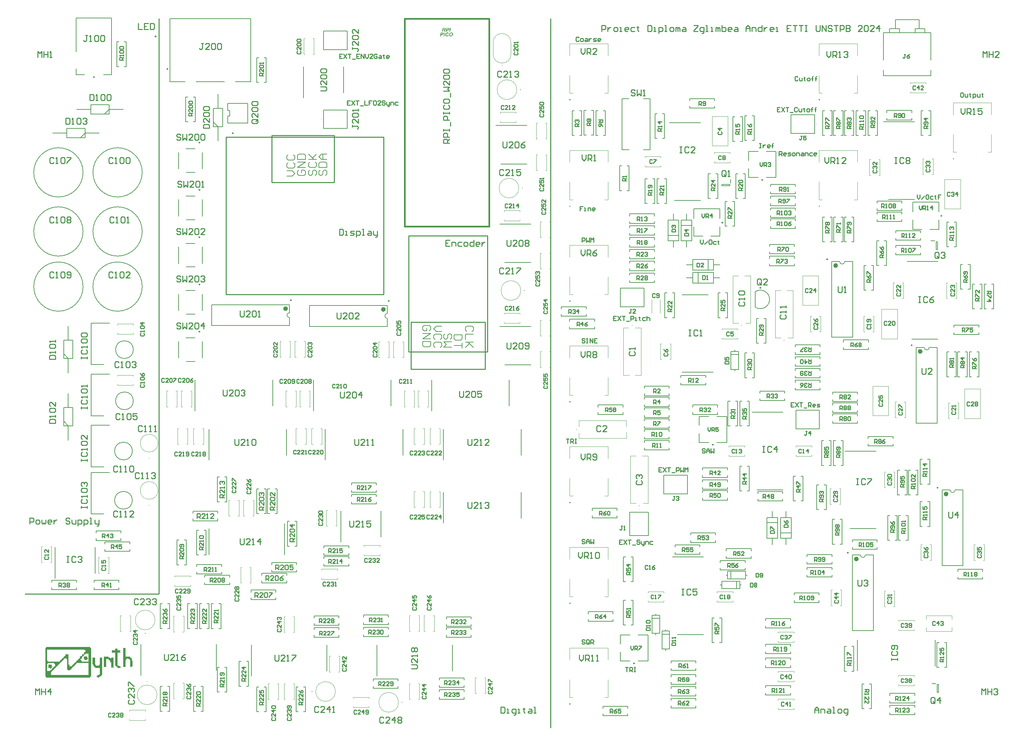
<source format=gbr>
%TF.GenerationSoftware,Altium Limited,Altium Designer,24.5.1 (21)*%
G04 Layer_Color=65535*
%FSLAX45Y45*%
%MOMM*%
%TF.SameCoordinates,8E29BE87-1CC9-43BB-A625-A17C5A0C5C18*%
%TF.FilePolarity,Positive*%
%TF.FileFunction,Legend,Top*%
%TF.Part,Single*%
G01*
G75*
%TA.AperFunction,NonConductor*%
%ADD69C,0.60000*%
%ADD70C,0.25000*%
%ADD71C,0.20000*%
%ADD72C,0.10000*%
%ADD73C,0.25400*%
%ADD74C,0.40640*%
%ADD75C,0.20320*%
G36*
X1656250Y2026562D02*
X1676562D01*
Y1295313D01*
X1656250D01*
Y1275000D01*
X539062D01*
Y1295313D01*
X518750D01*
Y2026562D01*
X539062D01*
Y2046875D01*
X1656250D01*
Y2026562D01*
D02*
G37*
G36*
X1960937Y1721875D02*
Y1701563D01*
Y1335938D01*
X1940625D01*
Y1315625D01*
X1920312D01*
Y1295313D01*
X1879687D01*
Y1275000D01*
X1839062D01*
Y1295313D01*
X1818750D01*
Y1315625D01*
X1839062D01*
Y1335938D01*
X1879687D01*
Y1356250D01*
X1900000D01*
Y1518750D01*
X1778125D01*
Y1539062D01*
X1757812D01*
Y1559375D01*
X1737500D01*
Y1600000D01*
X1717187D01*
Y1782813D01*
X1778125D01*
Y1600000D01*
X1798437D01*
Y1579687D01*
X1879687D01*
Y1600000D01*
X1900000D01*
Y1782813D01*
X1960937D01*
Y1721875D01*
D02*
G37*
G36*
X2550000Y1803125D02*
X2671875D01*
Y1782813D01*
X2692187D01*
Y1762500D01*
X2712500D01*
Y1701563D01*
X2732812D01*
Y1559375D01*
X2712500D01*
Y1539062D01*
X2671875D01*
Y1721875D01*
X2651562D01*
Y1742188D01*
X2610937D01*
Y1762500D01*
X2590625D01*
Y1742188D01*
X2570312D01*
Y1721875D01*
X2550000D01*
Y1539062D01*
X2489062D01*
Y1559375D01*
Y2026562D01*
X2550000D01*
Y1803125D01*
D02*
G37*
G36*
X2346875Y1965625D02*
X2428125D01*
Y1945313D01*
X2407812D01*
Y1925000D01*
X2428125D01*
Y1904688D01*
X2346875D01*
Y1579687D01*
X2387500D01*
Y1559375D01*
X2428125D01*
Y1518750D01*
X2346875D01*
Y1539062D01*
X2326562D01*
Y1559375D01*
X2306250D01*
Y1579687D01*
X2285937D01*
Y1721875D01*
Y1742188D01*
Y1904688D01*
X2204687D01*
Y1965625D01*
X2285937D01*
Y2006250D01*
X2346875D01*
Y1965625D01*
D02*
G37*
G36*
X2123437Y1782813D02*
X2164062D01*
Y1762500D01*
X2184375D01*
Y1782813D01*
X2245313D01*
Y1518750D01*
X2225000D01*
Y1539062D01*
X2204687D01*
Y1518750D01*
X2184375D01*
Y1660937D01*
X2164062D01*
Y1701563D01*
X2143750D01*
Y1721875D01*
X2123437D01*
Y1742188D01*
X2062500D01*
Y1539062D01*
X2001562D01*
Y1803125D01*
X2123437D01*
Y1782813D01*
D02*
G37*
G36*
X10785095Y17671063D02*
X10765218D01*
X10785659Y17768614D01*
X10805676D01*
X10785095Y17671063D01*
D02*
G37*
G36*
X10737729Y17768472D02*
X10738716D01*
X10741112Y17768332D01*
X10743791Y17768050D01*
X10746469Y17767487D01*
X10749288Y17766922D01*
X10751685Y17766077D01*
X10751826D01*
X10751967Y17765936D01*
X10752672Y17765654D01*
X10753799Y17764949D01*
X10755209Y17764104D01*
X10756760Y17762975D01*
X10758451Y17761565D01*
X10760143Y17759734D01*
X10761553Y17757759D01*
X10761694Y17757477D01*
X10762117Y17756772D01*
X10762681Y17755504D01*
X10763385Y17753954D01*
X10764090Y17751839D01*
X10764654Y17749583D01*
X10765077Y17746906D01*
X10765218Y17744086D01*
Y17743944D01*
Y17743803D01*
Y17743381D01*
Y17742816D01*
X10765077Y17741406D01*
X10764795Y17739433D01*
X10764513Y17737318D01*
X10763949Y17734781D01*
X10763244Y17732243D01*
X10762258Y17729565D01*
Y17729424D01*
X10762117Y17729283D01*
X10761694Y17728436D01*
X10761130Y17727168D01*
X10760284Y17725618D01*
X10759297Y17723785D01*
X10758169Y17721953D01*
X10756760Y17720120D01*
X10755209Y17718430D01*
X10755068Y17718288D01*
X10754504Y17717725D01*
X10753658Y17717020D01*
X10752531Y17716173D01*
X10751262Y17715045D01*
X10749711Y17714059D01*
X10748161Y17713072D01*
X10746328Y17712085D01*
X10746046Y17711945D01*
X10745482Y17711803D01*
X10744354Y17711380D01*
X10742945Y17710957D01*
X10741112Y17710393D01*
X10738857Y17709830D01*
X10736319Y17709267D01*
X10733359Y17708842D01*
X10733077D01*
X10732372Y17708702D01*
X10731103D01*
X10730257Y17708562D01*
X10728143D01*
X10726874Y17708420D01*
X10723914D01*
X10722081Y17708279D01*
X10702768D01*
X10694874Y17671063D01*
X10674997D01*
X10695438Y17768614D01*
X10736742D01*
X10737729Y17768472D01*
D02*
G37*
G36*
X10644548D02*
X10647085Y17768332D01*
X10649905Y17768050D01*
X10652724Y17767627D01*
X10655543Y17767062D01*
X10658081Y17766217D01*
X10658222D01*
X10658363Y17766077D01*
X10659068Y17765794D01*
X10660195Y17765231D01*
X10661605Y17764384D01*
X10663297Y17763116D01*
X10664988Y17761707D01*
X10666539Y17759874D01*
X10668090Y17757759D01*
X10668231Y17757477D01*
X10668654Y17756631D01*
X10669358Y17755363D01*
X10670063Y17753671D01*
X10670768Y17751556D01*
X10671473Y17749019D01*
X10671896Y17746059D01*
X10672037Y17742957D01*
Y17742816D01*
Y17742393D01*
Y17741830D01*
X10671896Y17740843D01*
X10671755Y17739856D01*
X10671614Y17738586D01*
X10671473Y17737178D01*
X10671050Y17735768D01*
X10670204Y17732526D01*
X10668935Y17729001D01*
X10668090Y17727310D01*
X10667103Y17725618D01*
X10665834Y17723926D01*
X10664565Y17722375D01*
X10664424Y17722235D01*
X10664283Y17722095D01*
X10663720Y17721671D01*
X10663156Y17721107D01*
X10662310Y17720403D01*
X10661464Y17719698D01*
X10660336Y17718993D01*
X10658927Y17718147D01*
X10657517Y17717300D01*
X10655825Y17716455D01*
X10653993Y17715610D01*
X10651878Y17714763D01*
X10649764Y17714059D01*
X10647367Y17713495D01*
X10644689Y17712930D01*
X10642010Y17712508D01*
X10642151Y17712367D01*
X10642715Y17711945D01*
X10643420Y17711098D01*
X10644407Y17710110D01*
X10645393Y17708702D01*
X10646662Y17707150D01*
X10647931Y17705318D01*
X10649200Y17703345D01*
X10649341Y17703204D01*
X10649482Y17702782D01*
X10649905Y17702217D01*
X10650327Y17701230D01*
X10651032Y17700104D01*
X10651737Y17698692D01*
X10652583Y17697002D01*
X10653570Y17695029D01*
X10654698Y17692912D01*
X10655825Y17690517D01*
X10657094Y17687839D01*
X10658363Y17684879D01*
X10659772Y17681776D01*
X10661182Y17678394D01*
X10662733Y17674869D01*
X10664283Y17671063D01*
X10642715D01*
Y17671204D01*
X10642574Y17671486D01*
X10642433Y17671909D01*
X10642151Y17672614D01*
X10641869Y17673459D01*
X10641446Y17674586D01*
X10641023Y17675856D01*
X10640460Y17677406D01*
X10639755Y17679099D01*
X10639050Y17680931D01*
X10638204Y17683044D01*
X10637217Y17685301D01*
X10636230Y17687839D01*
X10635103Y17690659D01*
X10633834Y17693617D01*
X10632424Y17696719D01*
Y17696860D01*
X10632283Y17697142D01*
X10632001Y17697565D01*
X10631719Y17698270D01*
X10630874Y17699821D01*
X10629746Y17701794D01*
X10628477Y17703909D01*
X10627067Y17706023D01*
X10625376Y17707997D01*
X10624530Y17708702D01*
X10623684Y17709407D01*
X10623543Y17709547D01*
X10623120Y17709688D01*
X10622415Y17709970D01*
X10621429Y17710393D01*
X10620019Y17710815D01*
X10618327Y17711098D01*
X10616213Y17711240D01*
X10613675Y17711380D01*
X10605499D01*
X10597041Y17671063D01*
X10577164D01*
X10597605Y17768614D01*
X10643561D01*
X10644548Y17768472D01*
D02*
G37*
G36*
X10717570Y17651411D02*
X10718839Y17651271D01*
X10720390Y17651131D01*
X10722222Y17650848D01*
X10724055Y17650426D01*
X10728143Y17649438D01*
X10730257Y17648734D01*
X10732372Y17647887D01*
X10734628Y17646899D01*
X10736601Y17645773D01*
X10738716Y17644504D01*
X10740548Y17642953D01*
X10740689Y17642812D01*
X10740971Y17642529D01*
X10741394Y17642107D01*
X10742099Y17641403D01*
X10742804Y17640556D01*
X10743791Y17639571D01*
X10744636Y17638301D01*
X10745623Y17636893D01*
X10746610Y17635341D01*
X10747597Y17633649D01*
X10748584Y17631676D01*
X10749570Y17629703D01*
X10750416Y17627448D01*
X10751121Y17625050D01*
X10751685Y17622513D01*
X10752108Y17619833D01*
X10732936Y17618002D01*
Y17618143D01*
X10732795Y17618425D01*
Y17618848D01*
X10732654Y17619411D01*
X10732231Y17620821D01*
X10731526Y17622655D01*
X10730680Y17624768D01*
X10729553Y17626743D01*
X10728284Y17628716D01*
X10726733Y17630266D01*
X10726592Y17630408D01*
X10725887Y17630830D01*
X10724901Y17631535D01*
X10723491Y17632240D01*
X10721799Y17632944D01*
X10719685Y17633649D01*
X10717288Y17634071D01*
X10714610Y17634213D01*
X10713764D01*
X10713200Y17634071D01*
X10711649Y17633931D01*
X10709535Y17633508D01*
X10707138Y17632944D01*
X10704601Y17631958D01*
X10701781Y17630688D01*
X10699103Y17628996D01*
X10698962D01*
X10698821Y17628716D01*
X10697975Y17628011D01*
X10696566Y17626883D01*
X10695015Y17625050D01*
X10693182Y17622935D01*
X10691209Y17620116D01*
X10689235Y17616875D01*
X10687544Y17613068D01*
Y17612927D01*
X10687403Y17612645D01*
X10687121Y17612080D01*
X10686839Y17611235D01*
X10686557Y17610248D01*
X10686275Y17609120D01*
X10685852Y17607852D01*
X10685429Y17606442D01*
X10684724Y17603200D01*
X10684019Y17599535D01*
X10683455Y17595587D01*
X10683314Y17591640D01*
Y17591499D01*
Y17591077D01*
Y17590512D01*
X10683455Y17589667D01*
Y17588680D01*
X10683596Y17587552D01*
X10684019Y17585014D01*
X10684724Y17582054D01*
X10685570Y17579094D01*
X10686980Y17576134D01*
X10688812Y17573454D01*
X10689094Y17573174D01*
X10689799Y17572469D01*
X10691068Y17571481D01*
X10692618Y17570354D01*
X10694733Y17569086D01*
X10697129Y17568098D01*
X10699808Y17567393D01*
X10701218Y17567252D01*
X10702768Y17567111D01*
X10703473D01*
X10704037Y17567252D01*
X10705588Y17567393D01*
X10707420Y17567674D01*
X10709676Y17568381D01*
X10712072Y17569226D01*
X10714469Y17570354D01*
X10717006Y17572044D01*
X10717147D01*
X10717288Y17572327D01*
X10718134Y17573032D01*
X10719262Y17574159D01*
X10720671Y17575851D01*
X10722222Y17577966D01*
X10723914Y17580504D01*
X10725323Y17583604D01*
X10726733Y17587129D01*
X10747033Y17584029D01*
Y17583887D01*
X10746751Y17583324D01*
X10746469Y17582477D01*
X10745905Y17581349D01*
X10745200Y17579939D01*
X10744495Y17578389D01*
X10743650Y17576556D01*
X10742522Y17574724D01*
X10739984Y17570636D01*
X10736883Y17566548D01*
X10733359Y17562459D01*
X10731244Y17560628D01*
X10729130Y17558936D01*
X10728989Y17558794D01*
X10728566Y17558511D01*
X10728002Y17558089D01*
X10727015Y17557666D01*
X10725887Y17556963D01*
X10724619Y17556258D01*
X10722927Y17555411D01*
X10721235Y17554706D01*
X10719262Y17553860D01*
X10717147Y17553014D01*
X10714892Y17552310D01*
X10712495Y17551746D01*
X10709958Y17551183D01*
X10707279Y17550758D01*
X10704460Y17550478D01*
X10701500Y17550336D01*
X10700654D01*
X10699808Y17550478D01*
X10698539D01*
X10696989Y17550618D01*
X10695297Y17550900D01*
X10693323Y17551183D01*
X10691350Y17551746D01*
X10689094Y17552310D01*
X10686839Y17553014D01*
X10684442Y17553860D01*
X10682187Y17554848D01*
X10679790Y17556116D01*
X10677535Y17557526D01*
X10675420Y17559216D01*
X10673447Y17561050D01*
X10673306Y17561191D01*
X10673024Y17561613D01*
X10672460Y17562177D01*
X10671896Y17563023D01*
X10671191Y17564151D01*
X10670345Y17565561D01*
X10669358Y17567252D01*
X10668513Y17569086D01*
X10667526Y17571201D01*
X10666539Y17573454D01*
X10665693Y17576134D01*
X10664988Y17578954D01*
X10664424Y17581914D01*
X10663861Y17585297D01*
X10663579Y17588680D01*
X10663438Y17592487D01*
Y17592627D01*
Y17593192D01*
Y17594177D01*
X10663579Y17595305D01*
Y17596715D01*
X10663861Y17598547D01*
X10664002Y17600380D01*
X10664283Y17602495D01*
X10664565Y17604750D01*
X10665129Y17607288D01*
X10666257Y17612363D01*
X10667949Y17617720D01*
X10668935Y17620258D01*
X10670063Y17622935D01*
X10670204Y17623077D01*
X10670345Y17623499D01*
X10670768Y17624203D01*
X10671332Y17625191D01*
X10672037Y17626318D01*
X10672883Y17627728D01*
X10673869Y17629138D01*
X10674997Y17630830D01*
X10677676Y17634213D01*
X10680777Y17637737D01*
X10684583Y17641121D01*
X10686698Y17642671D01*
X10688812Y17644081D01*
X10688953Y17644221D01*
X10689376Y17644363D01*
X10690081Y17644786D01*
X10690927Y17645209D01*
X10692055Y17645773D01*
X10693323Y17646478D01*
X10694874Y17647182D01*
X10696566Y17647887D01*
X10698398Y17648451D01*
X10700513Y17649156D01*
X10704883Y17650426D01*
X10709676Y17651271D01*
X10712213Y17651411D01*
X10714892Y17651552D01*
X10716442D01*
X10717570Y17651411D01*
D02*
G37*
G36*
X10637217Y17552168D02*
X10617340D01*
X10637781Y17649719D01*
X10657799D01*
X10637217Y17552168D01*
D02*
G37*
G36*
X10589851Y17649579D02*
X10590838D01*
X10593235Y17649438D01*
X10595913Y17649156D01*
X10598591Y17648592D01*
X10601411Y17648029D01*
X10603807Y17647182D01*
X10603948D01*
X10604089Y17647041D01*
X10604794Y17646759D01*
X10605922Y17646056D01*
X10607332Y17645209D01*
X10608882Y17644081D01*
X10610574Y17642671D01*
X10612266Y17640839D01*
X10613675Y17638866D01*
X10613816Y17638583D01*
X10614239Y17637878D01*
X10614803Y17636610D01*
X10615508Y17635059D01*
X10616213Y17632944D01*
X10616777Y17630688D01*
X10617199Y17628011D01*
X10617340Y17625191D01*
Y17625050D01*
Y17624908D01*
Y17624486D01*
Y17623923D01*
X10617199Y17622513D01*
X10616918Y17620538D01*
X10616636Y17618425D01*
X10616072Y17615887D01*
X10615367Y17613350D01*
X10614380Y17610670D01*
Y17610530D01*
X10614239Y17610390D01*
X10613816Y17609543D01*
X10613252Y17608275D01*
X10612407Y17606725D01*
X10611420Y17604890D01*
X10610292Y17603059D01*
X10608882Y17601225D01*
X10607332Y17599535D01*
X10607191Y17599394D01*
X10606627Y17598830D01*
X10605781Y17598125D01*
X10604653Y17597279D01*
X10603384Y17596152D01*
X10601834Y17595164D01*
X10600283Y17594177D01*
X10598450Y17593192D01*
X10598169Y17593050D01*
X10597605Y17592909D01*
X10596477Y17592487D01*
X10595067Y17592062D01*
X10593235Y17591499D01*
X10590979Y17590935D01*
X10588442Y17590372D01*
X10585481Y17589949D01*
X10585199D01*
X10584494Y17589809D01*
X10583226D01*
X10582380Y17589667D01*
X10580265D01*
X10578997Y17589526D01*
X10576036D01*
X10574204Y17589384D01*
X10554891D01*
X10546996Y17552168D01*
X10527120D01*
X10547560Y17649719D01*
X10588865D01*
X10589851Y17649579D01*
D02*
G37*
G36*
X10818223Y17651411D02*
X10819773Y17651271D01*
X10821606Y17650989D01*
X10823580Y17650566D01*
X10825694Y17650143D01*
X10828091Y17649579D01*
X10830487Y17648874D01*
X10832884Y17647887D01*
X10835280Y17646759D01*
X10837818Y17645491D01*
X10840073Y17643941D01*
X10842470Y17642249D01*
X10844584Y17640276D01*
X10844725Y17640134D01*
X10845007Y17639711D01*
X10845571Y17639146D01*
X10846276Y17638161D01*
X10847122Y17637033D01*
X10848108Y17635764D01*
X10849095Y17634071D01*
X10850223Y17632240D01*
X10851210Y17630266D01*
X10852196Y17628011D01*
X10853183Y17625473D01*
X10854029Y17622795D01*
X10854734Y17619975D01*
X10855298Y17616875D01*
X10855580Y17613632D01*
X10855721Y17610248D01*
Y17610107D01*
Y17609543D01*
Y17608698D01*
X10855580Y17607570D01*
X10855439Y17606300D01*
X10855298Y17604610D01*
X10855157Y17602777D01*
X10854875Y17600803D01*
X10854452Y17598547D01*
X10853888Y17596152D01*
X10852619Y17591217D01*
X10851774Y17588539D01*
X10850787Y17585860D01*
X10849659Y17583041D01*
X10848390Y17580363D01*
X10848249Y17580222D01*
X10848108Y17579659D01*
X10847685Y17578954D01*
X10847122Y17577966D01*
X10846276Y17576697D01*
X10845430Y17575429D01*
X10844443Y17573878D01*
X10843174Y17572186D01*
X10841906Y17570354D01*
X10840355Y17568521D01*
X10838804Y17566689D01*
X10836972Y17564856D01*
X10833166Y17561333D01*
X10830910Y17559641D01*
X10828654Y17558089D01*
X10828514Y17557948D01*
X10828091Y17557806D01*
X10827386Y17557384D01*
X10826540Y17556821D01*
X10825271Y17556258D01*
X10823862Y17555693D01*
X10822311Y17554988D01*
X10820478Y17554283D01*
X10818505Y17553436D01*
X10816390Y17552731D01*
X10813994Y17552168D01*
X10811597Y17551605D01*
X10806240Y17550618D01*
X10803562Y17550478D01*
X10800601Y17550336D01*
X10799333D01*
X10798346Y17550478D01*
X10797218D01*
X10795808Y17550618D01*
X10794258Y17550900D01*
X10792566Y17551183D01*
X10789042Y17551888D01*
X10785095Y17553014D01*
X10781289Y17554565D01*
X10779456Y17555411D01*
X10777623Y17556538D01*
X10777482Y17556680D01*
X10777200Y17556821D01*
X10776778Y17557243D01*
X10776073Y17557666D01*
X10774522Y17558936D01*
X10772548Y17560768D01*
X10770434Y17563023D01*
X10768319Y17565701D01*
X10766346Y17568661D01*
X10764654Y17571904D01*
Y17572044D01*
X10764513Y17572327D01*
X10764372Y17572749D01*
X10764090Y17573454D01*
X10763808Y17574301D01*
X10763385Y17575288D01*
X10762822Y17577684D01*
X10762117Y17580504D01*
X10761412Y17583604D01*
X10760989Y17586847D01*
X10760848Y17590372D01*
Y17590512D01*
Y17590794D01*
Y17591217D01*
Y17591922D01*
X10760989Y17592627D01*
Y17593614D01*
X10761130Y17595869D01*
X10761412Y17598689D01*
X10761976Y17601790D01*
X10762540Y17605173D01*
X10763385Y17608698D01*
Y17608839D01*
X10763526Y17609261D01*
X10763808Y17609966D01*
X10764090Y17610812D01*
X10764372Y17611940D01*
X10764795Y17613210D01*
X10765359Y17614758D01*
X10765923Y17616310D01*
X10767333Y17619833D01*
X10769165Y17623499D01*
X10771280Y17627306D01*
X10773676Y17630971D01*
X10773817Y17631113D01*
X10773958Y17631393D01*
X10774381Y17631818D01*
X10774945Y17632523D01*
X10775650Y17633366D01*
X10776496Y17634213D01*
X10778469Y17636328D01*
X10781007Y17638724D01*
X10783967Y17641261D01*
X10787350Y17643658D01*
X10791156Y17645914D01*
X10791297D01*
X10791579Y17646196D01*
X10792284Y17646478D01*
X10792989Y17646759D01*
X10793976Y17647182D01*
X10795245Y17647746D01*
X10796654Y17648169D01*
X10798205Y17648734D01*
X10799897Y17649297D01*
X10801729Y17649719D01*
X10805817Y17650706D01*
X10810328Y17651271D01*
X10815262Y17651552D01*
X10816954D01*
X10818223Y17651411D01*
D02*
G37*
%LPC*%
G36*
X1615625Y1884375D02*
X1534375D01*
Y1864063D01*
X1514063D01*
Y1843750D01*
X1493750D01*
Y1823438D01*
X1473437D01*
Y1803125D01*
X1453125D01*
Y1762500D01*
X1432812D01*
Y1742188D01*
X1412500D01*
Y1721875D01*
X1432812D01*
Y1681250D01*
X1615625D01*
Y1884375D01*
D02*
G37*
G36*
X1514063Y1985938D02*
X559375D01*
Y1701563D01*
X579687D01*
Y1681250D01*
X884375D01*
Y1701563D01*
X904688D01*
Y1721875D01*
X925000D01*
Y1742188D01*
X945313D01*
Y1762500D01*
X965625D01*
Y1782813D01*
X985937D01*
Y1803125D01*
X1006250D01*
Y1823438D01*
X1026562D01*
Y1864063D01*
X1107812D01*
Y1600000D01*
X1128125D01*
Y1559375D01*
X1189062D01*
Y1579687D01*
X1209375D01*
Y1600000D01*
X1229687D01*
Y1620312D01*
X1250000D01*
Y1640625D01*
X1270312D01*
Y1660937D01*
X1290625D01*
Y1681250D01*
X1310937D01*
Y1701563D01*
X1331250D01*
Y1721875D01*
X1351562D01*
Y1742188D01*
X1371875D01*
Y1762500D01*
X1392187D01*
Y1803125D01*
X1412500D01*
Y1823438D01*
X1453125D01*
Y1864063D01*
X1493750D01*
Y1904688D01*
X1514063D01*
Y1925000D01*
X1534375D01*
Y1965625D01*
X1514063D01*
Y1985938D01*
D02*
G37*
G36*
X742187Y1640625D02*
X579687D01*
Y1620312D01*
X559375D01*
Y1600000D01*
Y1579687D01*
Y1437500D01*
X640625D01*
Y1457812D01*
X660937D01*
Y1478125D01*
X681250D01*
Y1498437D01*
X701562D01*
Y1518750D01*
X721875D01*
Y1539062D01*
X742187D01*
Y1559375D01*
X762500D01*
Y1620312D01*
X742187D01*
Y1640625D01*
D02*
G37*
G36*
X1046875Y1762500D02*
X1006250D01*
Y1742188D01*
X985937D01*
Y1721875D01*
X965625D01*
Y1701563D01*
X945313D01*
Y1681250D01*
X925000D01*
Y1660937D01*
X904688D01*
Y1640625D01*
X884375D01*
Y1620312D01*
X864063D01*
Y1600000D01*
X843750D01*
Y1579687D01*
X823438D01*
Y1559375D01*
X803125D01*
Y1539062D01*
X782813D01*
Y1518750D01*
X762500D01*
Y1498437D01*
X742187D01*
Y1478125D01*
X721875D01*
Y1457812D01*
X701562D01*
Y1437500D01*
X681250D01*
Y1417187D01*
X660937D01*
Y1335937D01*
X1615625D01*
Y1640625D01*
X1310937D01*
Y1620312D01*
X1290625D01*
Y1600000D01*
X1270312D01*
Y1579687D01*
X1250000D01*
Y1559375D01*
X1229687D01*
Y1539062D01*
X1209375D01*
Y1518750D01*
X1189062D01*
Y1498437D01*
X1168750D01*
Y1478125D01*
X1148437D01*
Y1457812D01*
X1087500D01*
Y1478125D01*
X1067187D01*
Y1742188D01*
X1046875D01*
Y1762500D01*
D02*
G37*
%LPD*%
G36*
X1554688Y1803125D02*
X1575000D01*
Y1782813D01*
X1595313D01*
Y1742188D01*
X1575000D01*
Y1721875D01*
X1514063D01*
Y1742188D01*
X1493750D01*
Y1803125D01*
X1534375D01*
Y1823438D01*
X1554688D01*
Y1803125D01*
D02*
G37*
G36*
X681250Y1559375D02*
X701562D01*
Y1539062D01*
X681250D01*
Y1518750D01*
X660937D01*
Y1498437D01*
X640625D01*
Y1518750D01*
X600000D01*
Y1600000D01*
X681250D01*
Y1559375D01*
D02*
G37*
%LPC*%
G36*
X10729835Y17752544D02*
X10712072D01*
X10706152Y17724631D01*
X10716160D01*
X10717711Y17724773D01*
X10720953Y17724913D01*
X10724478Y17725053D01*
X10728002Y17725478D01*
X10729553Y17725758D01*
X10731103Y17725900D01*
X10732372Y17726323D01*
X10733500Y17726605D01*
X10733782Y17726746D01*
X10734346Y17727028D01*
X10735332Y17727451D01*
X10736601Y17728156D01*
X10737870Y17729001D01*
X10739280Y17730128D01*
X10740689Y17731398D01*
X10741958Y17732808D01*
X10742099Y17732948D01*
X10742381Y17733511D01*
X10742945Y17734499D01*
X10743509Y17735628D01*
X10744072Y17737038D01*
X10744636Y17738728D01*
X10744918Y17740421D01*
X10745059Y17742393D01*
Y17742534D01*
Y17742957D01*
X10744918Y17743661D01*
Y17744508D01*
X10744354Y17746341D01*
X10743932Y17747327D01*
X10743368Y17748174D01*
Y17748314D01*
X10743086Y17748596D01*
X10742240Y17749442D01*
X10740830Y17750429D01*
X10738998Y17751416D01*
X10738857D01*
X10738434Y17751556D01*
X10737588Y17751839D01*
X10736319Y17751979D01*
X10734768Y17752261D01*
X10732513Y17752402D01*
X10731244D01*
X10729835Y17752544D01*
D02*
G37*
G36*
X10639191Y17752261D02*
X10614098D01*
X10608600Y17726041D01*
X10623261D01*
X10624671Y17726183D01*
X10628054Y17726323D01*
X10631578Y17726463D01*
X10635103Y17726888D01*
X10636653Y17727028D01*
X10638204Y17727310D01*
X10639473Y17727592D01*
X10640601Y17727875D01*
X10640882Y17728015D01*
X10641446Y17728297D01*
X10642433Y17728719D01*
X10643702Y17729424D01*
X10644971Y17730270D01*
X10646380Y17731258D01*
X10647649Y17732526D01*
X10648918Y17733936D01*
X10649059Y17734076D01*
X10649341Y17734641D01*
X10649905Y17735486D01*
X10650468Y17736613D01*
X10651032Y17737881D01*
X10651596Y17739291D01*
X10651878Y17740984D01*
X10652019Y17742674D01*
Y17742957D01*
Y17743521D01*
X10651737Y17744508D01*
X10651455Y17745636D01*
X10650891Y17746906D01*
X10650186Y17748174D01*
X10649059Y17749442D01*
X10647649Y17750571D01*
X10647508Y17750711D01*
X10647085Y17750851D01*
X10646380Y17751134D01*
X10645253Y17751416D01*
X10643702Y17751698D01*
X10641587Y17751979D01*
X10639191Y17752261D01*
D02*
G37*
G36*
X10581957Y17633649D02*
X10564195D01*
X10558274Y17605737D01*
X10568283D01*
X10569834Y17605878D01*
X10573076Y17606020D01*
X10576600Y17606160D01*
X10580124Y17606583D01*
X10581675Y17606865D01*
X10583226Y17607005D01*
X10584494Y17607430D01*
X10585622Y17607710D01*
X10585904Y17607852D01*
X10586468Y17608134D01*
X10587455Y17608557D01*
X10588724Y17609261D01*
X10589992Y17610107D01*
X10591402Y17611235D01*
X10592812Y17612505D01*
X10594080Y17613913D01*
X10594221Y17614053D01*
X10594503Y17614618D01*
X10595067Y17615605D01*
X10595631Y17616733D01*
X10596195Y17618143D01*
X10596759Y17619833D01*
X10597041Y17621526D01*
X10597182Y17623499D01*
Y17623640D01*
Y17624063D01*
X10597041Y17624768D01*
Y17625613D01*
X10596477Y17627448D01*
X10596054Y17628433D01*
X10595490Y17629279D01*
Y17629420D01*
X10595208Y17629703D01*
X10594362Y17630548D01*
X10592953Y17631535D01*
X10591120Y17632523D01*
X10590979D01*
X10590556Y17632661D01*
X10589710Y17632944D01*
X10588442Y17633086D01*
X10586891Y17633366D01*
X10584635Y17633508D01*
X10583367D01*
X10581957Y17633649D01*
D02*
G37*
G36*
X10815403Y17634776D02*
X10813007D01*
X10812302Y17634636D01*
X10811315D01*
X10810046Y17634354D01*
X10808637Y17634071D01*
X10806945Y17633649D01*
X10805253Y17633086D01*
X10803421Y17632381D01*
X10801447Y17631393D01*
X10799474Y17630266D01*
X10797500Y17628996D01*
X10795527Y17627306D01*
X10793553Y17625473D01*
X10791720Y17623358D01*
X10789888Y17620963D01*
X10789747Y17620821D01*
X10789465Y17620398D01*
X10789042Y17619553D01*
X10788478Y17618565D01*
X10787773Y17617297D01*
X10786927Y17615746D01*
X10786223Y17613913D01*
X10785377Y17612080D01*
X10784390Y17609825D01*
X10783685Y17607570D01*
X10782839Y17605032D01*
X10782134Y17602354D01*
X10781571Y17599675D01*
X10781148Y17596857D01*
X10780866Y17593896D01*
X10780725Y17590794D01*
Y17590652D01*
Y17590372D01*
Y17589809D01*
X10780866Y17589104D01*
Y17588257D01*
X10781007Y17587270D01*
X10781430Y17584874D01*
X10782275Y17582195D01*
X10783262Y17579376D01*
X10784813Y17576556D01*
X10785659Y17575146D01*
X10786786Y17573878D01*
X10786927Y17573737D01*
X10787068Y17573596D01*
X10787914Y17572891D01*
X10789183Y17571764D01*
X10791016Y17570496D01*
X10793412Y17569226D01*
X10796090Y17568239D01*
X10799333Y17567393D01*
X10801024Y17567252D01*
X10802857Y17567111D01*
X10803703D01*
X10804267Y17567252D01*
X10805817Y17567393D01*
X10807791Y17567816D01*
X10810187Y17568381D01*
X10812725Y17569366D01*
X10815544Y17570636D01*
X10818364Y17572469D01*
X10818505D01*
X10818646Y17572749D01*
X10819069Y17573032D01*
X10819632Y17573454D01*
X10821042Y17574724D01*
X10822734Y17576556D01*
X10824707Y17578812D01*
X10826822Y17581631D01*
X10828795Y17584874D01*
X10830769Y17588680D01*
Y17588821D01*
X10831051Y17589244D01*
X10831192Y17589809D01*
X10831615Y17590512D01*
X10831897Y17591499D01*
X10832320Y17592767D01*
X10832743Y17594037D01*
X10833307Y17595445D01*
X10834152Y17598689D01*
X10834998Y17602354D01*
X10835562Y17606160D01*
X10835703Y17609966D01*
Y17610107D01*
Y17610530D01*
Y17611095D01*
X10835562Y17611940D01*
Y17612785D01*
X10835421Y17613913D01*
X10834998Y17616592D01*
X10834152Y17619553D01*
X10833025Y17622513D01*
X10831615Y17625473D01*
X10830628Y17626883D01*
X10829500Y17628151D01*
Y17628291D01*
X10829218Y17628433D01*
X10828373Y17629138D01*
X10827104Y17630266D01*
X10825271Y17631535D01*
X10822875Y17632661D01*
X10820196Y17633791D01*
X10817095Y17634496D01*
X10815403Y17634776D01*
D02*
G37*
%LPD*%
D69*
X9121000Y10621000D02*
G03*
X9121000Y10621000I-30000J0D01*
G01*
X6640000Y10640000D02*
G03*
X6640000Y10640000I-30000J0D01*
G01*
X20589999Y11735000D02*
G03*
X20589999Y11735000I-30000J0D01*
G01*
X22734000Y9554000D02*
G03*
X22734000Y9554000I-30000J0D01*
G01*
X21114999Y4285000D02*
G03*
X21114999Y4285000I-30000J0D01*
G01*
X23389999Y5935000D02*
G03*
X23389999Y5935000I-30000J0D01*
G01*
D70*
X9237500Y10837000D02*
G03*
X9237500Y10837000I-12500J0D01*
G01*
X17459000Y7185000D02*
G03*
X17459000Y7185000I-12500J0D01*
G01*
X18662500Y11170001D02*
G03*
X18662500Y11170001I-12500J0D01*
G01*
X18709000Y13910001D02*
G03*
X18709000Y13910001I-12500J0D01*
G01*
X6756500Y10856000D02*
G03*
X6756500Y10856000I-12500J0D01*
G01*
X1762500Y16520000D02*
G03*
X1762500Y16520000I-12500J0D01*
G01*
X5285500Y15095000D02*
G03*
X5285500Y15095000I-12500J0D01*
G01*
X3627500Y16725000D02*
G03*
X3627500Y16725000I-12500J0D01*
G01*
X4437500Y11255000D02*
G03*
X4437500Y11255000I-12500J0D01*
G01*
Y10055000D02*
G03*
X4437500Y10055000I-12500J0D01*
G01*
Y12455000D02*
G03*
X4437500Y12455000I-12500J0D01*
G01*
Y14855000D02*
G03*
X4437500Y14855000I-12500J0D01*
G01*
Y13655000D02*
G03*
X4437500Y13655000I-12500J0D01*
G01*
X17698500Y12825000D02*
G03*
X17698500Y12825000I-12500J0D01*
G01*
X15459000Y1635000D02*
G03*
X15459000Y1635000I-12500J0D01*
G01*
X20356500Y11894000D02*
G03*
X20356500Y11894000I-12500J0D01*
G01*
X22500500Y9713000D02*
G03*
X22500500Y9713000I-12500J0D01*
G01*
X20881500Y4444000D02*
G03*
X20881500Y4444000I-12500J0D01*
G01*
X23252499Y12996500D02*
G03*
X23252499Y12996500I-12500J0D01*
G01*
X23156500Y6094000D02*
G03*
X23156500Y6094000I-12500J0D01*
G01*
D71*
X9191000Y10519500D02*
G03*
X9191000Y10392500I0J-63500D01*
G01*
X20136400Y15944199D02*
G03*
X20156400Y15944199I10000J0D01*
G01*
D02*
G03*
X20136400Y15944199I-10000J0D01*
G01*
X18175000Y10205001D02*
G03*
X18175000Y10215001I0J5000D01*
G01*
D02*
G03*
X18175000Y10205001I0J-5000D01*
G01*
D02*
G03*
X18175000Y10215001I0J5000D01*
G01*
X19250000Y9830000D02*
G03*
X19250000Y9840000I0J5000D01*
G01*
D02*
G03*
X19250000Y9830000I0J-5000D01*
G01*
D02*
G03*
X19250000Y9840000I0J5000D01*
G01*
X18516486Y10681613D02*
G03*
X18516454Y11068366I133515J193387D01*
G01*
X3050000Y2390000D02*
G03*
X3050000Y2400000I0J5000D01*
G01*
D02*
G03*
X3050000Y2390000I0J-5000D01*
G01*
D02*
G03*
X3050000Y2400000I0J5000D01*
G01*
X9570001Y645000D02*
G03*
X9560001Y645000I-5000J0D01*
G01*
D02*
G03*
X9570001Y645000I5000J0D01*
G01*
D02*
G03*
X9560001Y645000I-5000J0D01*
G01*
X3100000Y1180000D02*
G03*
X3100000Y1170000I0J-5000D01*
G01*
D02*
G03*
X3100000Y1180000I0J5000D01*
G01*
D02*
G03*
X3100000Y1170000I0J-5000D01*
G01*
X7280000Y920000D02*
G03*
X7290000Y920000I5000J0D01*
G01*
D02*
G03*
X7280000Y920000I-5000J0D01*
G01*
D02*
G03*
X7290000Y920000I5000J0D01*
G01*
X6710000Y10538500D02*
G03*
X6710000Y10411500I0J-63500D01*
G01*
X12105000Y16814999D02*
G03*
X12105000Y16814999I-5000J0D01*
G01*
X2500000Y7250000D02*
G03*
X2500000Y6800000I0J-225000D01*
G01*
D02*
G03*
X2500000Y7250000I0J225000D01*
G01*
X2525000Y8075000D02*
G03*
X2525000Y8525000I0J225000D01*
G01*
D02*
G03*
X2525000Y8075000I0J-225000D01*
G01*
Y9375000D02*
G03*
X2525000Y9825000I0J225000D01*
G01*
D02*
G03*
X2525000Y9375000I0J-225000D01*
G01*
X1475000Y14100000D02*
G03*
X1475000Y14100000I-625000J0D01*
G01*
X3150000Y6839999D02*
G03*
X3150000Y6849999I0J5000D01*
G01*
D02*
G03*
X3150000Y6839999I0J-5000D01*
G01*
D02*
G03*
X3150000Y6849999I0J5000D01*
G01*
Y5639999D02*
G03*
X3150000Y5649999I0J5000D01*
G01*
D02*
G03*
X3150000Y5639999I0J-5000D01*
G01*
D02*
G03*
X3150000Y5649999I0J5000D01*
G01*
X2500000Y5999999D02*
G03*
X2500000Y5549999I0J-225000D01*
G01*
D02*
G03*
X2500000Y5999999I0J225000D01*
G01*
X2975000Y14100000D02*
G03*
X2975000Y14100000I-625000J0D01*
G01*
X1475000Y12600000D02*
G03*
X1475000Y12600000I-625000J0D01*
G01*
X2975000D02*
G03*
X2975000Y12600000I-625000J0D01*
G01*
X1475000Y11200000D02*
G03*
X1475000Y11200000I-625000J0D01*
G01*
X2975000D02*
G03*
X2975000Y11200000I-625000J0D01*
G01*
X12570000Y16200000D02*
G03*
X12560000Y16200000I-5000J0D01*
G01*
D02*
G03*
X12570000Y16200000I5000J0D01*
G01*
D02*
G03*
X12560000Y16200000I-5000J0D01*
G01*
X12620000Y13700000D02*
G03*
X12610000Y13700000I-5000J0D01*
G01*
D02*
G03*
X12620000Y13700000I5000J0D01*
G01*
D02*
G03*
X12610000Y13700000I-5000J0D01*
G01*
X12670000Y11100000D02*
G03*
X12660000Y11100000I-5000J0D01*
G01*
D02*
G03*
X12670000Y11100000I5000J0D01*
G01*
D02*
G03*
X12660000Y11100000I-5000J0D01*
G01*
X13831400Y13237534D02*
G03*
X13811400Y13237534I-10000J0D01*
G01*
D02*
G03*
X13831400Y13237534I10000J0D01*
G01*
X15400000Y10220001D02*
G03*
X15400000Y10210001I0J-5000D01*
G01*
D02*
G03*
X15400000Y10220001I0J5000D01*
G01*
D02*
G03*
X15400000Y10210001I0J-5000D01*
G01*
X13831400Y15944199D02*
G03*
X13811400Y15944199I-10000J0D01*
G01*
D02*
G03*
X13831400Y15944199I10000J0D01*
G01*
X13980000Y7575000D02*
G03*
X13989999Y7575000I5000J0D01*
G01*
D02*
G03*
X13980000Y7575000I-5000J0D01*
G01*
D02*
G03*
X13989999Y7575000I5000J0D01*
G01*
X15575000Y5630001D02*
G03*
X15575000Y5640001I0J5000D01*
G01*
D02*
G03*
X15575000Y5630001I0J-5000D01*
G01*
D02*
G03*
X15575000Y5640001I0J5000D01*
G01*
X13831400Y10830866D02*
G03*
X13811400Y10830866I-10000J0D01*
G01*
D02*
G03*
X13831400Y10830866I10000J0D01*
G01*
X15855000Y3640000D02*
G03*
X15855000Y3640000I-5000J0D01*
G01*
X13831400Y8274200D02*
G03*
X13811400Y8274200I-10000J0D01*
G01*
D02*
G03*
X13831400Y8274200I10000J0D01*
G01*
Y5717533D02*
G03*
X13811400Y5717533I-10000J0D01*
G01*
D02*
G03*
X13831400Y5717533I10000J0D01*
G01*
Y3160867D02*
G03*
X13811400Y3160867I-10000J0D01*
G01*
D02*
G03*
X13831400Y3160867I10000J0D01*
G01*
Y604200D02*
G03*
X13811400Y604200I-10000J0D01*
G01*
D02*
G03*
X13831400Y604200I10000J0D01*
G01*
X20661499Y11835000D02*
G03*
X20788499Y11835000I63500J0D01*
G01*
X22805499Y9654000D02*
G03*
X22932500Y9654000I63500J0D01*
G01*
X20156400Y13237534D02*
G03*
X20136400Y13237534I-10000J0D01*
G01*
D02*
G03*
X20156400Y13237534I10000J0D01*
G01*
X21186501Y4385000D02*
G03*
X21313499Y4385000I63500J0D01*
G01*
X23461501Y6035000D02*
G03*
X23588499Y6035000I63500J0D01*
G01*
X23556400Y14444199D02*
G03*
X23536400Y14444199I-10000J0D01*
G01*
D02*
G03*
X23556400Y14444199I10000J0D01*
G01*
X7221002Y10190998D02*
Y10721000D01*
X9191000Y10190998D02*
Y10392501D01*
Y10519501D02*
Y10721000D01*
X7221002Y10190998D02*
X9191000D01*
X7221002Y10721000D02*
X9191000D01*
X982502Y9372498D02*
Y9837501D01*
X1217498D01*
Y9372498D02*
Y9837501D01*
X982502Y9372498D02*
X1217498D01*
X982502Y9489999D02*
X1099998Y9372498D01*
Y9013800D02*
Y9372498D01*
Y9837501D02*
Y10196200D01*
X18885002Y12029999D02*
Y12082602D01*
X19514998Y12217400D02*
Y12269998D01*
X18885002Y12217400D02*
Y12269998D01*
X19514998Y12029999D02*
Y12082602D01*
X18885002Y12029999D02*
X19514998D01*
X18885002Y12269998D02*
X19514998D01*
X18885002Y11729999D02*
Y11782598D01*
X19514998Y11917401D02*
Y11969999D01*
X18885002Y11917401D02*
Y11969999D01*
X19514998Y11729999D02*
Y11782598D01*
X18885002Y11729999D02*
X19514998D01*
X18885002Y11969999D02*
X19514998D01*
X6634500Y6920001D02*
Y7580000D01*
X4665502Y6796502D02*
Y7580000D01*
X21895003Y13415503D02*
X22555002D01*
X21771503Y15384502D02*
X22555002D01*
X16545001Y2365502D02*
X17205000D01*
X16421501Y4334500D02*
X17205000D01*
X17671999Y3529503D02*
X18128000D01*
X17671999D02*
Y3720501D01*
X18128000D01*
Y3529503D02*
Y3720501D01*
X18050002Y3539500D02*
Y3710503D01*
X18128000Y3625002D02*
X18167999D01*
X17631999D02*
X17671999D01*
X17617400Y2160001D02*
X17670003D01*
X17429997Y2790002D02*
X17482602D01*
X17429997Y2160001D02*
X17482602D01*
X17617400Y2790002D02*
X17670003D01*
Y2160001D02*
Y2790002D01*
X17429997Y2160001D02*
Y2790002D01*
X17635002Y4005001D02*
Y4057599D01*
X18264998Y4192402D02*
Y4245000D01*
X17635002Y4192402D02*
Y4245000D01*
X18264998Y4005001D02*
Y4057599D01*
X17635002Y4005001D02*
X18264998D01*
X17635002Y4245000D02*
X18264998D01*
X16800002Y5939998D02*
Y6410000D01*
X16199998D02*
X16800002D01*
X16199998Y5939998D02*
Y6410000D01*
Y5939998D02*
X16800002D01*
X18566998Y6040501D02*
X19227002D01*
X18443500Y8009499D02*
X19227002D01*
X18130002Y8290001D02*
X18182600D01*
X18317398Y7660000D02*
X18370001D01*
X18317398Y8290001D02*
X18370001D01*
X18130002Y7660000D02*
X18182600D01*
X18130002D02*
Y8290001D01*
X18370001Y7660000D02*
Y8290001D01*
X18017400Y7660000D02*
X18070003D01*
X17829997Y8290001D02*
X17882600D01*
X17829997Y7660000D02*
X17882600D01*
X18017400Y8290001D02*
X18070003D01*
Y7660000D02*
Y8290001D01*
X17829997Y7660000D02*
Y8290001D01*
X17799503Y7244999D02*
Y7904998D01*
X17549002Y7244999D02*
X17799503D01*
X17100499D02*
X17343999D01*
X17100499Y7904998D02*
X17343999D01*
X17549002D02*
X17799503D01*
X17100499Y7244999D02*
Y7472502D01*
Y7677501D02*
Y7904998D01*
X19534998Y8579998D02*
Y8632601D01*
X20164999Y8767399D02*
Y8820003D01*
X19534998Y8767399D02*
Y8820003D01*
X20164999Y8579998D02*
Y8632601D01*
X19534998Y8579998D02*
X20164999D01*
X19534998Y8820003D02*
X20164999D01*
X19534998Y8880003D02*
Y8932601D01*
X20164999Y9067399D02*
Y9120002D01*
X19534998Y9067399D02*
Y9120002D01*
X20164999Y8880003D02*
Y8932601D01*
X19534998Y8880003D02*
X20164999D01*
X19534998Y9120002D02*
X20164999D01*
Y9367398D02*
Y9420001D01*
X19534998Y9180002D02*
Y9232600D01*
X20164999Y9180002D02*
Y9232600D01*
X19534998Y9367398D02*
Y9420001D01*
X20164999D01*
X19534998Y9180002D02*
X20164999D01*
X19534998Y9480001D02*
Y9532600D01*
X20164999Y9667403D02*
Y9720001D01*
X19534998Y9667403D02*
Y9720001D01*
X20164999Y9480001D02*
Y9532600D01*
X19534998Y9480001D02*
X20164999D01*
X19534998Y9720001D02*
X20164999D01*
X19489999Y6385001D02*
X19542603D01*
X19677400Y5755000D02*
X19729999D01*
X19677400Y6385001D02*
X19729999D01*
X19489999Y5755000D02*
X19542603D01*
X19489999D02*
Y6385001D01*
X19729999Y5755000D02*
Y6385001D01*
X18317398Y6010001D02*
X18370001D01*
X18130002Y6640002D02*
X18182600D01*
X18130002Y6010001D02*
X18182600D01*
X18317398Y6640002D02*
X18370001D01*
Y6010001D02*
Y6640002D01*
X18130002Y6010001D02*
Y6640002D01*
X19214998Y5942401D02*
Y5994999D01*
X18585002Y5755000D02*
Y5807598D01*
X19214998Y5755000D02*
Y5807598D01*
X18585002Y5942401D02*
Y5994999D01*
X19214998D01*
X18585002Y5755000D02*
X19214998D01*
X19164497Y4815002D02*
Y5335001D01*
X19435501D01*
Y4815002D02*
Y5335001D01*
X19164497Y4815002D02*
X19435501D01*
X19300002Y4651202D02*
Y4815002D01*
Y5335001D02*
Y5498800D01*
X19171498Y4944999D02*
X19428500D01*
X19085500Y4815002D02*
Y5335001D01*
X18814500Y4815002D02*
X19085500D01*
X18814500D02*
Y5335001D01*
X19085500D01*
X18950000D02*
Y5498800D01*
Y4651202D02*
Y4815002D01*
X18821503Y5204998D02*
X19078499D01*
X17564999Y8142402D02*
Y8195000D01*
X16934998Y7955001D02*
Y8007599D01*
X17564999Y7955001D02*
Y8007599D01*
X16934998Y8142402D02*
Y8195000D01*
X17564999D01*
X16934998Y7955001D02*
X17564999D01*
X16670000Y10992500D02*
X17329997D01*
X16670000Y9023502D02*
X17453497D01*
X18742401Y9760001D02*
X18795000D01*
X18555000Y10390002D02*
X18607597D01*
X18555000Y9760001D02*
X18607597D01*
X18742401Y10390002D02*
X18795000D01*
Y9760001D02*
Y10390002D01*
X18555000Y9760001D02*
Y10390002D01*
X18255000Y9515003D02*
X18307599D01*
X18442403Y8885001D02*
X18495000D01*
X18442403Y9515003D02*
X18495000D01*
X18255000Y8885001D02*
X18307599D01*
X18255000D02*
Y9515003D01*
X18495000Y8885001D02*
Y9515003D01*
X18095499Y9097000D02*
Y9553001D01*
X17904501Y9097000D02*
X18095499D01*
X17904501D02*
Y9553001D01*
X18095499D01*
X17914497Y9475003D02*
X18085501D01*
X18000000Y9553001D02*
Y9593001D01*
Y9057000D02*
Y9097000D01*
X18516498Y10681635D02*
Y11068365D01*
X17895001Y13825002D02*
Y13925002D01*
X17675002Y13789999D02*
X17875002D01*
X17675002Y13760004D02*
Y13789999D01*
Y13760004D02*
X17875002D01*
Y13789999D01*
X19049503Y13970000D02*
Y14629999D01*
X18799002Y13970000D02*
X19049503D01*
X18350499D02*
X18593999D01*
X18350499Y14629999D02*
X18593999D01*
X18799002D02*
X19049503D01*
X18350499Y13970000D02*
Y14197504D01*
Y14402501D02*
Y14629999D01*
X18030002Y14065001D02*
X18082600D01*
X18217398Y13435001D02*
X18270003D01*
X18217398Y14065001D02*
X18270003D01*
X18030002Y13435001D02*
X18082600D01*
X18030002D02*
Y14065001D01*
X18270003Y13435001D02*
Y14065001D01*
X15144398Y15972699D02*
X15319792D01*
X15680212D02*
X15855598D01*
Y14677299D02*
Y15972699D01*
X15144398Y14677299D02*
X15319792D01*
X15680212D02*
X15855598D01*
X15144398D02*
Y15972699D01*
X4560001Y3630000D02*
Y3682599D01*
X5190002Y3817402D02*
Y3870000D01*
X4560001Y3817402D02*
Y3870000D01*
X5190002Y3630000D02*
Y3682599D01*
X4560001Y3630000D02*
X5190002D01*
X4560001Y3870000D02*
X5190002D01*
X6640002Y3867399D02*
Y3920002D01*
X6010001Y3679998D02*
Y3732601D01*
X6640002Y3679998D02*
Y3732601D01*
X6010001Y3867399D02*
Y3920002D01*
X6640002D01*
X6010001Y3679998D02*
X6640002D01*
X4666198Y4394799D02*
Y5055199D01*
X6583802Y4394799D02*
Y5179802D01*
X6067400Y5435001D02*
X6119998D01*
X5879998Y6065002D02*
X5932602D01*
X5879998Y5435001D02*
X5932602D01*
X6067400Y6065002D02*
X6119998D01*
Y5435001D02*
Y6065002D01*
X5879998Y5435001D02*
Y6065002D01*
X6154999D02*
X6207603D01*
X6342400Y5435001D02*
X6394999D01*
X6342400Y6065002D02*
X6394999D01*
X6154999Y5435001D02*
X6207603D01*
X6154999D02*
Y6065002D01*
X6394999Y5435001D02*
Y6065002D01*
X5067402Y5735000D02*
X5120000D01*
X4880000Y6365001D02*
X4932599D01*
X4880000Y5735000D02*
X4932599D01*
X5067402Y6365001D02*
X5120000D01*
Y5735000D02*
Y6365001D01*
X4880000Y5735000D02*
Y6365001D01*
X4260002Y5255001D02*
Y5307599D01*
X4889998Y5442402D02*
Y5495000D01*
X4260002Y5442402D02*
Y5495000D01*
X4889998Y5255001D02*
Y5307599D01*
X4260002Y5255001D02*
X4889998D01*
X4260002Y5495000D02*
X4889998D01*
X8914999Y5867400D02*
Y5920003D01*
X8284997Y5679999D02*
Y5732602D01*
X8914999Y5679999D02*
Y5732602D01*
X8284997Y5867400D02*
Y5920003D01*
X8914999D01*
X8284997Y5679999D02*
X8914999D01*
X9033002Y4844999D02*
Y5505003D01*
X8017002Y4721499D02*
Y5505003D01*
X8284997Y5980003D02*
Y6032602D01*
X8914999Y6167399D02*
Y6220003D01*
X8284997Y6167399D02*
Y6220003D01*
X8914999Y5980003D02*
Y6032602D01*
X8284997Y5980003D02*
X8914999D01*
X8284997Y6220003D02*
X8914999D01*
X7584999Y4380001D02*
Y4432600D01*
X8215000Y4567403D02*
Y4620001D01*
X7584999Y4567403D02*
Y4620001D01*
X8215000Y4380001D02*
Y4432600D01*
X7584999Y4380001D02*
X8215000D01*
X7584999Y4620001D02*
X8215000D01*
X6654998Y5240000D02*
X6707602D01*
X6842399Y4609998D02*
X6894998D01*
X6842399Y5240000D02*
X6894998D01*
X6654998Y4609998D02*
X6707602D01*
X6654998D02*
Y5240000D01*
X6894998Y4609998D02*
Y5240000D01*
X4989998Y4092402D02*
Y4145001D01*
X4360001Y3905001D02*
Y3957599D01*
X4989998Y3905001D02*
Y3957599D01*
X4360001Y4092402D02*
Y4145001D01*
X4989998D01*
X4360001Y3905001D02*
X4989998D01*
X6259998Y3954998D02*
Y4007602D01*
X6889999Y4142400D02*
Y4194998D01*
X6259998Y4142400D02*
Y4194998D01*
X6889999Y3954998D02*
Y4007602D01*
X6259998Y3954998D02*
X6889999D01*
X6259998Y4194998D02*
X6889999D01*
X8215000Y4292402D02*
Y4345000D01*
X7584999Y4105001D02*
Y4157599D01*
X8215000Y4105001D02*
Y4157599D01*
X7584999Y4292402D02*
Y4345000D01*
X8215000D01*
X7584999Y4105001D02*
X8215000D01*
X3854999Y4764999D02*
X3907602D01*
X4042400Y4134998D02*
X4094998D01*
X4042400Y4764999D02*
X4094998D01*
X3854999Y4134998D02*
X3907602D01*
X3854999D02*
Y4764999D01*
X4094998Y4134998D02*
Y4764999D01*
X5735000Y3255000D02*
Y3307598D01*
X6365001Y3442401D02*
Y3494999D01*
X5735000Y3442401D02*
Y3494999D01*
X6365001Y3255000D02*
Y3307598D01*
X5735000Y3255000D02*
X6365001D01*
X5735000Y3494999D02*
X6365001D01*
X4354998Y5015001D02*
X4407601D01*
X4542399Y4385000D02*
X4595002D01*
X4542399Y5015001D02*
X4595002D01*
X4354998Y4385000D02*
X4407601D01*
X4354998D02*
Y5015001D01*
X4595002Y4385000D02*
Y5015001D01*
X7658801Y1439799D02*
Y2100199D01*
X5741198Y1315202D02*
Y2100199D01*
X7335002Y2300000D02*
Y2352599D01*
X7964998Y2487402D02*
Y2540000D01*
X7335002Y2487402D02*
Y2540000D01*
X7964998Y2300000D02*
Y2352599D01*
X7335002Y2300000D02*
X7964998D01*
X7335002Y2540000D02*
X7964998D01*
X5617398Y1054999D02*
X5670001D01*
X5430002Y1685000D02*
X5482600D01*
X5430002Y1054999D02*
X5482600D01*
X5617398Y1685000D02*
X5670001D01*
Y1054999D02*
Y1685000D01*
X5430002Y1054999D02*
Y1685000D01*
X11314999Y2487402D02*
Y2540000D01*
X10685003Y2300000D02*
Y2352599D01*
X11314999Y2300000D02*
Y2352599D01*
X10685003Y2487402D02*
Y2540000D01*
X11314999D01*
X10685003Y2300000D02*
X11314999D01*
X10841802Y1442898D02*
Y2103298D01*
X8924199Y1318301D02*
Y2103298D01*
X10685003Y2575001D02*
Y2627600D01*
X11314999Y2762402D02*
Y2815001D01*
X10685003Y2762402D02*
Y2815001D01*
X11314999Y2575001D02*
Y2627600D01*
X10685003Y2575001D02*
X11314999D01*
X10685003Y2815001D02*
X11314999D01*
X9214998Y2807401D02*
Y2859999D01*
X8585002Y2620000D02*
Y2672598D01*
X9214998Y2620000D02*
Y2672598D01*
X8585002Y2807401D02*
Y2859999D01*
X9214998D01*
X8585002Y2620000D02*
X9214998D01*
X8585002Y2309998D02*
Y2362601D01*
X9214998Y2497399D02*
Y2550003D01*
X8585002Y2497399D02*
Y2550003D01*
X9214998Y2309998D02*
Y2362601D01*
X8585002Y2309998D02*
X9214998D01*
X8585002Y2550003D02*
X9214998D01*
X7964998Y2787401D02*
Y2839999D01*
X7335002Y2600000D02*
Y2652598D01*
X7964998Y2600000D02*
Y2652598D01*
X7335002Y2787401D02*
Y2839999D01*
X7964998D01*
X7335002Y2600000D02*
X7964998D01*
X4858802Y1454800D02*
Y2115200D01*
X2941198Y1330198D02*
Y2115200D01*
X4729998Y3150001D02*
X4782602D01*
X4917399Y2520000D02*
X4969998D01*
X4917399Y3150001D02*
X4969998D01*
X4729998Y2520000D02*
X4782602D01*
X4729998D02*
Y3150001D01*
X4969998Y2520000D02*
Y3150001D01*
X3430001D02*
X3482599D01*
X3617402Y2520000D02*
X3670000D01*
X3617402Y3150001D02*
X3670000D01*
X3430001Y2520000D02*
X3482599D01*
X3430001D02*
Y3150001D01*
X3670000Y2520000D02*
Y3150001D01*
X4617400Y2520000D02*
X4669998D01*
X4429999Y3150001D02*
X4482602D01*
X4429999Y2520000D02*
X4482602D01*
X4617400Y3150001D02*
X4669998D01*
Y2520000D02*
Y3150001D01*
X4429999Y2520000D02*
Y3150001D01*
X4129999D02*
X4182598D01*
X4317401Y2520000D02*
X4369999D01*
X4317401Y3150001D02*
X4369999D01*
X4129999Y2520000D02*
X4182598D01*
X4129999D02*
Y3150001D01*
X4369999Y2520000D02*
Y3150001D01*
X4880000Y1534998D02*
X4932599D01*
X5067402Y905002D02*
X5120000D01*
X5067402Y1534998D02*
X5120000D01*
X4880000Y905002D02*
X4932599D01*
X4880000D02*
Y1534998D01*
X5120000Y905002D02*
Y1534998D01*
X8834999Y999998D02*
Y1052601D01*
X9465000Y1187399D02*
Y1240003D01*
X8834999Y1187399D02*
Y1240003D01*
X9465000Y999998D02*
Y1052601D01*
X8834999Y999998D02*
X9465000D01*
X8834999Y1240003D02*
X9465000D01*
X10510002Y725002D02*
Y777601D01*
X11140003Y912398D02*
Y965002D01*
X10510002Y912398D02*
Y965002D01*
X11140003Y725002D02*
Y777601D01*
X10510002Y725002D02*
X11140003D01*
X10510002Y965002D02*
X11140003D01*
Y1212398D02*
Y1265001D01*
X10510002Y1025002D02*
Y1077600D01*
X11140003Y1025002D02*
Y1077600D01*
X10510002Y1212398D02*
Y1265001D01*
X11140003D01*
X10510002Y1025002D02*
X11140003D01*
X3617402Y419999D02*
X3670000D01*
X3430001Y1050000D02*
X3482599D01*
X3430001Y419999D02*
X3482599D01*
X3617402Y1050000D02*
X3670000D01*
Y419999D02*
Y1050000D01*
X3430001Y419999D02*
Y1050000D01*
X4280002D02*
X4332600D01*
X4467398Y419999D02*
X4520001D01*
X4467398Y1050000D02*
X4520001D01*
X4280002Y419999D02*
X4332600D01*
X4280002D02*
Y1050000D01*
X4520001Y419999D02*
Y1050000D01*
X5879998Y1034999D02*
X5932602D01*
X6067400Y404998D02*
X6119998D01*
X6067400Y1034999D02*
X6119998D01*
X5879998Y404998D02*
X5932602D01*
X5879998D02*
Y1034999D01*
X6119998Y404998D02*
Y1034999D01*
X7067398Y404998D02*
X7120001D01*
X6880001Y1034999D02*
X6932600D01*
X6880001Y404998D02*
X6932600D01*
X7067398Y1034999D02*
X7120001D01*
Y404998D02*
Y1034999D01*
X6880001Y404998D02*
Y1034999D01*
X12584501Y5320000D02*
Y5979998D01*
X10615498Y5196500D02*
Y5979998D01*
X13880003Y15665002D02*
X13932600D01*
X14067400Y15035002D02*
X14120003D01*
X14067400Y15665002D02*
X14120003D01*
X13880003Y15035002D02*
X13932600D01*
X13880003D02*
Y15665002D01*
X14120003Y15035002D02*
Y15665002D01*
X4740001Y10210002D02*
Y10739999D01*
X6709999Y10210002D02*
Y10411501D01*
Y10538501D02*
Y10739999D01*
X4740001Y10210002D02*
X6709999D01*
X4740001Y10739999D02*
X6709999D01*
X10315499Y8046502D02*
Y8830000D01*
X12284502Y8170001D02*
Y8830000D01*
X4315501Y8046502D02*
Y8830000D01*
X6284498Y8170001D02*
Y8830000D01*
X1680002Y6480998D02*
X2149998D01*
X1680002Y5427000D02*
Y6480998D01*
Y5427000D02*
X2000001D01*
X1680002Y8972997D02*
X2149998D01*
X1680002Y7918999D02*
Y8972997D01*
Y7918999D02*
X2000001D01*
X1099998Y8127497D02*
Y8486201D01*
Y7303800D02*
Y7662499D01*
X982502Y7780000D02*
X1099998Y7662499D01*
X982502D02*
X1217498D01*
Y8127497D01*
X982502D02*
X1217498D01*
X982502Y7662499D02*
Y8127497D01*
X1680002Y7681001D02*
X2149998D01*
X1680002Y6626997D02*
Y7681001D01*
Y6626997D02*
X2000001D01*
X1680002Y10273000D02*
X2149998D01*
X1680002Y9219001D02*
Y10273000D01*
Y9219001D02*
X2000001D01*
X2200001Y16580002D02*
Y18020000D01*
X1300002D02*
X2200001D01*
X1989999Y16580002D02*
X2200001D01*
X1300002Y17164999D02*
Y18020000D01*
Y16580002D02*
Y16734998D01*
Y16580002D02*
X1510000D01*
X1313800Y15699998D02*
X1672499D01*
X2137501D02*
X2496200D01*
X2020001Y15582500D02*
X2137501Y15699998D01*
Y15582500D02*
Y15817499D01*
X1672499D02*
X2137501D01*
X1672499Y15582500D02*
Y15817499D01*
Y15582500D02*
X2137501D01*
X2570002Y16785001D02*
Y17415002D01*
X2329998Y16785001D02*
Y17415002D01*
Y16785001D02*
X2382601D01*
X2517399Y17415002D02*
X2570002D01*
X2517399Y16785001D02*
X2570002D01*
X2329998Y17415002D02*
X2382601D01*
X5145999Y15350002D02*
Y15528569D01*
X5196002D01*
Y15671429D01*
X5145999D02*
X5196002D01*
X5145999D02*
Y15850002D01*
X5653999D01*
Y15350002D02*
Y15850002D01*
X5145999Y15350002D02*
X5653999D01*
X5724997Y16399998D02*
Y18000000D01*
X3674999D02*
X5724997D01*
X3674999Y16399998D02*
Y18000000D01*
Y16399998D02*
X4059499D01*
X4339499D02*
X5060498D01*
X5340497D02*
X5724997D01*
X3900500Y10590002D02*
Y11010402D01*
X4499498Y10590002D02*
Y11010402D01*
X4089999Y10500502D02*
X4312900D01*
X4087099Y11099500D02*
X4312900D01*
X3900500Y9389999D02*
Y9810399D01*
X4499498Y9389999D02*
Y9810399D01*
X4089999Y9300500D02*
X4312900D01*
X4087099Y9899503D02*
X4312900D01*
X3900500Y11789999D02*
Y12210400D01*
X4499498Y11789999D02*
Y12210400D01*
X4089999Y11700500D02*
X4312900D01*
X4087099Y12299503D02*
X4312900D01*
X703798Y15100000D02*
X1062502D01*
X1527500D02*
X1886199D01*
X1410000Y14982500D02*
X1527500Y15100000D01*
Y14982500D02*
Y15217500D01*
X1062502D02*
X1527500D01*
X1062502Y14982500D02*
Y15217500D01*
Y14982500D02*
X1527500D01*
X4080002Y15384998D02*
Y16014999D01*
X4320002Y15384998D02*
Y16014999D01*
X4267398D02*
X4320002D01*
X4080002Y15384998D02*
X4132600D01*
X4080002Y16014999D02*
X4132600D01*
X4267398Y15384998D02*
X4320002D01*
X3900500Y14189999D02*
Y14610400D01*
X4499498Y14189999D02*
Y14610400D01*
X4089999Y14100500D02*
X4312900D01*
X4087099Y14699498D02*
X4312900D01*
X4900000Y15727502D02*
Y16086201D01*
Y14903801D02*
Y15262498D01*
X4782500Y15380000D02*
X4900000Y15262498D01*
X4782500D02*
X5017501D01*
Y15727502D01*
X4782500D02*
X5017501D01*
X4782500Y15262498D02*
Y15727502D01*
X3900500Y12990002D02*
Y13410402D01*
X4499498Y12990002D02*
Y13410402D01*
X4089999Y12900504D02*
X4312900D01*
X4087099Y13499501D02*
X4312900D01*
X3312003Y17524998D02*
Y17575002D01*
X3286999Y17549998D02*
X3337001D01*
X6119998Y16385002D02*
Y17014998D01*
X5879998Y16385002D02*
Y17014998D01*
Y16385002D02*
X5932602D01*
X6067400Y17014998D02*
X6119998D01*
X6067400Y16385002D02*
X6119998D01*
X5879998Y17014998D02*
X5932602D01*
X7575001Y15684998D02*
X8175000D01*
Y15215001D02*
Y15684998D01*
X7575001Y15215001D02*
X8175000D01*
X7575001D02*
Y15684998D01*
X7067001Y15996498D02*
Y16780002D01*
X8083001Y16119998D02*
Y16780002D01*
X7575001Y17215002D02*
X8175000D01*
X7575001D02*
Y17684999D01*
X8175000D01*
Y17215002D02*
Y17684999D01*
X7315500Y8046502D02*
Y8830000D01*
X9284498Y8170001D02*
Y8830000D01*
X11945000Y15289001D02*
X12730002D01*
X12069999Y14311000D02*
X12730002D01*
X12045000Y12789002D02*
X12830002D01*
X12169999Y11811000D02*
X12830002D01*
X12045000Y10189002D02*
X12830002D01*
X12169999Y9211000D02*
X12830002D01*
X15320000Y13634999D02*
Y14265001D01*
X15080000Y13634999D02*
Y14265001D01*
Y13634999D02*
X15132599D01*
X15267403Y14265001D02*
X15320000D01*
X15267403Y13634999D02*
X15320000D01*
X15080000Y14265001D02*
X15132599D01*
X15710002Y8430001D02*
X16339998D01*
X15710002Y8670000D02*
X16339998D01*
X15710002Y8617402D02*
Y8670000D01*
X16339998Y8430001D02*
Y8482599D01*
X15710002Y8430001D02*
Y8482599D01*
X16339998Y8617402D02*
Y8670000D01*
X15710002Y8155000D02*
X16339998D01*
X15710002Y8395000D02*
X16339998D01*
X15710002Y8342401D02*
Y8395000D01*
X16339998Y8155000D02*
Y8207599D01*
X15710002Y8155000D02*
Y8207599D01*
X16339998Y8342401D02*
Y8395000D01*
X15710002Y7879999D02*
X16339998D01*
X15710002Y8119999D02*
X16339998D01*
X15710002Y8067401D02*
Y8119999D01*
X16339998Y7879999D02*
Y7932603D01*
X15710002Y7879999D02*
Y7932603D01*
X16339998Y8067401D02*
Y8119999D01*
X14480002Y15035002D02*
Y15665002D01*
X14720001Y15035002D02*
Y15665002D01*
X14667403D02*
X14720001D01*
X14480002Y15035002D02*
X14532600D01*
X14480002Y15665002D02*
X14532600D01*
X14667403Y15035002D02*
X14720001D01*
X15710002Y7845003D02*
X16339998D01*
X15710002Y7604999D02*
X16339998D01*
Y7657602D01*
X15710002Y7792400D02*
Y7845003D01*
X16339998Y7792400D02*
Y7845003D01*
X15710002Y7604999D02*
Y7657602D01*
X14180002Y15043541D02*
Y15673541D01*
X14420003Y15043541D02*
Y15673541D01*
X14367403D02*
X14420003D01*
X14180002Y15043541D02*
X14232600D01*
X14180002Y15673541D02*
X14232600D01*
X14367403Y15043541D02*
X14420003D01*
X16860002Y15730002D02*
X17489998D01*
X16860002Y15970001D02*
X17489998D01*
X16860002Y15917403D02*
Y15970001D01*
X17489998Y15730002D02*
Y15782600D01*
X16860002Y15730002D02*
Y15782600D01*
X17489998Y15917403D02*
Y15970001D01*
X15710002Y7330003D02*
X16339998D01*
X15710002Y7570003D02*
X16339998D01*
X15710002Y7517399D02*
Y7570003D01*
X16339998Y7330003D02*
Y7382601D01*
X15710002Y7330003D02*
Y7382601D01*
X16339998Y7517399D02*
Y7570003D01*
X17329997Y11621501D02*
Y11878503D01*
X16776202Y11749999D02*
X16940002D01*
X17460001D02*
X17623801D01*
X17460001Y11614501D02*
Y11885498D01*
X16940002D02*
X17460001D01*
X16940002Y11614501D02*
Y11885498D01*
Y11614501D02*
X17460001D01*
X17070000Y11296503D02*
Y11553500D01*
X17460001Y11425001D02*
X17623801D01*
X16776202D02*
X16940002D01*
Y11289502D02*
Y11560500D01*
Y11289502D02*
X17460001D01*
Y11560500D01*
X16940002D02*
X17460001D01*
X15710002Y7295002D02*
X16339998D01*
X15710002Y7055002D02*
X16339998D01*
Y7107601D01*
X15710002Y7242399D02*
Y7295002D01*
X16339998Y7242399D02*
Y7295002D01*
X15710002Y7055002D02*
Y7107601D01*
X15810001Y4875002D02*
Y5475000D01*
X15339999Y4875002D02*
X15810001D01*
X15339999D02*
Y5475000D01*
X15810001D01*
X16634998Y8945001D02*
X17264999D01*
X16634998Y8705002D02*
X17264999D01*
Y8757600D01*
X16634998Y8892403D02*
Y8945001D01*
X17264999Y8892403D02*
Y8945001D01*
X16634998Y8705002D02*
Y8757600D01*
X15979999Y14960001D02*
Y15590002D01*
X16219998Y14960001D02*
Y15590002D01*
X16167400D02*
X16219998D01*
X15979999Y14960001D02*
X16032602D01*
X15979999Y15590002D02*
X16032602D01*
X16167400Y14960001D02*
X16219998D01*
X15335001Y13044998D02*
X15965002D01*
X15335001Y12804999D02*
X15965002D01*
Y12857602D01*
X15335001Y12992400D02*
Y13044998D01*
X15965002Y12992400D02*
Y13044998D01*
X15335001Y12804999D02*
Y12857602D01*
X17955000Y14884999D02*
Y15515001D01*
X18195000Y14884999D02*
Y15515001D01*
X18142403D02*
X18195000D01*
X17955000Y14884999D02*
X18007599D01*
X17955000Y15515001D02*
X18007599D01*
X18142403Y14884999D02*
X18195000D01*
X16346500Y15359502D02*
X17129999D01*
X16470000Y13390498D02*
X17129999D01*
X18495000Y14909998D02*
Y15539999D01*
X18255000Y14909998D02*
Y15539999D01*
Y14909998D02*
X18307599D01*
X18442403Y15539999D02*
X18495000D01*
X18442403Y14909998D02*
X18495000D01*
X18255000Y15539999D02*
X18307599D01*
X15335001Y12744999D02*
X15965002D01*
X15335001Y12504999D02*
X15965002D01*
Y12557603D01*
X15335001Y12692400D02*
Y12744999D01*
X15965002Y12692400D02*
Y12744999D01*
X15335001Y12504999D02*
Y12557603D01*
Y12444999D02*
X15965002D01*
X15335001Y12205000D02*
X15965002D01*
Y12257603D01*
X15335001Y12392401D02*
Y12444999D01*
X15965002Y12392401D02*
Y12444999D01*
X15335001Y12205000D02*
Y12257603D01*
X15730002Y13310001D02*
Y13940002D01*
X15970001Y13310001D02*
Y13940002D01*
X15917398D02*
X15970001D01*
X15730002Y13310001D02*
X15782600D01*
X15730002Y13940002D02*
X15782600D01*
X15917398Y13310001D02*
X15970001D01*
X16230000Y10410002D02*
Y11039998D01*
X16470000Y10410002D02*
Y11039998D01*
X16417403D02*
X16470000D01*
X16230000Y10410002D02*
X16282599D01*
X16230000Y11039998D02*
X16282599D01*
X16417403Y10410002D02*
X16470000D01*
X16270000Y13310001D02*
Y13940002D01*
X16030000Y13310001D02*
Y13940002D01*
Y13310001D02*
X16082599D01*
X16217403Y13940002D02*
X16270000D01*
X16217403Y13310001D02*
X16270000D01*
X16030000Y13940002D02*
X16082599D01*
X15335001Y12145000D02*
X15965002D01*
X15335001Y11905000D02*
X15965002D01*
Y11957599D01*
X15335001Y12092402D02*
Y12145000D01*
X15965002Y12092402D02*
Y12145000D01*
X15335001Y11905000D02*
Y11957599D01*
X17329997Y13435001D02*
Y14065001D01*
X17569998Y13435001D02*
Y14065001D01*
X17517400D02*
X17569998D01*
X17329997Y13435001D02*
X17382602D01*
X17329997Y14065001D02*
X17382602D01*
X17517400Y13435001D02*
X17569998D01*
X17820000Y10410002D02*
Y11039998D01*
X17580000Y10410002D02*
Y11039998D01*
Y10410002D02*
X17632599D01*
X17767403Y11039998D02*
X17820000D01*
X17767403Y10410002D02*
X17820000D01*
X17580000Y11039998D02*
X17632599D01*
X15335001Y11845000D02*
X15965002D01*
X15335001Y11605001D02*
X15965002D01*
Y11657599D01*
X15335001Y11792402D02*
Y11845000D01*
X15965002Y11792402D02*
Y11845000D01*
X15335001Y11605001D02*
Y11657599D01*
X15100000Y11159998D02*
X15699998D01*
Y10690001D02*
Y11159998D01*
X15100000Y10690001D02*
X15699998D01*
X15100000D02*
Y11159998D01*
X16966000Y12479000D02*
X17193500D01*
X17398502D02*
X17625999D01*
X16966000Y12927502D02*
Y13178003D01*
Y12479000D02*
Y12722499D01*
X17625999Y12479000D02*
Y12722499D01*
Y12927502D02*
Y13178003D01*
X16966000D02*
X17625999D01*
X17995001Y12735001D02*
Y13365002D01*
X17755000Y12735001D02*
Y13365002D01*
Y12735001D02*
X17807600D01*
X17942403Y13365002D02*
X17995001D01*
X17942403Y12735001D02*
X17995001D01*
X17755000Y13365002D02*
X17807600D01*
X15335001Y11545001D02*
X15965002D01*
X15335001Y11305002D02*
X15965002D01*
Y11357600D01*
X15335001Y11492403D02*
Y11545001D01*
X15965002Y11492403D02*
Y11545001D01*
X15335001Y11305002D02*
Y11357600D01*
X16646500Y12755001D02*
X16903502D01*
X16774998Y12201200D02*
Y12364999D01*
Y12884998D02*
Y13048804D01*
X16639499Y12884998D02*
X16910503D01*
X16639499Y12364999D02*
Y12884998D01*
Y12364999D02*
X16910503D01*
Y12884998D01*
X16321503Y12495002D02*
X16578499D01*
X16450000Y12884998D02*
Y13048804D01*
Y12201200D02*
Y12364999D01*
X16314500D02*
X16585500D01*
Y12884998D01*
X16314500D02*
X16585500D01*
X16314500Y12364999D02*
Y12884998D01*
X18635001Y8305002D02*
X19265001D01*
X18635001Y8545002D02*
X19265001D01*
X18635001Y8492399D02*
Y8545002D01*
X19265001Y8305002D02*
Y8357601D01*
X18635001Y8305002D02*
Y8357601D01*
X19265001Y8492399D02*
Y8545002D01*
X13605002Y10690001D02*
X14234998D01*
X13605002Y10450002D02*
X14234998D01*
Y10502600D01*
X13605002Y10637398D02*
Y10690001D01*
X14234998Y10637398D02*
Y10690001D01*
X13605002Y10450002D02*
Y10502600D01*
X762000Y3796502D02*
Y4580001D01*
X1778000Y3920002D02*
Y4580001D01*
X679999Y3505002D02*
X1310000D01*
X679999Y3745001D02*
X1310000D01*
X679999Y3692398D02*
Y3745001D01*
X1310000Y3505002D02*
Y3557600D01*
X679999Y3505002D02*
Y3557600D01*
X1310000Y3692398D02*
Y3745001D01*
X1754998D02*
X2384999D01*
X1754998Y3505002D02*
X2384999D01*
Y3557600D01*
X1754998Y3692398D02*
Y3745001D01*
X2384999Y3692398D02*
Y3745001D01*
X1754998Y3505002D02*
Y3557600D01*
X17185001Y6354999D02*
X17815001D01*
X17185001Y6594998D02*
X17815001D01*
X17185001Y6542400D02*
Y6594998D01*
X17815001Y6354999D02*
Y6407602D01*
X17185001Y6354999D02*
Y6407602D01*
X17815001Y6542400D02*
Y6594998D01*
X1805000Y4995001D02*
X2435001D01*
X1805000Y4755002D02*
X2435001D01*
Y4807600D01*
X1805000Y4942398D02*
Y4995001D01*
X2435001Y4942398D02*
Y4995001D01*
X1805000Y4755002D02*
Y4807600D01*
X2029998Y4720001D02*
X2660000D01*
X2029998Y4480001D02*
X2660000D01*
Y4532600D01*
X2029998Y4667402D02*
Y4720001D01*
X2660000Y4667402D02*
Y4720001D01*
X2029998Y4480001D02*
Y4532600D01*
X13814999Y10130003D02*
X14445000D01*
X13814999Y10370002D02*
X14445000D01*
X13814999Y10317399D02*
Y10370002D01*
X14445000Y10130003D02*
Y10182601D01*
X13814999Y10130003D02*
Y10182601D01*
X14445000Y10317399D02*
Y10370002D01*
X17185001Y6054999D02*
X17815001D01*
X17185001Y6294999D02*
X17815001D01*
X17185001Y6242401D02*
Y6294999D01*
X17815001Y6054999D02*
Y6107603D01*
X17185001Y6054999D02*
Y6107603D01*
X17815001Y6242401D02*
Y6294999D01*
X15100497Y2127499D02*
Y2355002D01*
Y1694998D02*
Y1922501D01*
X15549001Y2355002D02*
X15799501D01*
X15100497D02*
X15343999D01*
X15100497Y1694998D02*
X15343999D01*
X15549001D02*
X15799501D01*
Y2355002D01*
X17185001Y5779999D02*
X17815001D01*
X17185001Y6019998D02*
X17815001D01*
X17185001Y5967400D02*
Y6019998D01*
X17815001Y5779999D02*
Y5832602D01*
X17185001Y5779999D02*
Y5832602D01*
X17815001Y5967400D02*
Y6019998D01*
X15180000Y2610002D02*
Y3239999D01*
X15420000Y2610002D02*
Y3239999D01*
X15367401D02*
X15420000D01*
X15180000Y2610002D02*
X15232597D01*
X15180000Y3239999D02*
X15232597D01*
X15367401Y2610002D02*
X15420000D01*
X17784999Y4545000D02*
X18414999D01*
X17784999Y4305000D02*
X18414999D01*
Y4357604D01*
X17784999Y4492401D02*
Y4545000D01*
X18414999Y4492401D02*
Y4545000D01*
X17784999Y4305000D02*
Y4357604D01*
X18278003Y3875004D02*
X18318002D01*
X17782002D02*
X17822002D01*
X17900000Y3789502D02*
Y3960500D01*
X17822002Y3779500D02*
Y3970503D01*
Y3779500D02*
X18278003D01*
Y3970503D01*
X17822002D02*
X18278003D01*
X16885001Y4944999D02*
X17515002D01*
X16885001Y4704999D02*
X17515002D01*
Y4757603D01*
X16885001Y4892401D02*
Y4944999D01*
X17515002Y4892401D02*
Y4944999D01*
X16885001Y4704999D02*
Y4757603D01*
X15180000Y3710000D02*
Y4340001D01*
X15420000Y3710000D02*
Y4340001D01*
X15367401D02*
X15420000D01*
X15180000Y3710000D02*
X15232597D01*
X15180000Y4340001D02*
X15232597D01*
X15367401Y3710000D02*
X15420000D01*
X16485001Y4405000D02*
X17114998D01*
X16485001Y4645000D02*
X17114998D01*
X16485001Y4592401D02*
Y4645000D01*
X17114998Y4405000D02*
Y4457603D01*
X16485001Y4405000D02*
Y4457603D01*
X17114998Y4592401D02*
Y4645000D01*
X14535004Y7955001D02*
X15164999D01*
X14535004Y8195000D02*
X15164999D01*
X14535004Y8142402D02*
Y8195000D01*
X15164999Y7955001D02*
Y8007599D01*
X14535004Y7955001D02*
Y8007599D01*
X15164999Y8142402D02*
Y8195000D01*
X15999998Y2356998D02*
Y2396998D01*
Y2852999D02*
Y2892999D01*
X15914502Y2775001D02*
X16085500D01*
X15904500Y2852999D02*
X16095502D01*
X15904500Y2396998D02*
Y2852999D01*
Y2396998D02*
X16095502D01*
Y2852999D01*
X16385002Y1105002D02*
X17014998D01*
X16385002Y1345001D02*
X17014998D01*
X16385002Y1292403D02*
Y1345001D01*
X17014998Y1105002D02*
Y1157600D01*
X16385002Y1105002D02*
Y1157600D01*
X17014998Y1292403D02*
Y1345001D01*
X14385001Y5330002D02*
X15015002D01*
X14385001Y5570002D02*
X15015002D01*
X14385001Y5517398D02*
Y5570002D01*
X15015002Y5330002D02*
Y5382600D01*
X14385001Y5330002D02*
Y5382600D01*
X15015002Y5517398D02*
Y5570002D01*
X16385002Y1454998D02*
X17014998D01*
X16385002Y1695003D02*
X17014998D01*
X16385002Y1642400D02*
Y1695003D01*
X17014998Y1454998D02*
Y1507602D01*
X16385002Y1454998D02*
Y1507602D01*
X17014998Y1642400D02*
Y1695003D01*
X16250002Y1956999D02*
Y1996999D01*
Y2453000D02*
Y2493000D01*
X16164499Y2375002D02*
X16335503D01*
X16154501Y2453000D02*
X16345499D01*
X16154501Y1996999D02*
Y2453000D01*
Y1996999D02*
X16345499D01*
Y2453000D01*
X16385002Y805002D02*
X17014998D01*
X16385002Y1045002D02*
X17014998D01*
X16385002Y992398D02*
Y1045002D01*
X17014998Y805002D02*
Y857601D01*
X16385002Y805002D02*
Y857601D01*
X17014998Y992398D02*
Y1045002D01*
X16385002Y505003D02*
X17014998D01*
X16385002Y745002D02*
X17014998D01*
X16385002Y692399D02*
Y745002D01*
X17014998Y505003D02*
Y557601D01*
X16385002Y505003D02*
Y557601D01*
X17014998Y692399D02*
Y745002D01*
X14285001Y2704998D02*
X14915002D01*
X14285001Y2945003D02*
X14915002D01*
X14285001Y2892400D02*
Y2945003D01*
X14915002Y2704998D02*
Y2757602D01*
X14285001Y2704998D02*
Y2757602D01*
X14915002Y2892400D02*
Y2945003D01*
X14660001Y304998D02*
X15290002D01*
X14660001Y545003D02*
X15290002D01*
X14660001Y492399D02*
Y545003D01*
X15290002Y304998D02*
Y357602D01*
X14660001Y304998D02*
Y357602D01*
X15290002Y492399D02*
Y545003D01*
X21520003Y11110001D02*
Y11740002D01*
X21279997Y11110001D02*
Y11740002D01*
Y11110001D02*
X21332600D01*
X21467400Y11740002D02*
X21520003D01*
X21467400Y11110001D02*
X21520003D01*
X21279997Y11740002D02*
X21332600D01*
X21845001Y11734998D02*
Y12364999D01*
X21605000Y11734998D02*
Y12364999D01*
Y11734998D02*
X21657600D01*
X21792403Y12364999D02*
X21845001D01*
X21792403Y11734998D02*
X21845001D01*
X21605000Y12364999D02*
X21657600D01*
X20759999Y9605000D02*
X21389999D01*
X20759999Y9844999D02*
X21389999D01*
X20759999Y9792401D02*
Y9844999D01*
X21389999Y9605000D02*
Y9657598D01*
X20759999Y9605000D02*
Y9657598D01*
X21389999Y9792401D02*
Y9844999D01*
X23730000Y11134999D02*
Y11765001D01*
X23970000Y11134999D02*
Y11765001D01*
X23917403D02*
X23970000D01*
X23730000Y11134999D02*
X23782599D01*
X23730000Y11765001D02*
X23782599D01*
X23917403Y11134999D02*
X23970000D01*
X20460001Y9915002D02*
Y11835003D01*
X20990001Y9915002D02*
Y11835003D01*
X20460001D02*
X20661497D01*
X20788498D02*
X20990001D01*
X20460001Y9915002D02*
X20990001D01*
X22603998Y7734000D02*
Y9654002D01*
X23134000Y7734000D02*
Y9654002D01*
X22603998D02*
X22805502D01*
X22932503D02*
X23134000D01*
X22603998Y7734000D02*
X23134000D01*
X22371503Y11834500D02*
X23155000D01*
X22495003Y9865502D02*
X23155000D01*
X20750002Y12335002D02*
Y12964998D01*
X20510002Y12335002D02*
Y12964998D01*
Y12335002D02*
X20562601D01*
X20697398Y12964998D02*
X20750002D01*
X20697398Y12335002D02*
X20750002D01*
X20510002Y12964998D02*
X20562601D01*
X24270000Y10635000D02*
Y11265002D01*
X24030000Y10635000D02*
Y11265002D01*
Y10635000D02*
X24082599D01*
X24217401Y11265002D02*
X24270000D01*
X24217401Y10635000D02*
X24270000D01*
X24030000Y11265002D02*
X24082599D01*
X24570000Y10635000D02*
Y11265002D01*
X24330000Y10635000D02*
Y11265002D01*
Y10635000D02*
X24382597D01*
X24517401Y11265002D02*
X24570000D01*
X24517401Y10635000D02*
X24570000D01*
X24330000Y11265002D02*
X24382597D01*
X23559999Y10220000D02*
X24189999D01*
X23559999Y9980000D02*
X24189999D01*
Y10032599D01*
X23559999Y10167402D02*
Y10220000D01*
X24189999Y10167402D02*
Y10220000D01*
X23559999Y9980000D02*
Y10032599D01*
X23954999Y8910000D02*
Y9540001D01*
X24195000Y8910000D02*
Y9540001D01*
X24142400D02*
X24195000D01*
X23954999Y8910000D02*
X24007602D01*
X23954999Y9540001D02*
X24007602D01*
X24142400Y8910000D02*
X24195000D01*
X20229997Y12335002D02*
Y12964998D01*
X20470003Y12335002D02*
Y12964998D01*
X20417400D02*
X20470003D01*
X20229997Y12335002D02*
X20282600D01*
X20229997Y12964998D02*
X20282600D01*
X20417400Y12335002D02*
X20470003D01*
Y15035002D02*
Y15664998D01*
X20229997Y15035002D02*
Y15664998D01*
Y15035002D02*
X20282600D01*
X20417400Y15664998D02*
X20470003D01*
X20417400Y15035002D02*
X20470003D01*
X20229997Y15664998D02*
X20282600D01*
X20779999Y12335002D02*
Y12964998D01*
X21020000Y12335002D02*
Y12964998D01*
X20967400D02*
X21020000D01*
X20779999Y12335002D02*
X20832602D01*
X20779999Y12964998D02*
X20832602D01*
X20967400Y12335002D02*
X21020000D01*
X20484998Y7730002D02*
X21114999D01*
X20484998Y7970002D02*
X21114999D01*
X20484998Y7917398D02*
Y7970002D01*
X21114999Y7730002D02*
Y7782601D01*
X20484998Y7730002D02*
Y7782601D01*
X21114999Y7917398D02*
Y7970002D01*
X23619998Y8910000D02*
Y9540001D01*
X23379999Y8910000D02*
Y9540001D01*
Y8910000D02*
X23432602D01*
X23567400Y9540001D02*
X23619998D01*
X23567400Y8910000D02*
X23619998D01*
X23379999Y9540001D02*
X23432602D01*
X20484998Y8279999D02*
X21114999D01*
X20484998Y8519998D02*
X21114999D01*
X20484998Y8467400D02*
Y8519998D01*
X21114999Y8279999D02*
Y8332602D01*
X20484998Y8279999D02*
Y8332602D01*
X21114999Y8467400D02*
Y8519998D01*
X20204999Y6660002D02*
Y7289998D01*
X20444998Y6660002D02*
Y7289998D01*
X20392400D02*
X20444998D01*
X20204999Y6660002D02*
X20257602D01*
X20204999Y7289998D02*
X20257602D01*
X20392400Y6660002D02*
X20444998D01*
X23895000Y8910000D02*
Y9540001D01*
X23655000Y8910000D02*
Y9540001D01*
Y8910000D02*
X23707597D01*
X23842401Y9540001D02*
X23895000D01*
X23842401Y8910000D02*
X23895000D01*
X23655000Y9540001D02*
X23707597D01*
X20779999Y15035002D02*
Y15664998D01*
X21020000Y15035002D02*
Y15664998D01*
X20967400D02*
X21020000D01*
X20779999Y15035002D02*
X20832602D01*
X20779999Y15664998D02*
X20832602D01*
X20967400Y15035002D02*
X21020000D01*
X21385002Y7155002D02*
X22014998D01*
X21385002Y7395002D02*
X22014998D01*
X21385002Y7342398D02*
Y7395002D01*
X22014998Y7155002D02*
Y7207601D01*
X21385002Y7155002D02*
Y7207601D01*
X22014998Y7342398D02*
Y7395002D01*
X20504997Y15035002D02*
Y15664998D01*
X20744998Y15035002D02*
Y15664998D01*
X20692400D02*
X20744998D01*
X20504997Y15035002D02*
X20557602D01*
X20504997Y15664998D02*
X20557602D01*
X20692400Y15035002D02*
X20744998D01*
X20484998Y8004998D02*
X21114999D01*
X20484998Y8244997D02*
X21114999D01*
X20484998Y8192399D02*
Y8244997D01*
X21114999Y8004998D02*
Y8057601D01*
X20484998Y8004998D02*
Y8057601D01*
X21114999Y8192399D02*
Y8244997D01*
X20744998Y6660002D02*
Y7289998D01*
X20504997Y6660002D02*
Y7289998D01*
Y6660002D02*
X20557602D01*
X20692400Y7289998D02*
X20744998D01*
X20692400Y6660002D02*
X20744998D01*
X20504997Y7289998D02*
X20557602D01*
X20799501Y7021500D02*
X21583000D01*
X20923001Y5052502D02*
X21583000D01*
X19549998Y7590003D02*
X20150003D01*
X19549998D02*
Y8059999D01*
X20150003D01*
Y7590003D02*
Y8059999D01*
X21860002Y15430002D02*
X22489998D01*
X21860002Y15670003D02*
X22489998D01*
X21860002Y15617398D02*
Y15670003D01*
X22489998Y15430002D02*
Y15482600D01*
X21860002Y15430002D02*
Y15482600D01*
X22489998Y15617398D02*
Y15670003D01*
X20080000Y5535000D02*
Y6165002D01*
X20320000Y5535000D02*
Y6165002D01*
X20267403D02*
X20320000D01*
X20080000Y5535000D02*
X20132599D01*
X20080000Y6165002D02*
X20132599D01*
X20267403Y5535000D02*
X20320000D01*
X21379997Y15035002D02*
Y15664998D01*
X21620003Y15035002D02*
Y15664998D01*
X21567400D02*
X21620003D01*
X21379997Y15035002D02*
X21432600D01*
X21379997Y15664998D02*
X21432600D01*
X21567400Y15035002D02*
X21620003D01*
X18910001Y13795000D02*
X19540002D01*
X18910001Y13555000D02*
X19540002D01*
Y13607603D01*
X18910001Y13742401D02*
Y13795000D01*
X19540002Y13742401D02*
Y13795000D01*
X18910001Y13555000D02*
Y13607603D01*
X22729997Y15035002D02*
Y15664998D01*
X22970003Y15035002D02*
Y15664998D01*
X22917400D02*
X22970003D01*
X22729997Y15035002D02*
X22782600D01*
X22729997Y15664998D02*
X22782600D01*
X22917400Y15035002D02*
X22970003D01*
X22369998Y5910001D02*
Y6540002D01*
X22129999Y5910001D02*
Y6540002D01*
Y5910001D02*
X22182602D01*
X22317400Y6540002D02*
X22369998D01*
X22317400Y5910001D02*
X22369998D01*
X22129999Y6540002D02*
X22182602D01*
X22120001Y4760001D02*
Y5390002D01*
X21880002Y4760001D02*
Y5390002D01*
Y4760001D02*
X21932600D01*
X22067398Y5390002D02*
X22120001D01*
X22067398Y4760001D02*
X22120001D01*
X21880002Y5390002D02*
X21932600D01*
X18910001Y13495000D02*
X19540002D01*
X18910001Y13255000D02*
X19540002D01*
Y13307597D01*
X18910001Y13442401D02*
Y13495000D01*
X19540002Y13442401D02*
Y13495000D01*
X18910001Y13255000D02*
Y13307597D01*
X20480000Y4660001D02*
Y5290002D01*
X20720000Y4660001D02*
Y5290002D01*
X20667401D02*
X20720000D01*
X20480000Y4660001D02*
X20532597D01*
X20480000Y5290002D02*
X20532597D01*
X20667401Y4660001D02*
X20720000D01*
X22645000Y5910001D02*
Y6540002D01*
X22405000Y5910001D02*
Y6540002D01*
Y5910001D02*
X22457597D01*
X22592401Y6540002D02*
X22645000D01*
X22592401Y5910001D02*
X22645000D01*
X22405000Y6540002D02*
X22457597D01*
X22395003Y4760001D02*
Y5390002D01*
X22154997Y4760001D02*
Y5390002D01*
Y4760001D02*
X22207600D01*
X22342400Y5390002D02*
X22395003D01*
X22342400Y4760001D02*
X22395003D01*
X22154997Y5390002D02*
X22207600D01*
X19835002Y4154998D02*
X20464998D01*
X19835002Y4395003D02*
X20464998D01*
X19835002Y4342399D02*
Y4395003D01*
X20464998Y4154998D02*
Y4207601D01*
X19835002Y4154998D02*
Y4207601D01*
X20464998Y4342399D02*
Y4395003D01*
X18910001Y13195000D02*
X19540002D01*
X18910001Y12955000D02*
X19540002D01*
Y13007599D01*
X18910001Y13142403D02*
Y13195000D01*
X19540002Y13142403D02*
Y13195000D01*
X18910001Y12955000D02*
Y13007599D01*
X20985002Y4769998D02*
X21614999D01*
X20985002Y4529999D02*
X21614999D01*
Y4582602D01*
X20985002Y4717400D02*
Y4769998D01*
X21614999Y4717400D02*
Y4769998D01*
X20985002Y4529999D02*
Y4582602D01*
X19835002Y3830000D02*
X20464998D01*
X19835002Y4069999D02*
X20464998D01*
X19835002Y4017401D02*
Y4069999D01*
X20464998Y3830000D02*
Y3882598D01*
X19835002Y3830000D02*
Y3882598D01*
X20464998Y4017401D02*
Y4069999D01*
X18910001Y12920000D02*
X19540002D01*
X18910001Y12680000D02*
X19540002D01*
Y12732598D01*
X18910001Y12867401D02*
Y12920000D01*
X19540002Y12867401D02*
Y12920000D01*
X18910001Y12680000D02*
Y12732598D01*
X19425002Y15089998D02*
X20024998D01*
X19425002D02*
Y15559999D01*
X20024998D01*
Y15089998D02*
Y15559999D01*
X20985002Y2464999D02*
Y4385000D01*
X21514999Y2464999D02*
Y4385000D01*
X20985002D02*
X21186501D01*
X21313501D02*
X21514999D01*
X20985002Y2464999D02*
X21514999D01*
X22085001Y12005000D02*
X22715002D01*
X22085001Y12245000D02*
X22715002D01*
X22085001Y12192401D02*
Y12245000D01*
X22715002Y12005000D02*
Y12057598D01*
X22085001Y12005000D02*
Y12057598D01*
X22715002Y12192401D02*
Y12245000D01*
X19509999Y3179999D02*
X20139999D01*
X19509999Y3419998D02*
X20139999D01*
X19509999Y3367400D02*
Y3419998D01*
X20139999Y3179999D02*
Y3232602D01*
X19509999Y3179999D02*
Y3232602D01*
X20139999Y3367400D02*
Y3419998D01*
X21610001Y13130002D02*
X22240001D01*
X21610001Y13370001D02*
X22240001D01*
X21610001Y13317398D02*
Y13370001D01*
X22240001Y13130002D02*
Y13182600D01*
X21610001Y13130002D02*
Y13182600D01*
X22240001Y13317398D02*
Y13370001D01*
X21319998Y15035002D02*
Y15664998D01*
X21079997Y15035002D02*
Y15664998D01*
Y15035002D02*
X21132602D01*
X21267400Y15664998D02*
X21319998D01*
X21267400Y15035002D02*
X21319998D01*
X21079997Y15664998D02*
X21132602D01*
X21610001Y13095000D02*
X22240001D01*
X21610001Y12855000D02*
X22240001D01*
Y12907599D01*
X21610001Y13042403D02*
Y13095000D01*
X22240001Y13042403D02*
Y13095000D01*
X21610001Y12855000D02*
Y12907599D01*
X23110002Y12340001D02*
X23139999D01*
Y12140001D02*
Y12340001D01*
X23110002Y12140001D02*
X23139999D01*
X23110002D02*
Y12340001D01*
X22975002Y12360001D02*
X23075002D01*
X22520001Y12650500D02*
X22747498D01*
X22952502D02*
X23179999D01*
X22520001Y13098997D02*
Y13349498D01*
Y12650500D02*
Y12894000D01*
X23179999Y12650500D02*
Y12894000D01*
Y13098997D02*
Y13349498D01*
X22520001D02*
X23179999D01*
X22085001Y12620000D02*
X22715002D01*
X22085001Y12380001D02*
X22715002D01*
Y12432599D01*
X22085001Y12567402D02*
Y12620000D01*
X22715002Y12567402D02*
Y12620000D01*
X22085001Y12380001D02*
Y12432599D01*
X23619998Y12209998D02*
Y12839999D01*
X23379999Y12209998D02*
Y12839999D01*
Y12209998D02*
X23432602D01*
X23567400Y12839999D02*
X23619998D01*
X23567400Y12209998D02*
X23619998D01*
X23379999Y12839999D02*
X23432602D01*
X23259999Y4114998D02*
Y6034999D01*
X23790001Y4114998D02*
Y6034999D01*
X23259999D02*
X23461502D01*
X23588503D02*
X23790001D01*
X23259999Y4114998D02*
X23790001D01*
X22704999Y6185002D02*
Y6814998D01*
X22945000Y6185002D02*
Y6814998D01*
X22892400D02*
X22945000D01*
X22704999Y6185002D02*
X22757602D01*
X22704999Y6814998D02*
X22757602D01*
X22892400Y6185002D02*
X22945000D01*
Y5110002D02*
Y5739999D01*
X22704999Y5110002D02*
Y5739999D01*
Y5110002D02*
X22757602D01*
X22892400Y5739999D02*
X22945000D01*
X22892400Y5110002D02*
X22945000D01*
X22704999Y5739999D02*
X22757602D01*
X20779999Y1434998D02*
Y2065000D01*
X21020000Y1434998D02*
Y2065000D01*
X20967400D02*
X21020000D01*
X20779999Y1434998D02*
X20832602D01*
X20779999Y2065000D02*
X20832602D01*
X20967400Y1434998D02*
X21020000D01*
X18785002Y2770002D02*
X19414998D01*
X18785002Y2530003D02*
X19414998D01*
Y2582601D01*
X18785002Y2717399D02*
Y2770002D01*
X19414998Y2717399D02*
Y2770002D01*
X18785002Y2530003D02*
Y2582601D01*
X23659998Y4020002D02*
X24289999D01*
X23659998Y3780003D02*
X24289999D01*
Y3832601D01*
X23659998Y3967399D02*
Y4020002D01*
X24289999Y3967399D02*
Y4020002D01*
X23659998Y3780003D02*
Y3832601D01*
X18785002Y2120001D02*
X19414998D01*
X18785002Y1880001D02*
X19414998D01*
Y1932600D01*
X18785002Y2067397D02*
Y2120001D01*
X19414998Y2067397D02*
Y2120001D01*
X18785002Y1880001D02*
Y1932600D01*
X21115498Y1446500D02*
Y2229998D01*
X23084500Y1569999D02*
Y2229998D01*
X18785002Y1769999D02*
X19414998D01*
X18785002Y1529999D02*
X19414998D01*
Y1582598D01*
X18785002Y1717401D02*
Y1769999D01*
X19414998Y1717401D02*
Y1769999D01*
X18785002Y1529999D02*
Y1582598D01*
X21230000Y484998D02*
Y1114999D01*
X21470000Y484998D02*
Y1114999D01*
X21417403D02*
X21470000D01*
X21230000Y484998D02*
X21282599D01*
X21230000Y1114999D02*
X21282599D01*
X21417403Y484998D02*
X21470000D01*
X18785002Y1070000D02*
X19414998D01*
X18785002Y830001D02*
X19414998D01*
Y882599D01*
X18785002Y1017402D02*
Y1070000D01*
X19414998Y1017402D02*
Y1070000D01*
X18785002Y830001D02*
Y882599D01*
X21934998Y330002D02*
X22564999D01*
X21934998Y570001D02*
X22564999D01*
X21934998Y517398D02*
Y570001D01*
X22564999Y330002D02*
Y382600D01*
X21934998Y330002D02*
Y382600D01*
X22564999Y517398D02*
Y570001D01*
X21774998Y16550000D02*
Y16700002D01*
Y16550000D02*
X22975002D01*
Y16700002D01*
X21774998Y16949998D02*
Y17649998D01*
X22975002D01*
Y16949998D02*
Y17649998D01*
X22074998Y17750003D02*
Y17980000D01*
X22675002D01*
Y17750003D02*
Y17980000D01*
X21925002Y17649998D02*
Y17750003D01*
X22174998D01*
Y17649998D02*
Y17750003D01*
X22575002Y17649998D02*
Y17750003D01*
X22824998D01*
Y17649998D02*
Y17750003D01*
X21934998Y630001D02*
X22564999D01*
X21934998Y870001D02*
X22564999D01*
X21934998Y817397D02*
Y870001D01*
X22564999Y630001D02*
Y682600D01*
X21934998Y630001D02*
Y682600D01*
X22564999Y817397D02*
Y870001D01*
X23135001Y1099998D02*
X23164998D01*
Y899998D02*
Y1099998D01*
X23135001Y899998D02*
X23164998D01*
X23135001D02*
Y1099998D01*
X23000000Y1119998D02*
X23100000D01*
X23130002Y1534998D02*
Y2164999D01*
X23370003Y1534998D02*
Y2164999D01*
X23317398D02*
X23370003D01*
X23130002Y1534998D02*
X23182600D01*
X23130002Y2164999D02*
X23182600D01*
X23317398Y1534998D02*
X23370003D01*
X7615499Y6796502D02*
Y7580000D01*
X9584502Y6920001D02*
Y7580000D01*
X10615498Y6796502D02*
Y7580000D01*
X12584501Y6920001D02*
Y7580000D01*
D72*
X16850000Y6175000D02*
G03*
X16860001Y6175000I5000J0D01*
G01*
D02*
G03*
X16850000Y6175000I-5000J0D01*
G01*
X3050000Y2985000D02*
G03*
X3050000Y2485000I0J-250000D01*
G01*
D02*
G03*
X3050000Y2985000I0J250000D01*
G01*
X8975001Y645000D02*
G03*
X9475001Y645000I250000J0D01*
G01*
D02*
G03*
X8975001Y645000I-250000J0D01*
G01*
X3100000Y585000D02*
G03*
X3100000Y1085000I0J250000D01*
G01*
D02*
G03*
X3100000Y585000I0J-250000D01*
G01*
X7875000Y920000D02*
G03*
X7375000Y920000I-250000J0D01*
G01*
D02*
G03*
X7875000Y920000I250000J0D01*
G01*
X12325000Y17400000D02*
G03*
X11875000Y17400000I-225000J0D01*
G01*
Y17100000D02*
G03*
X12325000Y17100000I225000J0D01*
G01*
X2500000Y7300000D02*
G03*
X2500000Y7290000I0J-5000D01*
G01*
D02*
G03*
X2500000Y7300000I0J5000D01*
G01*
X2525000Y8025000D02*
G03*
X2525000Y8035000I0J5000D01*
G01*
D02*
G03*
X2525000Y8025000I0J-5000D01*
G01*
Y9325000D02*
G03*
X2525000Y9335000I0J5000D01*
G01*
D02*
G03*
X2525000Y9325000I0J-5000D01*
G01*
X3150000Y6999999D02*
G03*
X3150000Y7449999I0J225000D01*
G01*
D02*
G03*
X3150000Y6999999I0J-225000D01*
G01*
Y5799999D02*
G03*
X3150000Y6249999I0J225000D01*
G01*
D02*
G03*
X3150000Y5799999I0J-225000D01*
G01*
X2500000Y6049999D02*
G03*
X2500000Y6039999I0J-5000D01*
G01*
D02*
G03*
X2500000Y6049999I0J5000D01*
G01*
X7515000Y15450000D02*
G03*
X7525000Y15450000I5000J0D01*
G01*
D02*
G03*
X7515000Y15450000I-5000J0D01*
G01*
X8235000Y17450000D02*
G03*
X8225000Y17450000I-5000J0D01*
G01*
D02*
G03*
X8235000Y17450000I5000J0D01*
G01*
X12475000Y16200000D02*
G03*
X11975000Y16200000I-250000J0D01*
G01*
D02*
G03*
X12475000Y16200000I250000J0D01*
G01*
X12525000Y13700000D02*
G03*
X12025000Y13700000I-250000J0D01*
G01*
D02*
G03*
X12525000Y13700000I250000J0D01*
G01*
X12575000Y11100000D02*
G03*
X12075000Y11100000I-250000J0D01*
G01*
D02*
G03*
X12575000Y11100000I250000J0D01*
G01*
X15575000Y5535001D02*
G03*
X15575000Y5525001I0J-5000D01*
G01*
D02*
G03*
X15575000Y5535001I0J5000D01*
G01*
X15039999Y10925000D02*
G03*
X15050000Y10925000I5000J0D01*
G01*
D02*
G03*
X15039999Y10925000I-5000J0D01*
G01*
X20210001Y7825000D02*
G03*
X20200000Y7825000I-5000J0D01*
G01*
D02*
G03*
X20210001Y7825000I5000J0D01*
G01*
X20085001Y15325000D02*
G03*
X20075000Y15325000I-5000J0D01*
G01*
D02*
G03*
X20085001Y15325000I5000J0D01*
G01*
X21714999Y17300000D02*
G03*
X21705000Y17300000I-5000J0D01*
G01*
D02*
G03*
X21714999Y17300000I5000J0D01*
G01*
X22149998Y1299997D02*
Y1330000D01*
X22549998D01*
Y1299997D02*
Y1330000D01*
X22149998Y1070000D02*
Y1099998D01*
Y1070000D02*
X22549998D01*
Y1099998D01*
X2349998Y10224999D02*
Y10255001D01*
X2750002D01*
Y10224999D02*
Y10255001D01*
X2349998Y9995002D02*
Y10024999D01*
Y9995002D02*
X2750002D01*
Y10024999D01*
X21110001Y16114999D02*
Y16565001D01*
X21025002Y16114999D02*
X21110001D01*
X20139999D02*
X20224998D01*
X20139999D02*
Y16565001D01*
X21110001Y17064999D02*
Y17364999D01*
X20139999D02*
X21110001D01*
X20139999Y17064999D02*
Y17364999D01*
X22769998Y14050000D02*
X22800000D01*
X22769998D02*
Y14449998D01*
X22800000D01*
X23000000Y14050000D02*
X23030002D01*
Y14449998D01*
X23000000D02*
X23030002D01*
X21650000Y14425000D02*
X21680002D01*
Y14025002D02*
Y14425000D01*
X21650000Y14025002D02*
X21680002D01*
X21419998Y14425000D02*
X21450000D01*
X21419998Y14025002D02*
Y14425000D01*
Y14025002D02*
X21450000D01*
X17950002Y3195000D02*
Y3225002D01*
X17549998Y3195000D02*
X17950002D01*
X17549998D02*
Y3225002D01*
X17950002Y3425002D02*
Y3454999D01*
X17549998D02*
X17950002D01*
X17549998Y3425002D02*
Y3454999D01*
X16199998Y3195000D02*
Y3225002D01*
X15799998Y3195000D02*
X16199998D01*
X15799998D02*
Y3225002D01*
X16199998Y3425002D02*
Y3454999D01*
X15799998D02*
X16199998D01*
X15799998Y3425002D02*
Y3454999D01*
X19949998Y6895003D02*
Y6925000D01*
X19549998Y6895003D02*
X19949998D01*
X19549998D02*
Y6925000D01*
X19949998Y7125000D02*
Y7155002D01*
X19549998D02*
X19949998D01*
X19549998Y7125000D02*
Y7155002D01*
X18250002Y6895003D02*
Y6925000D01*
X17849997Y6895003D02*
X18250002D01*
X17849997D02*
Y6925000D01*
X18250002Y7125000D02*
Y7155002D01*
X17849997D02*
X18250002D01*
X17849997Y7125000D02*
Y7155002D01*
X15895000Y10530002D02*
Y10870001D01*
X16105002Y10530002D02*
Y10870001D01*
X16119998Y9349999D02*
X16150002D01*
X16119998D02*
Y9750003D01*
X16150002D01*
X16350000Y9349999D02*
X16379997D01*
Y9750003D01*
X16350000D02*
X16379997D01*
X17675002Y10100000D02*
Y10130003D01*
X18075002D01*
Y10100000D02*
Y10130003D01*
X17675002Y9870003D02*
Y9900001D01*
Y9870003D02*
X18075002D01*
Y9900001D01*
X17950002Y10275001D02*
X18099998D01*
X17950002D02*
X18099998D01*
X17950002D02*
Y11474999D01*
Y10275001D02*
Y11474999D01*
X18099998D01*
X17950002D02*
X18099998D01*
X18250002D02*
X18399998D01*
X18250002D02*
X18399998D01*
Y10275001D02*
Y11474999D01*
Y10275001D02*
Y11474999D01*
X18275000Y10275001D02*
X18399998D01*
X18275000D02*
X18399998D01*
X19025002Y9900001D02*
X19174998D01*
X19025002D02*
X19174998D01*
X19025002D02*
Y11099998D01*
Y9900001D02*
Y11099998D01*
X19174998D01*
X19025002D02*
X19174998D01*
X19325002D02*
X19474998D01*
X19325002D02*
X19474998D01*
Y9900001D02*
Y11099998D01*
Y9900001D02*
Y11099998D01*
X19349998Y9900001D02*
X19474998D01*
X19349998D02*
X19474998D01*
X7924998Y3770000D02*
Y3800003D01*
X7524999Y3770000D02*
X7924998D01*
X7524999D02*
Y3800003D01*
X7924998Y4000002D02*
Y4030000D01*
X7524999D02*
X7924998D01*
X7524999Y4000002D02*
Y4030000D01*
X5470002Y3674999D02*
X5499999D01*
X5470002D02*
Y4074998D01*
X5499999D01*
X5699999Y3674999D02*
X5730001D01*
Y4074998D01*
X5699999D02*
X5730001D01*
X5169997Y5375001D02*
X5200000D01*
X5169997D02*
Y5775000D01*
X5200000D01*
X5399999Y5375001D02*
X5430002D01*
Y5775000D01*
X5399999D02*
X5430002D01*
X5544998Y5375001D02*
X5575000D01*
X5544998D02*
Y5775000D01*
X5575000D01*
X5775000Y5375001D02*
X5804997D01*
Y5775000D01*
X5775000D02*
X5804997D01*
X7644999Y5124999D02*
X7675001D01*
X7644999D02*
Y5525003D01*
X7675001D01*
X7875001Y5124999D02*
X7904998D01*
Y5525003D01*
X7875001D02*
X7904998D01*
X9000002Y4369999D02*
Y4400001D01*
X8599998Y4369999D02*
X9000002D01*
X8599998D02*
Y4400001D01*
X9000002Y4600001D02*
Y4630003D01*
X8599998D02*
X9000002D01*
X8599998Y4600001D02*
Y4630003D01*
X4200002Y3594999D02*
Y3625002D01*
X3799997Y3594999D02*
X4200002D01*
X3799997D02*
Y3625002D01*
X4200002Y3825001D02*
Y3854999D01*
X3799997D02*
X4200002D01*
X3799997Y3825001D02*
Y3854999D01*
X2420000Y2449998D02*
X2449998D01*
X2420000D02*
Y2850002D01*
X2449998D01*
X2650002Y2449998D02*
X2680000D01*
Y2850002D01*
X2650002D02*
X2680000D01*
X7950002Y1820001D02*
X7979999D01*
Y1420002D02*
Y1820001D01*
X7950002Y1420002D02*
X7979999D01*
X7720000Y1820001D02*
X7750002D01*
X7720000Y1420002D02*
Y1820001D01*
Y1420002D02*
X7750002D01*
X6570000Y2420000D02*
X6600002D01*
X6570000D02*
Y2819999D01*
X6600002D01*
X6800002Y2420000D02*
X6829999D01*
Y2819999D01*
X6800002D02*
X6829999D01*
X9745000Y2444999D02*
X9775002D01*
X9745000D02*
Y2844998D01*
X9775002D01*
X9975002Y2444999D02*
X10004999D01*
Y2844998D01*
X9975002D02*
X10004999D01*
X10350002D02*
X10380000D01*
Y2444999D02*
Y2844998D01*
X10350002Y2444999D02*
X10380000D01*
X10120000Y2844998D02*
X10150003D01*
X10120000Y2444999D02*
Y2844998D01*
Y2444999D02*
X10150003D01*
X3770000Y2435001D02*
X3800003D01*
X3770000D02*
Y2835001D01*
X3800003D01*
X4000002Y2435001D02*
X4030000D01*
Y2835001D01*
X4000002D02*
X4030000D01*
X9975002Y1119998D02*
X10004999D01*
Y719999D02*
Y1119998D01*
X9975002Y719999D02*
X10004999D01*
X9745000Y1119998D02*
X9775002D01*
X9745000Y719999D02*
Y1119998D01*
Y719999D02*
X9775002D01*
X11650000Y1270000D02*
X11680002D01*
Y870001D02*
Y1270000D01*
X11650000Y870001D02*
X11680002D01*
X11420003Y1270000D02*
X11450000D01*
X11420003Y870001D02*
Y1270000D01*
Y870001D02*
X11450000D01*
X8325002Y745002D02*
Y775000D01*
X8725002D01*
Y745002D02*
Y775000D01*
X8325002Y515000D02*
Y544998D01*
Y515000D02*
X8725002D01*
Y544998D01*
X2650002Y419999D02*
Y450002D01*
X3050002D01*
Y419999D02*
Y450002D01*
X2650002Y190002D02*
Y220000D01*
Y190002D02*
X3050002D01*
Y220000D01*
X4000002Y1134999D02*
X4030000D01*
Y735000D02*
Y1134999D01*
X4000002Y735000D02*
X4030000D01*
X3770000Y1134999D02*
X3800003D01*
X3770000Y735000D02*
Y1134999D01*
Y735000D02*
X3800003D01*
X6170000Y719999D02*
X6199998D01*
X6170000D02*
Y1119998D01*
X6199998D01*
X6400002Y719999D02*
X6430000D01*
Y1119998D01*
X6400002D02*
X6430000D01*
X6800002D02*
X6829999D01*
Y719999D02*
Y1119998D01*
X6800002Y719999D02*
X6829999D01*
X6570000Y1119998D02*
X6600002D01*
X6570000Y719999D02*
Y1119998D01*
Y719999D02*
X6600002D01*
X10100000Y5999998D02*
X10130003D01*
Y5599999D02*
Y5999998D01*
X10100000Y5599999D02*
X10130003D01*
X9869998Y5999998D02*
X9900001D01*
X9869998Y5599999D02*
Y5999998D01*
Y5599999D02*
X9900001D01*
X10270002D02*
X10300000D01*
X10270002D02*
Y5999998D01*
X10300000D01*
X10499999Y5599999D02*
X10530002D01*
Y5999998D01*
X10499999D02*
X10530002D01*
X11874998Y17100002D02*
Y17400002D01*
X12324999Y17100002D02*
Y17400002D01*
X9969998Y8150001D02*
X10000000D01*
X9969998D02*
Y8550001D01*
X10000000D01*
X10200000Y8150001D02*
X10230002D01*
Y8550001D01*
X10200000D02*
X10230002D01*
X9620001Y8150001D02*
X9649998D01*
X9620001D02*
Y8550001D01*
X9649998D01*
X9849998Y8150001D02*
X9880001D01*
Y8550001D01*
X9849998D02*
X9880001D01*
X3594999Y8150001D02*
X3625002D01*
X3594999D02*
Y8550001D01*
X3625002D01*
X3825001Y8150001D02*
X3854999D01*
Y8550001D01*
X3825001D02*
X3854999D01*
X4200002D02*
X4229999D01*
Y8150001D02*
Y8550001D01*
X4200002Y8150001D02*
X4229999D01*
X3970000Y8550001D02*
X4000002D01*
X3970000Y8150001D02*
Y8550001D01*
Y8150001D02*
X4000002D01*
X2750002Y8694999D02*
Y8725002D01*
X2349998Y8694999D02*
X2750002D01*
X2349998D02*
Y8725002D01*
X2750002Y8925001D02*
Y8954999D01*
X2349998D02*
X2750002D01*
X2349998Y8925001D02*
Y8954999D01*
X7069999Y17100002D02*
X7100001D01*
X7069999D02*
Y17500002D01*
X7100001D01*
X7300001Y17100002D02*
X7329998D01*
Y17500002D01*
X7300001D02*
X7329998D01*
X3870000Y7200001D02*
X3900002D01*
X3870000D02*
Y7600000D01*
X3900002D01*
X4100002Y7200001D02*
X4129999D01*
Y7600000D01*
X4100002D02*
X4129999D01*
X8970000Y9400002D02*
X9000002D01*
X8970000D02*
Y9800001D01*
X9000002D01*
X9200002Y9400002D02*
X9229999D01*
Y9800001D01*
X9200002D02*
X9229999D01*
X9575002D02*
X9605000D01*
Y9400002D02*
Y9800001D01*
X9575002Y9400002D02*
X9605000D01*
X9345000Y9800001D02*
X9374998D01*
X9345000Y9400002D02*
Y9800001D01*
Y9400002D02*
X9374998D01*
X6620002Y8150001D02*
X6649999D01*
X6620002D02*
Y8550001D01*
X6649999D01*
X6849999Y8150001D02*
X6880001D01*
Y8550001D01*
X6849999D02*
X6880001D01*
X12149999Y10499999D02*
Y10530002D01*
X12550003D01*
Y10499999D02*
Y10530002D01*
X12149999Y10270002D02*
Y10300000D01*
Y10270002D02*
X12550003D01*
Y10300000D01*
X12149999Y13099998D02*
Y13130002D01*
X12550003D01*
Y13099998D02*
Y13130002D01*
X12149999Y12870003D02*
Y12900000D01*
Y12870003D02*
X12550003D01*
Y12900000D01*
X13199998Y15350002D02*
X13230000D01*
Y14949998D02*
Y15350002D01*
X13199998Y14949998D02*
X13230000D01*
X12970003Y15350002D02*
X12999998D01*
X12970003Y14949998D02*
Y15350002D01*
Y14949998D02*
X12999998D01*
X13199998Y14549998D02*
X13230000D01*
Y14150000D02*
Y14549998D01*
X13199998Y14150000D02*
X13230000D01*
X12970003Y14549998D02*
X12999998D01*
X12970003Y14150000D02*
Y14549998D01*
Y14150000D02*
X12999998D01*
X13299998Y12850002D02*
X13330000D01*
Y12449998D02*
Y12850002D01*
X13299998Y12449998D02*
X13330000D01*
X13070003Y12850002D02*
X13099998D01*
X13070003Y12449998D02*
Y12850002D01*
Y12449998D02*
X13099998D01*
X13299998Y12049999D02*
X13330000D01*
Y11650000D02*
Y12049999D01*
X13299998Y11650000D02*
X13330000D01*
X13070003Y12049999D02*
X13099998D01*
X13070003Y11650000D02*
Y12049999D01*
Y11650000D02*
X13099998D01*
X13299998Y10350002D02*
X13330000D01*
Y9949998D02*
Y10350002D01*
X13299998Y9949998D02*
X13330000D01*
X13070003Y10350002D02*
X13099998D01*
X13070003Y9949998D02*
Y10350002D01*
Y9949998D02*
X13099998D01*
X13299998Y9549999D02*
X13330000D01*
Y9149999D02*
Y9549999D01*
X13299998Y9149999D02*
X13330000D01*
X13070003Y9549999D02*
X13099998D01*
X13070003Y9149999D02*
Y9549999D01*
Y9149999D02*
X13099998D01*
X12049999Y15599998D02*
Y15630002D01*
X12449998D01*
Y15599998D02*
Y15630002D01*
X12049999Y15370003D02*
Y15400000D01*
Y15370003D02*
X12449998D01*
Y15400000D01*
X6969999Y8150001D02*
X7000001D01*
X6969999D02*
Y8550001D01*
X7000001D01*
X7200001Y8150001D02*
X7229998D01*
Y8550001D01*
X7200001D02*
X7229998D01*
X7075002Y9812503D02*
X7105000D01*
Y9412498D02*
Y9812503D01*
X7075002Y9412498D02*
X7105000D01*
X6845000Y9812503D02*
X6874998D01*
X6845000Y9412498D02*
Y9812503D01*
Y9412498D02*
X6874998D01*
X6468425D02*
X6498422D01*
X6468425D02*
Y9812503D01*
X6498422D01*
X6698427Y9412498D02*
X6728424D01*
Y9812503D01*
X6698427D02*
X6728424D01*
X13814999Y14358336D02*
Y14658334D01*
X14785001D01*
Y14358336D02*
Y14658334D01*
X13814999Y13408334D02*
Y13858331D01*
Y13408334D02*
X13899998D01*
X14700002D02*
X14785001D01*
Y13858331D01*
X15175002Y10150003D02*
X15300000D01*
X15175002D02*
X15300000D01*
X15175002Y8950000D02*
Y10150003D01*
Y8950000D02*
Y10150003D01*
Y8950000D02*
X15324998D01*
X15175002D02*
X15324998D01*
X15475002D02*
X15624998D01*
X15475002D02*
X15624998D01*
Y10150003D01*
Y8950000D02*
Y10150003D01*
X15475002D02*
X15624998D01*
X15475002D02*
X15624998D01*
X13814999Y17064999D02*
Y17364999D01*
X14785001D01*
Y17064999D02*
Y17364999D01*
X13814999Y16114999D02*
Y16565001D01*
Y16114999D02*
X13899998D01*
X14700002D02*
X14785001D01*
Y16565001D01*
X14050000Y7349998D02*
Y7475002D01*
Y7349998D02*
Y7475002D01*
Y7349998D02*
X15250003D01*
X14050000D02*
X15250003D01*
Y7500000D01*
Y7349998D02*
Y7500000D01*
Y7650002D02*
Y7800000D01*
Y7650002D02*
Y7800000D01*
X14050000D02*
X15250003D01*
X14050000D02*
X15250003D01*
X14050000Y7650002D02*
Y7800000D01*
Y7650002D02*
Y7800000D01*
X15675000Y5699999D02*
X15799998D01*
X15675000D02*
X15799998D01*
Y6900001D01*
Y5699999D02*
Y6900001D01*
X15650002D02*
X15799998D01*
X15650002D02*
X15799998D01*
X15350002D02*
X15499998D01*
X15350002D02*
X15499998D01*
X15350002Y5699999D02*
Y6900001D01*
Y5699999D02*
Y6900001D01*
Y5699999D02*
X15499998D01*
X15350002D02*
X15499998D01*
X17424998Y14775002D02*
Y15524998D01*
X17824998D01*
Y14775002D02*
Y15524998D01*
X17424998Y14775002D02*
X17824998D01*
X17475002Y14575003D02*
Y14605000D01*
X17875002D01*
Y14575003D02*
Y14605000D01*
X17475002Y14345001D02*
Y14374998D01*
Y14345001D02*
X17875002D01*
Y14374998D01*
X15724998Y14475003D02*
Y14505000D01*
X16125002D01*
Y14475003D02*
Y14505000D01*
X15724998Y14245001D02*
Y14274998D01*
Y14245001D02*
X16125002D01*
Y14274998D01*
X415000Y4200002D02*
X444998D01*
X415000D02*
Y4600001D01*
X444998D01*
X644997Y4200002D02*
X675000D01*
Y4600001D01*
X644997D02*
X675000D01*
X13814999Y11951665D02*
Y12251665D01*
X14785001D01*
Y11951665D02*
Y12251665D01*
X13814999Y11001665D02*
Y11451666D01*
Y11001665D02*
X13899998D01*
X14700002D02*
X14785001D01*
Y11451666D01*
X2095002Y4325000D02*
X2125000D01*
Y3925001D02*
Y4325000D01*
X2095002Y3925001D02*
X2125000D01*
X1865000Y4325000D02*
X1894997D01*
X1865000Y3925001D02*
Y4325000D01*
Y3925001D02*
X1894997D01*
X13814999Y9394998D02*
Y9695002D01*
X14785001D01*
Y9394998D02*
Y9695002D01*
X13814999Y8445002D02*
Y8894999D01*
Y8445002D02*
X13899998D01*
X14700002D02*
X14785001D01*
Y8894999D01*
X13814999Y6838335D02*
Y7138335D01*
X14785001D01*
Y6838335D02*
Y7138335D01*
X13814999Y5888335D02*
Y6338331D01*
Y5888335D02*
X13899998D01*
X14700002D02*
X14785001D01*
Y6338331D01*
X13814999Y4281668D02*
Y4581667D01*
X14785001D01*
Y4281668D02*
Y4581667D01*
X13814999Y3331667D02*
Y3781669D01*
Y3331667D02*
X13899998D01*
X14700002D02*
X14785001D01*
Y3781669D01*
X13814999Y1725000D02*
Y2025000D01*
X14785001D01*
Y1725000D02*
Y2025000D01*
X13814999Y775000D02*
Y1225001D01*
Y775000D02*
X13899998D01*
X14700002D02*
X14785001D01*
Y1225001D01*
X21270001Y10049998D02*
X21299998D01*
X21270001D02*
Y10450002D01*
X21299998D01*
X21499998Y10049998D02*
X21530000D01*
Y10450002D01*
X21499998D02*
X21530000D01*
X23420000Y7850002D02*
X23450002D01*
X23420000D02*
Y8250001D01*
X23450002D01*
X23650002Y7850002D02*
X23679997D01*
Y8250001D01*
X23650002D02*
X23679997D01*
X21725002Y9875002D02*
Y10624998D01*
X22125000D01*
Y9875002D02*
Y10624998D01*
X21725002Y9875002D02*
X22125000D01*
X23369997Y10899999D02*
X23399998D01*
X23369997D02*
Y11299998D01*
X23399998D01*
X23599998Y10899999D02*
X23630000D01*
Y11299998D01*
X23599998D02*
X23630000D01*
X22249998D02*
X22280000D01*
Y10899999D02*
Y11299998D01*
X22249998Y10899999D02*
X22280000D01*
X22019997Y11299998D02*
X22049998D01*
X22019997Y10899999D02*
Y11299998D01*
Y10899999D02*
X22049998D01*
X20124998Y10724998D02*
Y11474999D01*
X19725000Y10724998D02*
X20124998D01*
X19725000D02*
Y11474999D01*
X20124998D01*
X21499998Y7924998D02*
Y8674999D01*
X21900002D01*
Y7924998D02*
Y8674999D01*
X21499998Y7924998D02*
X21900002D01*
X20139999Y14358336D02*
Y14658334D01*
X21110001D01*
Y14358336D02*
Y14658334D01*
X20139999Y13408334D02*
Y13858331D01*
Y13408334D02*
X20224998D01*
X21025002D02*
X21110001D01*
Y13858331D01*
X19920001Y10049998D02*
X19949998D01*
X19920001D02*
Y10450002D01*
X19949998D01*
X20149998Y10049998D02*
X20180000D01*
Y10450002D01*
X20149998D02*
X20180000D01*
X22070000Y7875001D02*
X22100002D01*
X22070000D02*
Y8275000D01*
X22100002D01*
X22300002Y7875001D02*
X22329999D01*
Y8275000D01*
X22300002D02*
X22329999D01*
X23825002Y7850002D02*
Y8599998D01*
X24225002D01*
Y7850002D02*
Y8599998D01*
X23825002Y7850002D02*
X24225002D01*
X21794998Y6099998D02*
X21825002D01*
X21794998D02*
Y6500002D01*
X21825002D01*
X22025000Y6099998D02*
X22054997D01*
Y6500002D01*
X22025000D02*
X22054997D01*
X20420000Y5675000D02*
X20450002D01*
X20420000D02*
Y6074999D01*
X20450002D01*
X20650002Y5675000D02*
X20679999D01*
Y6074999D01*
X20650002D02*
X20679999D01*
X22025000Y3474999D02*
X22054997D01*
Y3075000D02*
Y3474999D01*
X22025000Y3075000D02*
X22054997D01*
X21794998Y3474999D02*
X21825002D01*
X21794998Y3075000D02*
Y3474999D01*
Y3075000D02*
X21825002D01*
X23725002Y13175000D02*
Y13925002D01*
X23324998Y13175000D02*
X23725002D01*
X23324998D02*
Y13925002D01*
X23725002D01*
X20675002Y3499998D02*
X20704997D01*
Y3099999D02*
Y3499998D01*
X20675002Y3099999D02*
X20704997D01*
X20444998Y3499998D02*
X20475002D01*
X20444998Y3099999D02*
Y3499998D01*
Y3099999D02*
X20475002D01*
X24070000Y4249999D02*
X24100003D01*
X24070000D02*
Y4649998D01*
X24100003D01*
X24300002Y4249999D02*
X24330000D01*
Y4649998D01*
X24300002D02*
X24330000D01*
X22720000Y4249999D02*
X22749998D01*
X22720000D02*
Y4649998D01*
X22749998D01*
X22950002Y4249999D02*
X22980000D01*
Y4649998D01*
X22950002D02*
X22980000D01*
X19100002Y2400000D02*
Y2429998D01*
X19500002D01*
Y2400000D02*
Y2429998D01*
X19100002Y2169998D02*
Y2200001D01*
Y2169998D02*
X19500002D01*
Y2200001D01*
X23539999Y15564998D02*
Y15864996D01*
X24509999D01*
Y15564998D02*
Y15864996D01*
X23539999Y14614996D02*
Y15064999D01*
Y14614996D02*
X23625002D01*
X24425002D02*
X24509999D01*
Y15064999D01*
X22149998Y2700000D02*
Y2729997D01*
X22549998D01*
Y2700000D02*
Y2729997D01*
X22149998Y2469998D02*
Y2500000D01*
Y2469998D02*
X22549998D01*
Y2500000D01*
X19100002Y1400002D02*
Y1430000D01*
X19500002D01*
Y1400002D02*
Y1430000D01*
X19100002Y1170000D02*
Y1200003D01*
Y1170000D02*
X19500002D01*
Y1200003D01*
X19100002Y699999D02*
Y730001D01*
X19500002D01*
Y699999D02*
Y730001D01*
X19100002Y470002D02*
Y499999D01*
Y470002D02*
X19500002D01*
Y499999D01*
X22449998Y16350000D02*
Y16379997D01*
X22850003D01*
Y16350000D02*
Y16379997D01*
X22449998Y16119998D02*
Y16150002D01*
Y16119998D02*
X22850003D01*
Y16150002D01*
X23504997Y2449998D02*
Y2549997D01*
X22855000Y2449998D02*
X23504997D01*
X22855000D02*
Y2549997D01*
X23504997Y2750002D02*
Y2850002D01*
X22855000D02*
X23504997D01*
X22855000Y2750002D02*
Y2850002D01*
X4500001Y7600000D02*
X4529999D01*
Y7200001D02*
Y7600000D01*
X4500001Y7200001D02*
X4529999D01*
X4269999Y7600000D02*
X4300002D01*
X4269999Y7200001D02*
Y7600000D01*
Y7200001D02*
X4300002D01*
X7100001Y7600000D02*
X7129998D01*
Y7200001D02*
Y7600000D01*
X7100001Y7200001D02*
X7129998D01*
X6869999Y7600000D02*
X6900001D01*
X6869999Y7200001D02*
Y7600000D01*
Y7200001D02*
X6900001D01*
X7500000Y7600000D02*
X7530003D01*
Y7200001D02*
Y7600000D01*
X7500000Y7200001D02*
X7530003D01*
X7269998Y7600000D02*
X7300001D01*
X7269998Y7200001D02*
Y7600000D01*
Y7200001D02*
X7300001D01*
X9869998D02*
X9900001D01*
X9869998D02*
Y7600000D01*
X9900001D01*
X10100000Y7200001D02*
X10130003D01*
Y7600000D01*
X10100000D02*
X10130003D01*
X10499999D02*
X10530002D01*
Y7200001D02*
Y7600000D01*
X10499999Y7200001D02*
X10530002D01*
X10270002Y7600000D02*
X10300000D01*
X10270002Y7200001D02*
Y7600000D01*
Y7200001D02*
X10300000D01*
D73*
X5100000Y11000000D02*
X9100000D01*
X5100000Y15000000D02*
X9100000D01*
Y11000000D02*
Y15000000D01*
X5100000Y11000000D02*
Y15000000D01*
X11730000Y9540000D02*
Y12490000D01*
X9730000Y9540000D02*
Y12490000D01*
X11730000D01*
X9730000Y9540000D02*
X11730000D01*
X13330000Y0D02*
Y18000000D01*
X3400000Y3400000D02*
Y18000000D01*
X0Y3400000D02*
X3400000D01*
X11671402Y9103695D02*
Y10298587D01*
X9791802Y9103695D02*
X11671402D01*
X9791802D02*
Y10298587D01*
X11671402D01*
X6264900Y13841599D02*
Y15036490D01*
X7844500D01*
Y13841599D02*
Y15036490D01*
X6264900Y13841599D02*
X7844500D01*
X8048710Y17103693D02*
X7975400D01*
Y16993727D01*
X8048710D01*
X7975400Y17048711D02*
X8012055D01*
X8085365Y17103693D02*
X8158674Y16993727D01*
Y17103693D02*
X8085365Y16993727D01*
X8195329Y17103693D02*
X8268639D01*
X8231984D01*
Y16993727D01*
X8305294Y16975400D02*
X8378603D01*
X8488568Y17103693D02*
X8415258D01*
Y16993727D01*
X8488568D01*
X8415258Y17048711D02*
X8451913D01*
X8525222Y16993727D02*
Y17103693D01*
X8598532Y16993727D01*
Y17103693D01*
X8635187D02*
Y17030382D01*
X8671842Y16993727D01*
X8708497Y17030382D01*
Y17103693D01*
X8818461Y16993727D02*
X8745151D01*
X8818461Y17067036D01*
Y17085364D01*
X8800134Y17103693D01*
X8763479D01*
X8745151Y17085364D01*
X8928426D02*
X8910098Y17103693D01*
X8873443D01*
X8855116Y17085364D01*
Y17012054D01*
X8873443Y16993727D01*
X8910098D01*
X8928426Y17012054D01*
Y17048711D01*
X8891771D01*
X8983408Y17067036D02*
X9020063D01*
X9038390Y17048711D01*
Y16993727D01*
X8983408D01*
X8965080Y17012054D01*
X8983408Y17030382D01*
X9038390D01*
X9093372Y17085364D02*
Y17067036D01*
X9075045D01*
X9111700D01*
X9093372D01*
Y17012054D01*
X9111700Y16993727D01*
X9221664D02*
X9185009D01*
X9166682Y17012054D01*
Y17048711D01*
X9185009Y17067036D01*
X9221664D01*
X9239992Y17048711D01*
Y17030382D01*
X9166682D01*
X8248710Y15922018D02*
X8175400D01*
Y15812054D01*
X8248710D01*
X8175400Y15867036D02*
X8212055D01*
X8285365Y15922018D02*
X8358674Y15812054D01*
Y15922018D02*
X8285365Y15812054D01*
X8395329Y15922018D02*
X8468639D01*
X8431984D01*
Y15812054D01*
X8505294Y15793727D02*
X8578603D01*
X8615258Y15922018D02*
Y15812054D01*
X8688568D01*
X8798532Y15922018D02*
X8725223D01*
Y15867036D01*
X8761877D01*
X8725223D01*
Y15812054D01*
X8890169Y15922018D02*
X8853514D01*
X8835187Y15903693D01*
Y15830382D01*
X8853514Y15812054D01*
X8890169D01*
X8908497Y15830382D01*
Y15903693D01*
X8890169Y15922018D01*
X9018461Y15812054D02*
X8945152D01*
X9018461Y15885364D01*
Y15903693D01*
X9000134Y15922018D01*
X8963479D01*
X8945152Y15903693D01*
X9128426D02*
X9110098Y15922018D01*
X9073443D01*
X9055116Y15903693D01*
Y15885364D01*
X9073443Y15867036D01*
X9110098D01*
X9128426Y15848709D01*
Y15830382D01*
X9110098Y15812054D01*
X9073443D01*
X9055116Y15830382D01*
X9165080Y15885364D02*
Y15830382D01*
X9183408Y15812054D01*
X9238390D01*
Y15793727D01*
X9220063Y15775400D01*
X9201735D01*
X9238390Y15812054D02*
Y15885364D01*
X9275045Y15812054D02*
Y15885364D01*
X9330027D01*
X9348355Y15867036D01*
Y15812054D01*
X9458319Y15885364D02*
X9403337D01*
X9385009Y15867036D01*
Y15830382D01*
X9403337Y15812054D01*
X9458319D01*
X23780382Y16122018D02*
X23743727D01*
X23725400Y16103693D01*
Y16030382D01*
X23743727Y16012054D01*
X23780382D01*
X23798711Y16030382D01*
Y16103693D01*
X23780382Y16122018D01*
X23835365Y16085365D02*
Y16030382D01*
X23853693Y16012054D01*
X23908675D01*
Y16085365D01*
X23963657Y16103693D02*
Y16085365D01*
X23945329D01*
X23981984D01*
X23963657D01*
Y16030382D01*
X23981984Y16012054D01*
X24036966Y15975400D02*
Y16085365D01*
X24091949D01*
X24110275Y16067036D01*
Y16030382D01*
X24091949Y16012054D01*
X24036966D01*
X24146931Y16085365D02*
Y16030382D01*
X24165257Y16012054D01*
X24220239D01*
Y16085365D01*
X24275221Y16103693D02*
Y16085365D01*
X24256895D01*
X24293550D01*
X24275221D01*
Y16030382D01*
X24293550Y16012054D01*
X19498711Y8253692D02*
X19425400D01*
Y8143727D01*
X19498711D01*
X19425400Y8198710D02*
X19462054D01*
X19535365Y8253692D02*
X19608675Y8143727D01*
Y8253692D02*
X19535365Y8143727D01*
X19645329Y8253692D02*
X19718639D01*
X19681984D01*
Y8143727D01*
X19755293Y8125400D02*
X19828603D01*
X19865257Y8143727D02*
Y8253692D01*
X19920239D01*
X19938568Y8235365D01*
Y8198710D01*
X19920239Y8180382D01*
X19865257D01*
X19901913D02*
X19938568Y8143727D01*
X20030205D02*
X19993550D01*
X19975221Y8162055D01*
Y8198710D01*
X19993550Y8217037D01*
X20030205D01*
X20048532Y8198710D01*
Y8180382D01*
X19975221D01*
X20085187Y8143727D02*
X20140169D01*
X20158498Y8162055D01*
X20140169Y8180382D01*
X20103514D01*
X20085187Y8198710D01*
X20103514Y8217037D01*
X20158498D01*
X19148711Y15753693D02*
X19075400D01*
Y15643727D01*
X19148711D01*
X19075400Y15698711D02*
X19112054D01*
X19185364Y15753693D02*
X19258675Y15643727D01*
Y15753693D02*
X19185364Y15643727D01*
X19295329Y15753693D02*
X19368639D01*
X19331984D01*
Y15643727D01*
X19405293Y15625400D02*
X19478603D01*
X19588568Y15735365D02*
X19570239Y15753693D01*
X19533585D01*
X19515257Y15735365D01*
Y15662054D01*
X19533585Y15643727D01*
X19570239D01*
X19588568Y15662054D01*
X19625221Y15717036D02*
Y15662054D01*
X19643550Y15643727D01*
X19698532D01*
Y15717036D01*
X19753514Y15735365D02*
Y15717036D01*
X19735187D01*
X19771841D01*
X19753514D01*
Y15662054D01*
X19771841Y15643727D01*
X19845151D02*
X19881805D01*
X19900134Y15662054D01*
Y15698711D01*
X19881805Y15717036D01*
X19845151D01*
X19826823Y15698711D01*
Y15662054D01*
X19845151Y15643727D01*
X19955116D02*
Y15735365D01*
Y15698711D01*
X19936787D01*
X19973444D01*
X19955116D01*
Y15735365D01*
X19973444Y15753693D01*
X20046753Y15643727D02*
Y15735365D01*
Y15698711D01*
X20028426D01*
X20065080D01*
X20046753D01*
Y15735365D01*
X20065080Y15753693D01*
X22625400Y13535364D02*
Y13462054D01*
X22662054Y13425400D01*
X22698711Y13462054D01*
Y13535364D01*
X22735365Y13425400D02*
X22808675Y13498711D01*
X22900311Y13535364D02*
X22863657D01*
X22845329Y13517036D01*
Y13443727D01*
X22863657Y13425400D01*
X22900311D01*
X22918639Y13443727D01*
Y13517036D01*
X22900311Y13535364D01*
X23028603Y13498711D02*
X22973621D01*
X22955293Y13480382D01*
Y13443727D01*
X22973621Y13425400D01*
X23028603D01*
X23083586Y13517036D02*
Y13498711D01*
X23065257D01*
X23101913D01*
X23083586D01*
Y13443727D01*
X23101913Y13425400D01*
X23230205Y13535364D02*
X23156895D01*
Y13480382D01*
X23193550D01*
X23156895D01*
Y13425400D01*
X19125400Y14525400D02*
Y14635364D01*
X19180382D01*
X19198711Y14617036D01*
Y14580382D01*
X19180382Y14562054D01*
X19125400D01*
X19162054D02*
X19198711Y14525400D01*
X19290347D02*
X19253693D01*
X19235364Y14543727D01*
Y14580382D01*
X19253693Y14598711D01*
X19290347D01*
X19308675Y14580382D01*
Y14562054D01*
X19235364D01*
X19345329Y14525400D02*
X19400311D01*
X19418639Y14543727D01*
X19400311Y14562054D01*
X19363657D01*
X19345329Y14580382D01*
X19363657Y14598711D01*
X19418639D01*
X19473621Y14525400D02*
X19510275D01*
X19528603Y14543727D01*
Y14580382D01*
X19510275Y14598711D01*
X19473621D01*
X19455293Y14580382D01*
Y14543727D01*
X19473621Y14525400D01*
X19565257D02*
Y14598711D01*
X19620239D01*
X19638568Y14580382D01*
Y14525400D01*
X19693550Y14598711D02*
X19730205D01*
X19748532Y14580382D01*
Y14525400D01*
X19693550D01*
X19675221Y14543727D01*
X19693550Y14562054D01*
X19748532D01*
X19785187Y14525400D02*
Y14598711D01*
X19840169D01*
X19858496Y14580382D01*
Y14525400D01*
X19968462Y14598711D02*
X19913480D01*
X19895151Y14580382D01*
Y14543727D01*
X19913480Y14525400D01*
X19968462D01*
X20060098D02*
X20023444D01*
X20005116Y14543727D01*
Y14580382D01*
X20023444Y14598711D01*
X20060098D01*
X20078426Y14580382D01*
Y14562054D01*
X20005116D01*
X19598711Y16517036D02*
X19580382Y16535364D01*
X19543727D01*
X19525400Y16517036D01*
Y16443727D01*
X19543727Y16425400D01*
X19580382D01*
X19598711Y16443727D01*
X19635365Y16498711D02*
Y16443727D01*
X19653693Y16425400D01*
X19708675D01*
Y16498711D01*
X19763657Y16517036D02*
Y16498711D01*
X19745329D01*
X19781984D01*
X19763657D01*
Y16443727D01*
X19781984Y16425400D01*
X19855293D02*
X19891949D01*
X19910275Y16443727D01*
Y16480382D01*
X19891949Y16498711D01*
X19855293D01*
X19836966Y16480382D01*
Y16443727D01*
X19855293Y16425400D01*
X19965257D02*
Y16517036D01*
Y16480382D01*
X19946931D01*
X19983585D01*
X19965257D01*
Y16517036D01*
X19983585Y16535364D01*
X20056895Y16425400D02*
Y16517036D01*
Y16480382D01*
X20038568D01*
X20075221D01*
X20056895D01*
Y16517036D01*
X20075221Y16535364D01*
X15148711Y4772019D02*
X15075400D01*
Y4662055D01*
X15148711D01*
X15075400Y4717037D02*
X15112054D01*
X15185365Y4772019D02*
X15258675Y4662055D01*
Y4772019D02*
X15185365Y4662055D01*
X15295329Y4772019D02*
X15368639D01*
X15331984D01*
Y4662055D01*
X15405293Y4643727D02*
X15478603D01*
X15588568Y4753692D02*
X15570239Y4772019D01*
X15533585D01*
X15515257Y4753692D01*
Y4735364D01*
X15533585Y4717037D01*
X15570239D01*
X15588568Y4698709D01*
Y4680382D01*
X15570239Y4662055D01*
X15533585D01*
X15515257Y4680382D01*
X15625221Y4735364D02*
Y4680382D01*
X15643550Y4662055D01*
X15698532D01*
Y4643727D01*
X15680205Y4625400D01*
X15661877D01*
X15698532Y4662055D02*
Y4735364D01*
X15735187Y4662055D02*
Y4735364D01*
X15790169D01*
X15808498Y4717037D01*
Y4662055D01*
X15918462Y4735364D02*
X15863480D01*
X15845151Y4717037D01*
Y4680382D01*
X15863480Y4662055D01*
X15918462D01*
X14998711Y10453692D02*
X14925400D01*
Y10343727D01*
X14998711D01*
X14925400Y10398710D02*
X14962054D01*
X15035364Y10453692D02*
X15108675Y10343727D01*
Y10453692D02*
X15035364Y10343727D01*
X15145329Y10453692D02*
X15218639D01*
X15181984D01*
Y10343727D01*
X15255293Y10325400D02*
X15328603D01*
X15365257Y10343727D02*
Y10453692D01*
X15420239D01*
X15438568Y10435364D01*
Y10398710D01*
X15420239Y10380382D01*
X15365257D01*
X15475221Y10343727D02*
X15511877D01*
X15493550D01*
Y10417037D01*
X15475221D01*
X15585187Y10435364D02*
Y10417037D01*
X15566859D01*
X15603514D01*
X15585187D01*
Y10362055D01*
X15603514Y10343727D01*
X15731805Y10417037D02*
X15676823D01*
X15658496Y10398710D01*
Y10362055D01*
X15676823Y10343727D01*
X15731805D01*
X15768462Y10453692D02*
Y10343727D01*
Y10398710D01*
X15786787Y10417037D01*
X15823444D01*
X15841771Y10398710D01*
Y10343727D01*
X15225400Y1535364D02*
X15298711D01*
X15262054D01*
Y1425400D01*
X15335365D02*
Y1535364D01*
X15390347D01*
X15408675Y1517037D01*
Y1480382D01*
X15390347Y1462055D01*
X15335365D01*
X15372018D02*
X15408675Y1425400D01*
X15445329Y1535364D02*
X15481984D01*
X15463657D01*
Y1425400D01*
X15445329D01*
X15481984D01*
X16148711Y6603692D02*
X16075400D01*
Y6493727D01*
X16148711D01*
X16075400Y6548710D02*
X16112054D01*
X16185364Y6603692D02*
X16258675Y6493727D01*
Y6603692D02*
X16185364Y6493727D01*
X16295329Y6603692D02*
X16368639D01*
X16331984D01*
Y6493727D01*
X16405293Y6475400D02*
X16478603D01*
X16515257Y6493727D02*
Y6603692D01*
X16570239D01*
X16588568Y6585365D01*
Y6548710D01*
X16570239Y6530382D01*
X16515257D01*
X16625221Y6603692D02*
Y6493727D01*
X16661877Y6530382D01*
X16698532Y6493727D01*
Y6603692D01*
X16735187Y6493727D02*
Y6603692D01*
X16771841Y6567037D01*
X16808496Y6603692D01*
Y6493727D01*
X17248711Y7067037D02*
X17230383Y7085365D01*
X17193729D01*
X17175400Y7067037D01*
Y7048710D01*
X17193729Y7030382D01*
X17230383D01*
X17248711Y7012055D01*
Y6993727D01*
X17230383Y6975400D01*
X17193729D01*
X17175400Y6993727D01*
X17285365Y6975400D02*
Y7048710D01*
X17322018Y7085365D01*
X17358675Y7048710D01*
Y6975400D01*
Y7030382D01*
X17285365D01*
X17395329Y7085365D02*
Y6975400D01*
X17431984Y7012055D01*
X17468639Y6975400D01*
Y7085365D01*
X17125400Y12385364D02*
Y12312055D01*
X17162054Y12275400D01*
X17198711Y12312055D01*
Y12385364D01*
X17235365Y12275400D02*
X17308675Y12348710D01*
X17400311Y12385364D02*
X17363657D01*
X17345329Y12367037D01*
Y12293727D01*
X17363657Y12275400D01*
X17400311D01*
X17418639Y12293727D01*
Y12367037D01*
X17400311Y12385364D01*
X17528603Y12348710D02*
X17473621D01*
X17455293Y12330382D01*
Y12293727D01*
X17473621Y12275400D01*
X17528603D01*
X17583585Y12367037D02*
Y12348710D01*
X17565257D01*
X17601913D01*
X17583585D01*
Y12293727D01*
X17601913Y12275400D01*
X18625400Y14835365D02*
X18662054D01*
X18643727D01*
Y14725400D01*
X18625400D01*
X18662054D01*
X18717036Y14798711D02*
Y14725400D01*
Y14762054D01*
X18735364Y14780382D01*
X18753693Y14798711D01*
X18772018D01*
X18881984Y14725400D02*
X18845329D01*
X18827000Y14743727D01*
Y14780382D01*
X18845329Y14798711D01*
X18881984D01*
X18900311Y14780382D01*
Y14762054D01*
X18827000D01*
X18955293Y14725400D02*
Y14817036D01*
Y14780382D01*
X18936966D01*
X18973621D01*
X18955293D01*
Y14817036D01*
X18973621Y14835365D01*
X14198711Y2217037D02*
X14180383Y2235364D01*
X14143729D01*
X14125400Y2217037D01*
Y2198710D01*
X14143729Y2180382D01*
X14180383D01*
X14198711Y2162055D01*
Y2143727D01*
X14180383Y2125400D01*
X14143729D01*
X14125400Y2143727D01*
X14308675D02*
Y2217037D01*
X14290347Y2235364D01*
X14253693D01*
X14235365Y2217037D01*
Y2143727D01*
X14253693Y2125400D01*
X14290347D01*
X14272018Y2162055D02*
X14308675Y2125400D01*
X14290347D02*
X14308675Y2143727D01*
X14345329Y2125400D02*
Y2235364D01*
X14400311D01*
X14418639Y2217037D01*
Y2180382D01*
X14400311Y2162055D01*
X14345329D01*
X14381984D02*
X14418639Y2125400D01*
X14198711Y4767037D02*
X14180382Y4785365D01*
X14143727D01*
X14125400Y4767037D01*
Y4748710D01*
X14143727Y4730382D01*
X14180382D01*
X14198711Y4712055D01*
Y4693727D01*
X14180382Y4675400D01*
X14143727D01*
X14125400Y4693727D01*
X14235364Y4675400D02*
Y4748710D01*
X14272018Y4785365D01*
X14308675Y4748710D01*
Y4675400D01*
Y4730382D01*
X14235364D01*
X14345329Y4785365D02*
Y4675400D01*
X14381984Y4712055D01*
X14418639Y4675400D01*
Y4785365D01*
X13725400Y7335365D02*
X13798711D01*
X13762054D01*
Y7225400D01*
X13835365D02*
Y7335365D01*
X13890347D01*
X13908675Y7317037D01*
Y7280382D01*
X13890347Y7262055D01*
X13835365D01*
X13872018D02*
X13908675Y7225400D01*
X13945329Y7335365D02*
X13981984D01*
X13963657D01*
Y7225400D01*
X13945329D01*
X13981984D01*
X14198711Y9867037D02*
X14180382Y9885365D01*
X14143727D01*
X14125400Y9867037D01*
Y9848710D01*
X14143727Y9830382D01*
X14180382D01*
X14198711Y9812055D01*
Y9793727D01*
X14180382Y9775400D01*
X14143727D01*
X14125400Y9793727D01*
X14235364Y9885365D02*
X14272018D01*
X14253693D01*
Y9775400D01*
X14235364D01*
X14272018D01*
X14327002D02*
Y9885365D01*
X14400311Y9775400D01*
Y9885365D01*
X14510275D02*
X14436966D01*
Y9775400D01*
X14510275D01*
X14436966Y9830382D02*
X14473621D01*
X14125400Y12325400D02*
Y12435365D01*
X14180382D01*
X14198711Y12417037D01*
Y12380382D01*
X14180382Y12362055D01*
X14125400D01*
X14235364Y12435365D02*
Y12325400D01*
X14272018Y12362055D01*
X14308675Y12325400D01*
Y12435365D01*
X14345329Y12325400D02*
Y12435365D01*
X14381984Y12398710D01*
X14418639Y12435365D01*
Y12325400D01*
X14148711Y13235364D02*
X14075400D01*
Y13180382D01*
X14112054D01*
X14075400D01*
Y13125400D01*
X14185365D02*
X14222018D01*
X14203693D01*
Y13198711D01*
X14185365D01*
X14277002Y13125400D02*
Y13198711D01*
X14331984D01*
X14350311Y13180382D01*
Y13125400D01*
X14441949D02*
X14405293D01*
X14386966Y13143727D01*
Y13180382D01*
X14405293Y13198711D01*
X14441949D01*
X14460275Y13180382D01*
Y13162054D01*
X14386966D01*
X14048711Y17517036D02*
X14030382Y17535364D01*
X13993727D01*
X13975400Y17517036D01*
Y17443727D01*
X13993727Y17425400D01*
X14030382D01*
X14048711Y17443727D01*
X14103693Y17425400D02*
X14140347D01*
X14158675Y17443727D01*
Y17480382D01*
X14140347Y17498711D01*
X14103693D01*
X14085365Y17480382D01*
Y17443727D01*
X14103693Y17425400D01*
X14213657Y17498711D02*
X14250311D01*
X14268639Y17480382D01*
Y17425400D01*
X14213657D01*
X14195329Y17443727D01*
X14213657Y17462054D01*
X14268639D01*
X14305293Y17498711D02*
Y17425400D01*
Y17462054D01*
X14323621Y17480382D01*
X14341948Y17498711D01*
X14360275D01*
X14415257Y17425400D02*
X14470239D01*
X14488568Y17443727D01*
X14470239Y17462054D01*
X14433585D01*
X14415257Y17480382D01*
X14433585Y17498711D01*
X14488568D01*
X14580205Y17425400D02*
X14543550D01*
X14525221Y17443727D01*
Y17480382D01*
X14543550Y17498711D01*
X14580205D01*
X14598532Y17480382D01*
Y17462054D01*
X14525221D01*
X14625400Y17676184D02*
Y17828534D01*
X14701575D01*
X14726967Y17803142D01*
Y17752359D01*
X14701575Y17726967D01*
X14625400D01*
X14777751Y17777751D02*
Y17676184D01*
Y17726967D01*
X14803143Y17752359D01*
X14828534Y17777751D01*
X14853926D01*
X14955493Y17676184D02*
X15006277D01*
X15031670Y17701575D01*
Y17752359D01*
X15006277Y17777751D01*
X14955493D01*
X14930101Y17752359D01*
Y17701575D01*
X14955493Y17676184D01*
X15082452D02*
X15133237D01*
X15107845D01*
Y17777751D01*
X15082452D01*
X15285587Y17676184D02*
X15234802D01*
X15209412Y17701575D01*
Y17752359D01*
X15234802Y17777751D01*
X15285587D01*
X15310979Y17752359D01*
Y17726967D01*
X15209412D01*
X15463329Y17777751D02*
X15387154D01*
X15361761Y17752359D01*
Y17701575D01*
X15387154Y17676184D01*
X15463329D01*
X15539503Y17803142D02*
Y17777751D01*
X15514111D01*
X15564896D01*
X15539503D01*
Y17701575D01*
X15564896Y17676184D01*
X15793422Y17828534D02*
Y17676184D01*
X15869597D01*
X15894989Y17701575D01*
Y17803142D01*
X15869597Y17828534D01*
X15793422D01*
X15945773Y17676184D02*
X15996556D01*
X15971165D01*
Y17777751D01*
X15945773D01*
X16072733Y17625400D02*
Y17777751D01*
X16148907D01*
X16174300Y17752359D01*
Y17701575D01*
X16148907Y17676184D01*
X16072733D01*
X16225082D02*
X16275867D01*
X16250475D01*
Y17828534D01*
X16225082D01*
X16377432Y17676184D02*
X16428217D01*
X16453609Y17701575D01*
Y17752359D01*
X16428217Y17777751D01*
X16377432D01*
X16352042Y17752359D01*
Y17701575D01*
X16377432Y17676184D01*
X16504391D02*
Y17777751D01*
X16529784D01*
X16555174Y17752359D01*
Y17676184D01*
Y17752359D01*
X16580566Y17777751D01*
X16605959Y17752359D01*
Y17676184D01*
X16682135Y17777751D02*
X16732918D01*
X16758310Y17752359D01*
Y17676184D01*
X16682135D01*
X16656743Y17701575D01*
X16682135Y17726967D01*
X16758310D01*
X16961444Y17828534D02*
X17063011D01*
Y17803142D01*
X16961444Y17701575D01*
Y17676184D01*
X17063011D01*
X17164578Y17625400D02*
X17189970D01*
X17215363Y17650792D01*
Y17777751D01*
X17139188D01*
X17113795Y17752359D01*
Y17701575D01*
X17139188Y17676184D01*
X17215363D01*
X17266145D02*
X17316930D01*
X17291537D01*
Y17828534D01*
X17266145D01*
X17393105Y17676184D02*
X17443887D01*
X17418497D01*
Y17777751D01*
X17393105D01*
X17520062Y17676184D02*
Y17777751D01*
X17545454D01*
X17570847Y17752359D01*
Y17676184D01*
Y17752359D01*
X17596239Y17777751D01*
X17621629Y17752359D01*
Y17676184D01*
X17672414Y17828534D02*
Y17676184D01*
X17748589D01*
X17773981Y17701575D01*
Y17726967D01*
Y17752359D01*
X17748589Y17777751D01*
X17672414D01*
X17900940Y17676184D02*
X17850157D01*
X17824765Y17701575D01*
Y17752359D01*
X17850157Y17777751D01*
X17900940D01*
X17926332Y17752359D01*
Y17726967D01*
X17824765D01*
X18002507Y17777751D02*
X18053291D01*
X18078683Y17752359D01*
Y17676184D01*
X18002507D01*
X17977115Y17701575D01*
X18002507Y17726967D01*
X18078683D01*
X18281818Y17676184D02*
Y17777751D01*
X18332600Y17828534D01*
X18383385Y17777751D01*
Y17676184D01*
Y17752359D01*
X18281818D01*
X18434167Y17676184D02*
Y17777751D01*
X18510342D01*
X18535735Y17752359D01*
Y17676184D01*
X18688086Y17828534D02*
Y17676184D01*
X18611909D01*
X18586517Y17701575D01*
Y17752359D01*
X18611909Y17777751D01*
X18688086D01*
X18738869D02*
Y17676184D01*
Y17726967D01*
X18764261Y17752359D01*
X18789653Y17777751D01*
X18815044D01*
X18967395Y17676184D02*
X18916612D01*
X18891220Y17701575D01*
Y17752359D01*
X18916612Y17777751D01*
X18967395D01*
X18992787Y17752359D01*
Y17726967D01*
X18891220D01*
X19043570Y17676184D02*
X19094354D01*
X19068962D01*
Y17777751D01*
X19043570D01*
X19424448Y17828534D02*
X19322881D01*
Y17676184D01*
X19424448D01*
X19322881Y17752359D02*
X19373663D01*
X19475230Y17828534D02*
X19576797D01*
X19526015D01*
Y17676184D01*
X19627582Y17828534D02*
X19729149D01*
X19678365D01*
Y17676184D01*
X19779932Y17828534D02*
X19830716D01*
X19805324D01*
Y17676184D01*
X19779932D01*
X19830716D01*
X20059242Y17828534D02*
Y17701575D01*
X20084634Y17676184D01*
X20135417D01*
X20160809Y17701575D01*
Y17828534D01*
X20211594Y17676184D02*
Y17828534D01*
X20313161Y17676184D01*
Y17828534D01*
X20465511Y17803142D02*
X20440118Y17828534D01*
X20389336D01*
X20363943Y17803142D01*
Y17777751D01*
X20389336Y17752359D01*
X20440118D01*
X20465511Y17726967D01*
Y17701575D01*
X20440118Y17676184D01*
X20389336D01*
X20363943Y17701575D01*
X20516293Y17828534D02*
X20617860D01*
X20567078D01*
Y17676184D01*
X20668645D02*
Y17828534D01*
X20744820D01*
X20770212Y17803142D01*
Y17752359D01*
X20744820Y17726967D01*
X20668645D01*
X20820995Y17828534D02*
Y17676184D01*
X20897171D01*
X20922563Y17701575D01*
Y17726967D01*
X20897171Y17752359D01*
X20820995D01*
X20897171D01*
X20922563Y17777751D01*
Y17803142D01*
X20897171Y17828534D01*
X20820995D01*
X21227264Y17676184D02*
X21125697D01*
X21227264Y17777751D01*
Y17803142D01*
X21201872Y17828534D01*
X21151089D01*
X21125697Y17803142D01*
X21278049D02*
X21303439Y17828534D01*
X21354224D01*
X21379614Y17803142D01*
Y17701575D01*
X21354224Y17676184D01*
X21303439D01*
X21278049Y17701575D01*
Y17803142D01*
X21531966Y17676184D02*
X21430399D01*
X21531966Y17777751D01*
Y17803142D01*
X21506573Y17828534D01*
X21455791D01*
X21430399Y17803142D01*
X21658923Y17676184D02*
Y17828534D01*
X21582748Y17752359D01*
X21684315D01*
X20025400Y376183D02*
Y477751D01*
X20076183Y528534D01*
X20126967Y477751D01*
Y376183D01*
Y452359D01*
X20025400D01*
X20177751Y376183D02*
Y477751D01*
X20253926D01*
X20279318Y452359D01*
Y376183D01*
X20355493Y477751D02*
X20406277D01*
X20431670Y452359D01*
Y376183D01*
X20355493D01*
X20330101Y401575D01*
X20355493Y426967D01*
X20431670D01*
X20482452Y376183D02*
X20533237D01*
X20507845D01*
Y528534D01*
X20482452D01*
X20634802Y376183D02*
X20685587D01*
X20710979Y401575D01*
Y452359D01*
X20685587Y477751D01*
X20634802D01*
X20609412Y452359D01*
Y401575D01*
X20634802Y376183D01*
X20812544Y325400D02*
X20837936D01*
X20863329Y350792D01*
Y477751D01*
X20787154D01*
X20761761Y452359D01*
Y401575D01*
X20787154Y376183D01*
X20863329D01*
X12065400Y528534D02*
Y376183D01*
X12141575D01*
X12166967Y401575D01*
Y503142D01*
X12141575Y528534D01*
X12065400D01*
X12217751Y376183D02*
X12268534D01*
X12243143D01*
Y477751D01*
X12217751D01*
X12395493Y325400D02*
X12420885D01*
X12446277Y350792D01*
Y477751D01*
X12370101D01*
X12344710Y452359D01*
Y401575D01*
X12370101Y376183D01*
X12446277D01*
X12497060D02*
X12547844D01*
X12522452D01*
Y477751D01*
X12497060D01*
X12649411Y503142D02*
Y477751D01*
X12624019D01*
X12674803D01*
X12649411D01*
Y401575D01*
X12674803Y376183D01*
X12776370Y477751D02*
X12827153D01*
X12852545Y452359D01*
Y376183D01*
X12776370D01*
X12750978Y401575D01*
X12776370Y426967D01*
X12852545D01*
X12903329Y376183D02*
X12954112D01*
X12928722D01*
Y528534D01*
X12903329D01*
X125400Y5176183D02*
Y5328534D01*
X201575D01*
X226967Y5303142D01*
Y5252359D01*
X201575Y5226967D01*
X125400D01*
X303143Y5176183D02*
X353926D01*
X379318Y5201575D01*
Y5252359D01*
X353926Y5277751D01*
X303143D01*
X277751Y5252359D01*
Y5201575D01*
X303143Y5176183D01*
X430102Y5277751D02*
Y5201575D01*
X455493Y5176183D01*
X480885Y5201575D01*
X506277Y5176183D01*
X531669Y5201575D01*
Y5277751D01*
X658628Y5176183D02*
X607844D01*
X582452Y5201575D01*
Y5252359D01*
X607844Y5277751D01*
X658628D01*
X684019Y5252359D01*
Y5226967D01*
X582452D01*
X734803Y5277751D02*
Y5176183D01*
Y5226967D01*
X760195Y5252359D01*
X785586Y5277751D01*
X810978D01*
X1141072Y5303142D02*
X1115680Y5328534D01*
X1064896D01*
X1039504Y5303142D01*
Y5277751D01*
X1064896Y5252359D01*
X1115680D01*
X1141072Y5226967D01*
Y5201575D01*
X1115680Y5176183D01*
X1064896D01*
X1039504Y5201575D01*
X1191855Y5277751D02*
Y5201575D01*
X1217247Y5176183D01*
X1293422D01*
Y5277751D01*
X1344206Y5125400D02*
Y5277751D01*
X1420381D01*
X1445773Y5252359D01*
Y5201575D01*
X1420381Y5176183D01*
X1344206D01*
X1496557Y5125400D02*
Y5277751D01*
X1572732D01*
X1598124Y5252359D01*
Y5201575D01*
X1572732Y5176183D01*
X1496557D01*
X1648907D02*
X1699691D01*
X1674299D01*
Y5328534D01*
X1648907D01*
X1775866Y5277751D02*
Y5201575D01*
X1801258Y5176183D01*
X1877433D01*
Y5150792D01*
X1852042Y5125400D01*
X1826650D01*
X1877433Y5176183D02*
Y5277751D01*
X7975400Y12658535D02*
Y12506184D01*
X8051575D01*
X8076967Y12531576D01*
Y12633143D01*
X8051575Y12658535D01*
X7975400D01*
X8127751Y12506184D02*
X8178534D01*
X8153143D01*
Y12607752D01*
X8127751D01*
X8254710Y12506184D02*
X8330885D01*
X8356277Y12531576D01*
X8330885Y12556968D01*
X8280102D01*
X8254710Y12582360D01*
X8280102Y12607752D01*
X8356277D01*
X8407060Y12455401D02*
Y12607752D01*
X8483236D01*
X8508628Y12582360D01*
Y12531576D01*
X8483236Y12506184D01*
X8407060D01*
X8559411D02*
X8610195D01*
X8584803D01*
Y12658535D01*
X8559411D01*
X8711762Y12607752D02*
X8762545D01*
X8787937Y12582360D01*
Y12506184D01*
X8711762D01*
X8686370Y12531576D01*
X8711762Y12556968D01*
X8787937D01*
X8838721Y12607752D02*
Y12531576D01*
X8864113Y12506184D01*
X8940288D01*
Y12480792D01*
X8914896Y12455401D01*
X8889504D01*
X8940288Y12506184D02*
Y12607752D01*
X10776967Y12377751D02*
X10675400D01*
Y12225400D01*
X10776967D01*
X10675400Y12301575D02*
X10726184D01*
X10827751Y12225400D02*
Y12326967D01*
X10903926D01*
X10929318Y12301575D01*
Y12225400D01*
X11081669Y12326967D02*
X11005493D01*
X10980101Y12301575D01*
Y12250792D01*
X11005493Y12225400D01*
X11081669D01*
X11157844D02*
X11208628D01*
X11234019Y12250792D01*
Y12301575D01*
X11208628Y12326967D01*
X11157844D01*
X11132452Y12301575D01*
Y12250792D01*
X11157844Y12225400D01*
X11386370Y12377751D02*
Y12225400D01*
X11310195D01*
X11284803Y12250792D01*
Y12301575D01*
X11310195Y12326967D01*
X11386370D01*
X11513329Y12225400D02*
X11462546D01*
X11437154Y12250792D01*
Y12301575D01*
X11462546Y12326967D01*
X11513329D01*
X11538721Y12301575D01*
Y12276183D01*
X11437154D01*
X11589504Y12326967D02*
Y12225400D01*
Y12276183D01*
X11614896Y12301575D01*
X11640288Y12326967D01*
X11665680D01*
X7914190Y10533751D02*
Y10406792D01*
X7939582Y10381400D01*
X7990366D01*
X8015758Y10406792D01*
Y10533751D01*
X8168108Y10381400D02*
X8066541D01*
X8168108Y10482967D01*
Y10508359D01*
X8142717Y10533751D01*
X8091933D01*
X8066541Y10508359D01*
X8218892D02*
X8244284Y10533751D01*
X8295067D01*
X8320459Y10508359D01*
Y10406792D01*
X8295067Y10381400D01*
X8244284D01*
X8218892Y10406792D01*
Y10508359D01*
X8472810Y10381400D02*
X8371243D01*
X8472810Y10482967D01*
Y10508359D01*
X8447418Y10533751D01*
X8396634D01*
X8371243Y10508359D01*
X23733386Y15726175D02*
Y15624608D01*
X23784171Y15573825D01*
X23834953Y15624608D01*
Y15726175D01*
X23885738Y15573825D02*
Y15726175D01*
X23961913D01*
X23987305Y15700783D01*
Y15650000D01*
X23961913Y15624608D01*
X23885738D01*
X23936520D02*
X23987305Y15573825D01*
X24038087D02*
X24088870D01*
X24063480D01*
Y15726175D01*
X24038087Y15700783D01*
X24266614Y15726175D02*
X24165047D01*
Y15650000D01*
X24215829Y15675392D01*
X24241222D01*
X24266614Y15650000D01*
Y15599216D01*
X24241222Y15573825D01*
X24190439D01*
X24165047Y15599216D01*
X22675056Y13249985D02*
Y13183339D01*
X22708379Y13150015D01*
X22741702Y13183339D01*
Y13249985D01*
X22775024Y13150015D02*
Y13249985D01*
X22825008D01*
X22841669Y13233324D01*
Y13200000D01*
X22825008Y13183339D01*
X22775024D01*
X22808347D02*
X22841669Y13150015D01*
X22874992D02*
X22908315D01*
X22891653D01*
Y13249985D01*
X22874992Y13233324D01*
X23008282Y13150015D02*
Y13249985D01*
X22958299Y13200000D01*
X23024944D01*
X20333386Y17176175D02*
Y17074608D01*
X20384171Y17023825D01*
X20434953Y17074608D01*
Y17176175D01*
X20485738Y17023825D02*
Y17176175D01*
X20561913D01*
X20587305Y17150784D01*
Y17100000D01*
X20561913Y17074608D01*
X20485738D01*
X20536520D02*
X20587305Y17023825D01*
X20638087D02*
X20688870D01*
X20663480D01*
Y17176175D01*
X20638087Y17150784D01*
X20765047D02*
X20790437Y17176175D01*
X20841222D01*
X20866614Y17150784D01*
Y17125392D01*
X20841222Y17100000D01*
X20815829D01*
X20841222D01*
X20866614Y17074608D01*
Y17049217D01*
X20841222Y17023825D01*
X20790437D01*
X20765047Y17049217D01*
X20283386Y14476176D02*
Y14374609D01*
X20334171Y14323825D01*
X20384953Y14374609D01*
Y14476176D01*
X20435738Y14323825D02*
Y14476176D01*
X20511913D01*
X20537305Y14450784D01*
Y14400000D01*
X20511913Y14374609D01*
X20435738D01*
X20486520D02*
X20537305Y14323825D01*
X20588087D02*
X20638870D01*
X20613480D01*
Y14476176D01*
X20588087Y14450784D01*
X20816614Y14323825D02*
X20715047D01*
X20816614Y14425392D01*
Y14450784D01*
X20791222Y14476176D01*
X20740439D01*
X20715047Y14450784D01*
X14058778Y1851176D02*
Y1749608D01*
X14109563Y1698825D01*
X14160345Y1749608D01*
Y1851176D01*
X14211130Y1698825D02*
Y1851176D01*
X14287305D01*
X14312695Y1825784D01*
Y1775000D01*
X14287305Y1749608D01*
X14211130D01*
X14261913D02*
X14312695Y1698825D01*
X14363480D02*
X14414262D01*
X14388872D01*
Y1851176D01*
X14363480Y1825784D01*
X14490439Y1698825D02*
X14541222D01*
X14515831D01*
Y1851176D01*
X14490439Y1825784D01*
X14033386Y4451176D02*
Y4349609D01*
X14084171Y4298825D01*
X14134953Y4349609D01*
Y4451176D01*
X14185738Y4298825D02*
Y4451176D01*
X14261913D01*
X14287305Y4425784D01*
Y4375000D01*
X14261913Y4349609D01*
X14185738D01*
X14236520D02*
X14287305Y4298825D01*
X14338087D02*
X14388870D01*
X14363480D01*
Y4451176D01*
X14338087Y4425784D01*
X14465047D02*
X14490439Y4451176D01*
X14541222D01*
X14566614Y4425784D01*
Y4324217D01*
X14541222Y4298825D01*
X14490439D01*
X14465047Y4324217D01*
Y4425784D01*
X14096866Y6951176D02*
Y6849608D01*
X14147649Y6798825D01*
X14198433Y6849608D01*
Y6951176D01*
X14249217Y6798825D02*
Y6951176D01*
X14325392D01*
X14350784Y6925784D01*
Y6875000D01*
X14325392Y6849608D01*
X14249217D01*
X14300000D02*
X14350784Y6798825D01*
X14401567Y6824217D02*
X14426959Y6798825D01*
X14477744D01*
X14503136Y6824217D01*
Y6925784D01*
X14477744Y6951176D01*
X14426959D01*
X14401567Y6925784D01*
Y6900392D01*
X14426959Y6875000D01*
X14503136D01*
X14096866Y9551176D02*
Y9449608D01*
X14147649Y9398825D01*
X14198433Y9449608D01*
Y9551176D01*
X14249217Y9398825D02*
Y9551176D01*
X14325392D01*
X14350784Y9525784D01*
Y9475000D01*
X14325392Y9449608D01*
X14249217D01*
X14300000D02*
X14350784Y9398825D01*
X14401567Y9525784D02*
X14426959Y9551176D01*
X14477744D01*
X14503136Y9525784D01*
Y9500392D01*
X14477744Y9475000D01*
X14503136Y9449608D01*
Y9424217D01*
X14477744Y9398825D01*
X14426959D01*
X14401567Y9424217D01*
Y9449608D01*
X14426959Y9475000D01*
X14401567Y9500392D01*
Y9525784D01*
X14426959Y9475000D02*
X14477744D01*
X15366710Y2074984D02*
Y2008339D01*
X15400032Y1975016D01*
X15433356Y2008339D01*
Y2074984D01*
X15466678Y1975016D02*
Y2074984D01*
X15516663D01*
X15533324Y2058323D01*
Y2025000D01*
X15516663Y2008339D01*
X15466678D01*
X15500000D02*
X15533324Y1975016D01*
X15566646Y2074984D02*
X15633292D01*
Y2058323D01*
X15566646Y1991678D01*
Y1975016D01*
X14096866Y12137842D02*
Y12036275D01*
X14147649Y11985491D01*
X14198433Y12036275D01*
Y12137842D01*
X14249217Y11985491D02*
Y12137842D01*
X14325392D01*
X14350784Y12112450D01*
Y12061667D01*
X14325392Y12036275D01*
X14249217D01*
X14300000D02*
X14350784Y11985491D01*
X14503136Y12137842D02*
X14452351Y12112450D01*
X14401567Y12061667D01*
Y12010883D01*
X14426959Y11985491D01*
X14477744D01*
X14503136Y12010883D01*
Y12036275D01*
X14477744Y12061667D01*
X14401567D01*
X17316710Y7624984D02*
Y7558339D01*
X17350032Y7525016D01*
X17383356Y7558339D01*
Y7624984D01*
X17416676Y7525016D02*
Y7624984D01*
X17466661D01*
X17483322Y7608323D01*
Y7575000D01*
X17466661Y7558339D01*
X17416676D01*
X17450000D02*
X17483322Y7525016D01*
X17583290Y7624984D02*
X17516644D01*
Y7575000D01*
X17549968Y7591661D01*
X17566629D01*
X17583290Y7575000D01*
Y7541678D01*
X17566629Y7525016D01*
X17533307D01*
X17516644Y7541678D01*
X17166710Y13049985D02*
Y12983339D01*
X17200032Y12950017D01*
X17233356Y12983339D01*
Y13049985D01*
X17266676Y12950017D02*
Y13049985D01*
X17316661D01*
X17333322Y13033324D01*
Y13000000D01*
X17316661Y12983339D01*
X17266676D01*
X17300000D02*
X17333322Y12950017D01*
X17416629D02*
Y13049985D01*
X17366644Y13000000D01*
X17433290D01*
X18641710Y14349985D02*
Y14283339D01*
X18675032Y14250015D01*
X18708356Y14283339D01*
Y14349985D01*
X18741678Y14250015D02*
Y14349985D01*
X18791661D01*
X18808324Y14333324D01*
Y14300000D01*
X18791661Y14283339D01*
X18741678D01*
X18775000D02*
X18808324Y14250015D01*
X18841644Y14333324D02*
X18858307Y14349985D01*
X18891629D01*
X18908290Y14333324D01*
Y14316661D01*
X18891629Y14300000D01*
X18874968D01*
X18891629D01*
X18908290Y14283339D01*
Y14266678D01*
X18891629Y14250015D01*
X18858307D01*
X18841644Y14266678D01*
X14096866Y17251175D02*
Y17149606D01*
X14147649Y17098824D01*
X14198433Y17149606D01*
Y17251175D01*
X14249216Y17098824D02*
Y17251175D01*
X14325392D01*
X14350784Y17225783D01*
Y17174998D01*
X14325392Y17149606D01*
X14249216D01*
X14300000D02*
X14350784Y17098824D01*
X14503134D02*
X14401567D01*
X14503134Y17200391D01*
Y17225783D01*
X14477742Y17251175D01*
X14426959D01*
X14401567Y17225783D01*
X14122258Y14544508D02*
Y14442941D01*
X14173041Y14392159D01*
X14223825Y14442941D01*
Y14544508D01*
X14274608Y14392159D02*
Y14544508D01*
X14350784D01*
X14376175Y14519118D01*
Y14468333D01*
X14350784Y14442941D01*
X14274608D01*
X14325392D02*
X14376175Y14392159D01*
X14426959D02*
X14477742D01*
X14452351D01*
Y14544508D01*
X14426959Y14519118D01*
X9798825Y1503386D02*
X9925784D01*
X9951176Y1528778D01*
Y1579561D01*
X9925784Y1604953D01*
X9798825D01*
X9951176Y1757304D02*
Y1655737D01*
X9849609Y1757304D01*
X9824217D01*
X9798825Y1731912D01*
Y1681129D01*
X9824217Y1655737D01*
X9951176Y1808088D02*
Y1858871D01*
Y1833479D01*
X9798825D01*
X9824217Y1808088D01*
Y1935046D02*
X9798825Y1960438D01*
Y2011222D01*
X9824217Y2036614D01*
X9849609D01*
X9875001Y2011222D01*
X9900392Y2036614D01*
X9925784D01*
X9951176Y2011222D01*
Y1960438D01*
X9925784Y1935046D01*
X9900392D01*
X9875001Y1960438D01*
X9849609Y1935046D01*
X9824217D01*
X9875001Y1960438D02*
Y2011222D01*
X6333386Y1846175D02*
Y1719217D01*
X6358778Y1693825D01*
X6409561D01*
X6434953Y1719217D01*
Y1846175D01*
X6587304Y1693825D02*
X6485737D01*
X6587304Y1795392D01*
Y1820784D01*
X6561912Y1846175D01*
X6511129D01*
X6485737Y1820784D01*
X6638088Y1693825D02*
X6688871D01*
X6663479D01*
Y1846175D01*
X6638088Y1820784D01*
X6765046Y1846175D02*
X6866614D01*
Y1820784D01*
X6765046Y1719217D01*
Y1693825D01*
X3533386Y1861176D02*
Y1734217D01*
X3558778Y1708825D01*
X3609562D01*
X3634954Y1734217D01*
Y1861176D01*
X3787304Y1708825D02*
X3685737D01*
X3787304Y1810392D01*
Y1835784D01*
X3761912Y1861176D01*
X3711129D01*
X3685737Y1835784D01*
X3838088Y1708825D02*
X3888871D01*
X3863480D01*
Y1861176D01*
X3838088Y1835784D01*
X4066614Y1861176D02*
X4015830Y1835784D01*
X3965047Y1785000D01*
Y1734217D01*
X3990439Y1708825D01*
X4041222D01*
X4066614Y1734217D01*
Y1759608D01*
X4041222Y1785000D01*
X3965047D01*
X8233386Y5251176D02*
Y5124217D01*
X8258778Y5098825D01*
X8309561D01*
X8334953Y5124217D01*
Y5251176D01*
X8487304Y5098825D02*
X8385737D01*
X8487304Y5200392D01*
Y5225784D01*
X8461912Y5251176D01*
X8411129D01*
X8385737Y5225784D01*
X8538088Y5098825D02*
X8588871D01*
X8563479D01*
Y5251176D01*
X8538088Y5225784D01*
X8766614Y5251176D02*
X8665046D01*
Y5175001D01*
X8715830Y5200392D01*
X8741222D01*
X8766614Y5175001D01*
Y5124217D01*
X8741222Y5098825D01*
X8690438D01*
X8665046Y5124217D01*
X5458386Y4801175D02*
Y4674216D01*
X5483778Y4648825D01*
X5534562D01*
X5559954Y4674216D01*
Y4801175D01*
X5712304Y4648825D02*
X5610737D01*
X5712304Y4750392D01*
Y4775783D01*
X5686912Y4801175D01*
X5636129D01*
X5610737Y4775783D01*
X5763088Y4648825D02*
X5813871D01*
X5788480D01*
Y4801175D01*
X5763088Y4775783D01*
X5966222Y4648825D02*
Y4801175D01*
X5890047Y4725000D01*
X5991614D01*
X11233386Y5726175D02*
Y5599216D01*
X11258778Y5573824D01*
X11309562D01*
X11334953Y5599216D01*
Y5726175D01*
X11487304Y5573824D02*
X11385737D01*
X11487304Y5675391D01*
Y5700783D01*
X11461912Y5726175D01*
X11411129D01*
X11385737Y5700783D01*
X11538088Y5573824D02*
X11588871D01*
X11563480D01*
Y5726175D01*
X11538088Y5700783D01*
X11665047D02*
X11690438Y5726175D01*
X11741222D01*
X11766614Y5700783D01*
Y5675391D01*
X11741222Y5649999D01*
X11715830D01*
X11741222D01*
X11766614Y5624607D01*
Y5599216D01*
X11741222Y5573824D01*
X11690438D01*
X11665047Y5599216D01*
X11233386Y7326175D02*
Y7199216D01*
X11258778Y7173824D01*
X11309561D01*
X11334953Y7199216D01*
Y7326175D01*
X11487304Y7173824D02*
X11385737D01*
X11487304Y7275392D01*
Y7300783D01*
X11461912Y7326175D01*
X11411129D01*
X11385737Y7300783D01*
X11538087Y7173824D02*
X11588871D01*
X11563479D01*
Y7326175D01*
X11538087Y7300783D01*
X11766613Y7173824D02*
X11665046D01*
X11766613Y7275392D01*
Y7300783D01*
X11741222Y7326175D01*
X11690438D01*
X11665046Y7300783D01*
X8358778Y7326175D02*
Y7199216D01*
X8384170Y7173824D01*
X8434954D01*
X8460346Y7199216D01*
Y7326175D01*
X8612696Y7173824D02*
X8511129D01*
X8612696Y7275391D01*
Y7300783D01*
X8587304Y7326175D01*
X8536521D01*
X8511129Y7300783D01*
X8663480Y7173824D02*
X8714263D01*
X8688872D01*
Y7326175D01*
X8663480Y7300783D01*
X8790439Y7173824D02*
X8841222D01*
X8815830D01*
Y7326175D01*
X8790439Y7300783D01*
X5321386Y7329175D02*
Y7202216D01*
X5346778Y7176824D01*
X5397561D01*
X5422953Y7202216D01*
Y7329175D01*
X5575304Y7176824D02*
X5473737D01*
X5575304Y7278391D01*
Y7303783D01*
X5549912Y7329175D01*
X5499129D01*
X5473737Y7303783D01*
X5626088Y7176824D02*
X5676871D01*
X5651479D01*
Y7329175D01*
X5626088Y7303783D01*
X5753046D02*
X5778438Y7329175D01*
X5829222D01*
X5854614Y7303783D01*
Y7202216D01*
X5829222Y7176824D01*
X5778438D01*
X5753046Y7202216D01*
Y7303783D01*
X12220690Y9776176D02*
Y9649217D01*
X12246082Y9623825D01*
X12296865D01*
X12322257Y9649217D01*
Y9776176D01*
X12474608Y9623825D02*
X12373041D01*
X12474608Y9725392D01*
Y9750784D01*
X12449216Y9776176D01*
X12398433D01*
X12373041Y9750784D01*
X12525392D02*
X12550783Y9776176D01*
X12601567D01*
X12626959Y9750784D01*
Y9649217D01*
X12601567Y9623825D01*
X12550783D01*
X12525392Y9649217D01*
Y9750784D01*
X12677742Y9649217D02*
X12703134Y9623825D01*
X12753918D01*
X12779309Y9649217D01*
Y9750784D01*
X12753918Y9776176D01*
X12703134D01*
X12677742Y9750784D01*
Y9725392D01*
X12703134Y9700000D01*
X12779309D01*
X12220690Y12376176D02*
Y12249217D01*
X12246082Y12223825D01*
X12296866D01*
X12322258Y12249217D01*
Y12376176D01*
X12474608Y12223825D02*
X12373041D01*
X12474608Y12325392D01*
Y12350784D01*
X12449216Y12376176D01*
X12398433D01*
X12373041Y12350784D01*
X12525392D02*
X12550784Y12376176D01*
X12601567D01*
X12626959Y12350784D01*
Y12249217D01*
X12601567Y12223825D01*
X12550784D01*
X12525392Y12249217D01*
Y12350784D01*
X12677742D02*
X12703134Y12376176D01*
X12753918D01*
X12779310Y12350784D01*
Y12325392D01*
X12753918Y12300000D01*
X12779310Y12274608D01*
Y12249217D01*
X12753918Y12223825D01*
X12703134D01*
X12677742Y12249217D01*
Y12274608D01*
X12703134Y12300000D01*
X12677742Y12325392D01*
Y12350784D01*
X12703134Y12300000D02*
X12753918D01*
X12120690Y14876175D02*
Y14749217D01*
X12146082Y14723825D01*
X12196865D01*
X12222257Y14749217D01*
Y14876175D01*
X12374608Y14723825D02*
X12273041D01*
X12374608Y14825392D01*
Y14850784D01*
X12349216Y14876175D01*
X12298433D01*
X12273041Y14850784D01*
X12425391D02*
X12450783Y14876175D01*
X12501567D01*
X12526959Y14850784D01*
Y14749217D01*
X12501567Y14723825D01*
X12450783D01*
X12425391Y14749217D01*
Y14850784D01*
X12679309Y14876175D02*
X12628526Y14850784D01*
X12577742Y14800000D01*
Y14749217D01*
X12603134Y14723825D01*
X12653918D01*
X12679309Y14749217D01*
Y14774608D01*
X12653918Y14800000D01*
X12577742D01*
X11020691Y8541177D02*
Y8414218D01*
X11046083Y8388826D01*
X11096866D01*
X11122258Y8414218D01*
Y8541177D01*
X11274609Y8388826D02*
X11173042D01*
X11274609Y8490393D01*
Y8515785D01*
X11249217Y8541177D01*
X11198434D01*
X11173042Y8515785D01*
X11325392D02*
X11350784Y8541177D01*
X11401568D01*
X11426960Y8515785D01*
Y8414218D01*
X11401568Y8388826D01*
X11350784D01*
X11325392Y8414218D01*
Y8515785D01*
X11579310Y8541177D02*
X11477743D01*
Y8465001D01*
X11528527Y8490393D01*
X11553918D01*
X11579310Y8465001D01*
Y8414218D01*
X11553918Y8388826D01*
X11503135D01*
X11477743Y8414218D01*
X7995690Y8526175D02*
Y8399217D01*
X8021082Y8373825D01*
X8071866D01*
X8097258Y8399217D01*
Y8526175D01*
X8249608Y8373825D02*
X8148041D01*
X8249608Y8475392D01*
Y8500784D01*
X8224216Y8526175D01*
X8173433D01*
X8148041Y8500784D01*
X8300392D02*
X8325784Y8526175D01*
X8376567D01*
X8401959Y8500784D01*
Y8399217D01*
X8376567Y8373825D01*
X8325784D01*
X8300392Y8399217D01*
Y8500784D01*
X8528918Y8373825D02*
Y8526175D01*
X8452743Y8450000D01*
X8554310D01*
X5020691Y8576175D02*
Y8449217D01*
X5046083Y8423825D01*
X5096866D01*
X5122258Y8449217D01*
Y8576175D01*
X5274609Y8423825D02*
X5173042D01*
X5274609Y8525392D01*
Y8550784D01*
X5249217Y8576175D01*
X5198434D01*
X5173042Y8550784D01*
X5325392D02*
X5350784Y8576175D01*
X5401568D01*
X5426960Y8550784D01*
Y8449217D01*
X5401568Y8423825D01*
X5350784D01*
X5325392Y8449217D01*
Y8550784D01*
X5477743D02*
X5503135Y8576175D01*
X5553919D01*
X5579310Y8550784D01*
Y8525392D01*
X5553919Y8500000D01*
X5528527D01*
X5553919D01*
X5579310Y8474608D01*
Y8449217D01*
X5553919Y8423825D01*
X5503135D01*
X5477743Y8449217D01*
X5458582Y10587750D02*
Y10460791D01*
X5483974Y10435399D01*
X5534757D01*
X5560149Y10460791D01*
Y10587750D01*
X5712500Y10435399D02*
X5610933D01*
X5712500Y10536966D01*
Y10562358D01*
X5687108Y10587750D01*
X5636325D01*
X5610933Y10562358D01*
X5763283D02*
X5788675Y10587750D01*
X5839459D01*
X5864851Y10562358D01*
Y10460791D01*
X5839459Y10435399D01*
X5788675D01*
X5763283Y10460791D01*
Y10562358D01*
X5915634Y10435399D02*
X5966418D01*
X5941026D01*
Y10587750D01*
X5915634Y10562358D01*
X7498824Y16170691D02*
X7625783D01*
X7651175Y16196083D01*
Y16246866D01*
X7625783Y16272258D01*
X7498824D01*
X7651175Y16424609D02*
Y16323042D01*
X7549608Y16424609D01*
X7524216D01*
X7498824Y16399217D01*
Y16348433D01*
X7524216Y16323042D01*
Y16475392D02*
X7498824Y16500784D01*
Y16551569D01*
X7524216Y16576959D01*
X7625783D01*
X7651175Y16551569D01*
Y16500784D01*
X7625783Y16475392D01*
X7524216D01*
Y16627744D02*
X7498824Y16653136D01*
Y16703918D01*
X7524216Y16729311D01*
X7625783D01*
X7651175Y16703918D01*
Y16653136D01*
X7625783Y16627744D01*
X7524216D01*
X23423041Y5476175D02*
Y5349217D01*
X23448433Y5323825D01*
X23499216D01*
X23524608Y5349217D01*
Y5476175D01*
X23651567Y5323825D02*
Y5476175D01*
X23575392Y5400000D01*
X23676959D01*
X21123041Y3751175D02*
Y3624217D01*
X21148433Y3598825D01*
X21199216D01*
X21224608Y3624217D01*
Y3751175D01*
X21275392Y3725784D02*
X21300784Y3751175D01*
X21351567D01*
X21376959Y3725784D01*
Y3700392D01*
X21351567Y3675000D01*
X21326175D01*
X21351567D01*
X21376959Y3649608D01*
Y3624217D01*
X21351567Y3598825D01*
X21300784D01*
X21275392Y3624217D01*
X22748041Y9126175D02*
Y8999216D01*
X22773433Y8973825D01*
X22824216D01*
X22849608Y8999216D01*
Y9126175D01*
X23001959Y8973825D02*
X22900392D01*
X23001959Y9075392D01*
Y9100783D01*
X22976567Y9126175D01*
X22925784D01*
X22900392Y9100783D01*
X20623431Y11201175D02*
Y11074217D01*
X20648824Y11048825D01*
X20699608D01*
X20725000Y11074217D01*
Y11201175D01*
X20775783Y11048825D02*
X20826567D01*
X20801175D01*
Y11201175D01*
X20775783Y11175784D01*
X3946082Y10250784D02*
X3920690Y10276176D01*
X3869907D01*
X3844515Y10250784D01*
Y10225392D01*
X3869907Y10200000D01*
X3920690D01*
X3946082Y10174608D01*
Y10149217D01*
X3920690Y10123825D01*
X3869907D01*
X3844515Y10149217D01*
X3996866Y10276176D02*
Y10123825D01*
X4047649Y10174608D01*
X4098433Y10123825D01*
Y10276176D01*
X4250784Y10123825D02*
X4149216D01*
X4250784Y10225392D01*
Y10250784D01*
X4225392Y10276176D01*
X4174608D01*
X4149216Y10250784D01*
X4301567D02*
X4326959Y10276176D01*
X4377743D01*
X4403134Y10250784D01*
Y10149217D01*
X4377743Y10123825D01*
X4326959D01*
X4301567Y10149217D01*
Y10250784D01*
X4530093Y10123825D02*
Y10276176D01*
X4453918Y10200000D01*
X4555485D01*
X3946082Y11450784D02*
X3920690Y11476175D01*
X3869907D01*
X3844515Y11450784D01*
Y11425392D01*
X3869907Y11400000D01*
X3920690D01*
X3946082Y11374608D01*
Y11349217D01*
X3920690Y11323825D01*
X3869907D01*
X3844515Y11349217D01*
X3996866Y11476175D02*
Y11323825D01*
X4047649Y11374608D01*
X4098433Y11323825D01*
Y11476175D01*
X4250784Y11323825D02*
X4149216D01*
X4250784Y11425392D01*
Y11450784D01*
X4225392Y11476175D01*
X4174608D01*
X4149216Y11450784D01*
X4301567D02*
X4326959Y11476175D01*
X4377743D01*
X4403134Y11450784D01*
Y11349217D01*
X4377743Y11323825D01*
X4326959D01*
X4301567Y11349217D01*
Y11450784D01*
X4453918D02*
X4479310Y11476175D01*
X4530093D01*
X4555485Y11450784D01*
Y11425392D01*
X4530093Y11400000D01*
X4504701D01*
X4530093D01*
X4555485Y11374608D01*
Y11349217D01*
X4530093Y11323825D01*
X4479310D01*
X4453918Y11349217D01*
X3946082Y12650784D02*
X3920690Y12676176D01*
X3869907D01*
X3844515Y12650784D01*
Y12625392D01*
X3869907Y12600000D01*
X3920690D01*
X3946082Y12574608D01*
Y12549217D01*
X3920690Y12523825D01*
X3869907D01*
X3844515Y12549217D01*
X3996866Y12676176D02*
Y12523825D01*
X4047649Y12574608D01*
X4098433Y12523825D01*
Y12676176D01*
X4250784Y12523825D02*
X4149216D01*
X4250784Y12625392D01*
Y12650784D01*
X4225392Y12676176D01*
X4174608D01*
X4149216Y12650784D01*
X4301567D02*
X4326959Y12676176D01*
X4377743D01*
X4403134Y12650784D01*
Y12549217D01*
X4377743Y12523825D01*
X4326959D01*
X4301567Y12549217D01*
Y12650784D01*
X4555485Y12523825D02*
X4453918D01*
X4555485Y12625392D01*
Y12650784D01*
X4530093Y12676176D01*
X4479310D01*
X4453918Y12650784D01*
X3971474Y13850783D02*
X3946082Y13876175D01*
X3895299D01*
X3869907Y13850783D01*
Y13825392D01*
X3895299Y13800000D01*
X3946082D01*
X3971474Y13774608D01*
Y13749216D01*
X3946082Y13723824D01*
X3895299D01*
X3869907Y13749216D01*
X4022258Y13876175D02*
Y13723824D01*
X4073041Y13774608D01*
X4123825Y13723824D01*
Y13876175D01*
X4276176Y13723824D02*
X4174608D01*
X4276176Y13825392D01*
Y13850783D01*
X4250784Y13876175D01*
X4200000D01*
X4174608Y13850783D01*
X4326959D02*
X4352351Y13876175D01*
X4403134D01*
X4428526Y13850783D01*
Y13749216D01*
X4403134Y13723824D01*
X4352351D01*
X4326959Y13749216D01*
Y13850783D01*
X4479310Y13723824D02*
X4530093D01*
X4504702D01*
Y13876175D01*
X4479310Y13850783D01*
X3946082Y15050784D02*
X3920690Y15076176D01*
X3869907D01*
X3844515Y15050784D01*
Y15025392D01*
X3869907Y15000000D01*
X3920690D01*
X3946082Y14974608D01*
Y14949217D01*
X3920690Y14923825D01*
X3869907D01*
X3844515Y14949217D01*
X3996866Y15076176D02*
Y14923825D01*
X4047649Y14974608D01*
X4098433Y14923825D01*
Y15076176D01*
X4250784Y14923825D02*
X4149216D01*
X4250784Y15025392D01*
Y15050784D01*
X4225392Y15076176D01*
X4174608D01*
X4149216Y15050784D01*
X4301567D02*
X4326959Y15076176D01*
X4377743D01*
X4403134Y15050784D01*
Y14949217D01*
X4377743Y14923825D01*
X4326959D01*
X4301567Y14949217D01*
Y15050784D01*
X4453918D02*
X4479310Y15076176D01*
X4530093D01*
X4555485Y15050784D01*
Y14949217D01*
X4530093Y14923825D01*
X4479310D01*
X4453918Y14949217D01*
Y15050784D01*
X15473827Y16175784D02*
X15448434Y16201176D01*
X15397650D01*
X15372260Y16175784D01*
Y16150392D01*
X15397650Y16125002D01*
X15448434D01*
X15473827Y16099609D01*
Y16074217D01*
X15448434Y16048825D01*
X15397650D01*
X15372260Y16074217D01*
X15524609Y16201176D02*
Y16048825D01*
X15575394Y16099609D01*
X15626176Y16048825D01*
Y16201176D01*
X15676961Y16048825D02*
X15727744D01*
X15702351D01*
Y16201176D01*
X15676961Y16175784D01*
X265050Y836550D02*
Y988901D01*
X315834Y938117D01*
X366617Y988901D01*
Y836550D01*
X417401Y988901D02*
Y836550D01*
Y912725D01*
X518968D01*
Y988901D01*
Y836550D01*
X645927D02*
Y988901D01*
X569751Y912725D01*
X671319D01*
X24265050Y836550D02*
Y988901D01*
X24315834Y938117D01*
X24366617Y988901D01*
Y836550D01*
X24417401Y988901D02*
Y836550D01*
Y912725D01*
X24518968D01*
Y988901D01*
Y836550D01*
X24569751Y963509D02*
X24595143Y988901D01*
X24645927D01*
X24671320Y963509D01*
Y938117D01*
X24645927Y912725D01*
X24620535D01*
X24645927D01*
X24671320Y887334D01*
Y861942D01*
X24645927Y836550D01*
X24595143D01*
X24569751Y861942D01*
X24296866Y17023825D02*
Y17176175D01*
X24347649Y17125392D01*
X24398433Y17176175D01*
Y17023825D01*
X24449217Y17176175D02*
Y17023825D01*
Y17100000D01*
X24550784D01*
Y17176175D01*
Y17023825D01*
X24703134D02*
X24601567D01*
X24703134Y17125392D01*
Y17150784D01*
X24677744Y17176175D01*
X24626959D01*
X24601567Y17150784D01*
X322258Y17023825D02*
Y17176175D01*
X373041Y17125392D01*
X423825Y17176175D01*
Y17023825D01*
X474608Y17176175D02*
Y17023825D01*
Y17100000D01*
X576176D01*
Y17176175D01*
Y17023825D01*
X626959D02*
X677743D01*
X652351D01*
Y17176175D01*
X626959Y17150784D01*
X10768439Y14847903D02*
X10616088D01*
Y14924080D01*
X10641480Y14949471D01*
X10692264D01*
X10717656Y14924080D01*
Y14847903D01*
Y14898688D02*
X10768439Y14949471D01*
Y15000255D02*
X10616088D01*
Y15076430D01*
X10641480Y15101822D01*
X10692264D01*
X10717656Y15076430D01*
Y15000255D01*
X10616088Y15152606D02*
Y15203389D01*
Y15177998D01*
X10768439D01*
Y15152606D01*
Y15203389D01*
X10793831Y15279565D02*
Y15381133D01*
X10768439Y15431915D02*
X10616088D01*
Y15508092D01*
X10641480Y15533482D01*
X10692264D01*
X10717656Y15508092D01*
Y15431915D01*
X10616088Y15584267D02*
Y15635049D01*
Y15609657D01*
X10768439D01*
Y15584267D01*
Y15635049D01*
X10641480Y15812791D02*
X10616088Y15787399D01*
Y15736617D01*
X10641480Y15711224D01*
X10743047D01*
X10768439Y15736617D01*
Y15787399D01*
X10743047Y15812791D01*
X10616088Y15939751D02*
Y15888966D01*
X10641480Y15863576D01*
X10743047D01*
X10768439Y15888966D01*
Y15939751D01*
X10743047Y15965143D01*
X10641480D01*
X10616088Y15939751D01*
X10793831Y16015926D02*
Y16117494D01*
X10616088Y16168277D02*
X10768439D01*
X10717656Y16219061D01*
X10768439Y16269844D01*
X10616088D01*
X10768439Y16422195D02*
Y16320628D01*
X10666872Y16422195D01*
X10641480D01*
X10616088Y16396803D01*
Y16346021D01*
X10641480Y16320628D01*
Y16472978D02*
X10616088Y16498370D01*
Y16549155D01*
X10641480Y16574545D01*
X10743047D01*
X10768439Y16549155D01*
Y16498370D01*
X10743047Y16472978D01*
X10641480D01*
Y16625330D02*
X10616088Y16650722D01*
Y16701505D01*
X10641480Y16726897D01*
X10743047D01*
X10768439Y16701505D01*
Y16650722D01*
X10743047Y16625330D01*
X10641480D01*
X3599984Y2651726D02*
X3500016D01*
Y2701710D01*
X3516677Y2718371D01*
X3550000D01*
X3566661Y2701710D01*
Y2651726D01*
Y2685048D02*
X3599984Y2718371D01*
Y2818339D02*
Y2751694D01*
X3533339Y2818339D01*
X3516677D01*
X3500016Y2801677D01*
Y2768355D01*
X3516677Y2751694D01*
Y2851661D02*
X3500016Y2868323D01*
Y2901645D01*
X3516677Y2918306D01*
X3533339D01*
X3550000Y2901645D01*
Y2884984D01*
Y2901645D01*
X3566661Y2918306D01*
X3583322D01*
X3599984Y2901645D01*
Y2868323D01*
X3583322Y2851661D01*
X3500016Y3018274D02*
X3516677Y2984952D01*
X3550000Y2951629D01*
X3583322D01*
X3599984Y2968290D01*
Y3001613D01*
X3583322Y3018274D01*
X3566661D01*
X3550000Y3001613D01*
Y2951629D01*
X10641726Y795016D02*
Y894984D01*
X10691710D01*
X10708372Y878323D01*
Y845000D01*
X10691710Y828339D01*
X10641726D01*
X10675049D02*
X10708372Y795016D01*
X10808339D02*
X10741694D01*
X10808339Y861661D01*
Y878323D01*
X10791678Y894984D01*
X10758356D01*
X10741694Y878323D01*
X10841662D02*
X10858323Y894984D01*
X10891646D01*
X10908307Y878323D01*
Y861661D01*
X10891646Y845000D01*
X10874985D01*
X10891646D01*
X10908307Y828339D01*
Y811678D01*
X10891646Y795016D01*
X10858323D01*
X10841662Y811678D01*
X11008275Y894984D02*
X10941630D01*
Y845000D01*
X10974952Y861661D01*
X10991614D01*
X11008275Y845000D01*
Y811678D01*
X10991614Y795016D01*
X10958291D01*
X10941630Y811678D01*
X10641727Y1095016D02*
Y1194984D01*
X10691711D01*
X10708372Y1178323D01*
Y1145000D01*
X10691711Y1128339D01*
X10641727D01*
X10675049D02*
X10708372Y1095016D01*
X10808340D02*
X10741695D01*
X10808340Y1161661D01*
Y1178323D01*
X10791678Y1194984D01*
X10758356D01*
X10741695Y1178323D01*
X10841662D02*
X10858324Y1194984D01*
X10891646D01*
X10908307Y1178323D01*
Y1161661D01*
X10891646Y1145000D01*
X10874985D01*
X10891646D01*
X10908307Y1128339D01*
Y1111677D01*
X10891646Y1095016D01*
X10858324D01*
X10841662Y1111677D01*
X10991614Y1095016D02*
Y1194984D01*
X10941630Y1145000D01*
X11008275D01*
X10816727Y2370016D02*
Y2469984D01*
X10866711D01*
X10883372Y2453323D01*
Y2420000D01*
X10866711Y2403339D01*
X10816727D01*
X10850049D02*
X10883372Y2370016D01*
X10983339D02*
X10916694D01*
X10983339Y2436661D01*
Y2453323D01*
X10966678Y2469984D01*
X10933356D01*
X10916694Y2453323D01*
X11016662D02*
X11033324Y2469984D01*
X11066646D01*
X11083307Y2453323D01*
Y2436661D01*
X11066646Y2420000D01*
X11049985D01*
X11066646D01*
X11083307Y2403339D01*
Y2386677D01*
X11066646Y2370016D01*
X11033324D01*
X11016662Y2386677D01*
X11116630Y2453323D02*
X11133291Y2469984D01*
X11166614D01*
X11183275Y2453323D01*
Y2436661D01*
X11166614Y2420000D01*
X11149953D01*
X11166614D01*
X11183275Y2403339D01*
Y2386677D01*
X11166614Y2370016D01*
X11133291D01*
X11116630Y2386677D01*
X10816727Y2645016D02*
Y2744984D01*
X10866711D01*
X10883372Y2728322D01*
Y2695000D01*
X10866711Y2678339D01*
X10816727D01*
X10850049D02*
X10883372Y2645016D01*
X10983339D02*
X10916694D01*
X10983339Y2711661D01*
Y2728322D01*
X10966678Y2744984D01*
X10933356D01*
X10916694Y2728322D01*
X11016662D02*
X11033324Y2744984D01*
X11066646D01*
X11083307Y2728322D01*
Y2711661D01*
X11066646Y2695000D01*
X11049985D01*
X11066646D01*
X11083307Y2678339D01*
Y2661677D01*
X11066646Y2645016D01*
X11033324D01*
X11016662Y2661677D01*
X11183275Y2645016D02*
X11116630D01*
X11183275Y2711661D01*
Y2728322D01*
X11166614Y2744984D01*
X11133291D01*
X11116630Y2728322D01*
X8733387Y2690016D02*
Y2789984D01*
X8783371D01*
X8800032Y2773323D01*
Y2740000D01*
X8783371Y2723339D01*
X8733387D01*
X8766710D02*
X8800032Y2690016D01*
X8900000D02*
X8833355D01*
X8900000Y2756661D01*
Y2773323D01*
X8883339Y2789984D01*
X8850016D01*
X8833355Y2773323D01*
X8933323D02*
X8949984Y2789984D01*
X8983307D01*
X8999968Y2773323D01*
Y2756661D01*
X8983307Y2740000D01*
X8966645D01*
X8983307D01*
X8999968Y2723339D01*
Y2706678D01*
X8983307Y2690016D01*
X8949984D01*
X8933323Y2706678D01*
X9033291Y2690016D02*
X9066613D01*
X9049952D01*
Y2789984D01*
X9033291Y2773323D01*
X8716726Y2380016D02*
Y2479984D01*
X8766710D01*
X8783371Y2463322D01*
Y2430000D01*
X8766710Y2413339D01*
X8716726D01*
X8750048D02*
X8783371Y2380016D01*
X8883339D02*
X8816694D01*
X8883339Y2446661D01*
Y2463322D01*
X8866677Y2479984D01*
X8833355D01*
X8816694Y2463322D01*
X8916661D02*
X8933323Y2479984D01*
X8966645D01*
X8983306Y2463322D01*
Y2446661D01*
X8966645Y2430000D01*
X8949984D01*
X8966645D01*
X8983306Y2413339D01*
Y2396677D01*
X8966645Y2380016D01*
X8933323D01*
X8916661Y2396677D01*
X9016629Y2463322D02*
X9033291Y2479984D01*
X9066613D01*
X9083274Y2463322D01*
Y2396677D01*
X9066613Y2380016D01*
X9033291D01*
X9016629Y2396677D01*
Y2463322D01*
X8966727Y1070016D02*
Y1169984D01*
X9016711D01*
X9033372Y1153323D01*
Y1120000D01*
X9016711Y1103339D01*
X8966727D01*
X9000049D02*
X9033372Y1070016D01*
X9133340D02*
X9066695D01*
X9133340Y1136661D01*
Y1153323D01*
X9116678Y1169984D01*
X9083356D01*
X9066695Y1153323D01*
X9233307Y1070016D02*
X9166662D01*
X9233307Y1136661D01*
Y1153323D01*
X9216646Y1169984D01*
X9183324D01*
X9166662Y1153323D01*
X9266630Y1086678D02*
X9283292Y1070016D01*
X9316614D01*
X9333275Y1086678D01*
Y1153323D01*
X9316614Y1169984D01*
X9283292D01*
X9266630Y1153323D01*
Y1136661D01*
X9283292Y1120000D01*
X9333275D01*
X7466726Y2670016D02*
Y2769984D01*
X7516710D01*
X7533371Y2753323D01*
Y2720000D01*
X7516710Y2703339D01*
X7466726D01*
X7500048D02*
X7533371Y2670016D01*
X7633339D02*
X7566694D01*
X7633339Y2736661D01*
Y2753323D01*
X7616678Y2769984D01*
X7583355D01*
X7566694Y2753323D01*
X7733307Y2670016D02*
X7666662D01*
X7733307Y2736661D01*
Y2753323D01*
X7716645Y2769984D01*
X7683323D01*
X7666662Y2753323D01*
X7766629D02*
X7783291Y2769984D01*
X7816613D01*
X7833274Y2753323D01*
Y2736661D01*
X7816613Y2720000D01*
X7833274Y2703339D01*
Y2686678D01*
X7816613Y2670016D01*
X7783291D01*
X7766629Y2686678D01*
Y2703339D01*
X7783291Y2720000D01*
X7766629Y2736661D01*
Y2753323D01*
X7783291Y2720000D02*
X7816613D01*
X7469065Y2352146D02*
Y2452114D01*
X7519049D01*
X7535710Y2435453D01*
Y2402130D01*
X7519049Y2385469D01*
X7469065D01*
X7502388D02*
X7535710Y2352146D01*
X7635678D02*
X7569033D01*
X7635678Y2418791D01*
Y2435453D01*
X7619017Y2452114D01*
X7585695D01*
X7569033Y2435453D01*
X7735646Y2352146D02*
X7669001D01*
X7735646Y2418791D01*
Y2435453D01*
X7718985Y2452114D01*
X7685662D01*
X7669001Y2435453D01*
X7768969Y2452114D02*
X7835614D01*
Y2435453D01*
X7768969Y2368808D01*
Y2352146D01*
X7049984Y586726D02*
X6950016D01*
Y636710D01*
X6966677Y653371D01*
X7000000D01*
X7016661Y636710D01*
Y586726D01*
Y620048D02*
X7049984Y653371D01*
Y753339D02*
Y686694D01*
X6983339Y753339D01*
X6966677D01*
X6950016Y736677D01*
Y703355D01*
X6966677Y686694D01*
X7049984Y853306D02*
Y786661D01*
X6983339Y853306D01*
X6966677D01*
X6950016Y836645D01*
Y803323D01*
X6966677Y786661D01*
X6950016Y953274D02*
X6966677Y919952D01*
X7000000Y886629D01*
X7033322D01*
X7049984Y903291D01*
Y936613D01*
X7033322Y953274D01*
X7016661D01*
X7000000Y936613D01*
Y886629D01*
X6049984Y586726D02*
X5950016D01*
Y636710D01*
X5966677Y653371D01*
X6000000D01*
X6016661Y636710D01*
Y586726D01*
Y620048D02*
X6049984Y653371D01*
Y753339D02*
Y686694D01*
X5983339Y753339D01*
X5966677D01*
X5950016Y736677D01*
Y703355D01*
X5966677Y686694D01*
X6049984Y853306D02*
Y786661D01*
X5983339Y853306D01*
X5966677D01*
X5950016Y836645D01*
Y803323D01*
X5966677Y786661D01*
X5950016Y953274D02*
Y886629D01*
X6000000D01*
X5983339Y919952D01*
Y936613D01*
X6000000Y953274D01*
X6033322D01*
X6049984Y936613D01*
Y903291D01*
X6033322Y886629D01*
X5599983Y1186726D02*
X5500016D01*
Y1236710D01*
X5516677Y1253371D01*
X5550000D01*
X5566661Y1236710D01*
Y1186726D01*
Y1220048D02*
X5599983Y1253371D01*
Y1353339D02*
Y1286694D01*
X5533338Y1353339D01*
X5516677D01*
X5500016Y1336678D01*
Y1303355D01*
X5516677Y1286694D01*
X5599983Y1453306D02*
Y1386661D01*
X5533338Y1453306D01*
X5516677D01*
X5500016Y1436645D01*
Y1403323D01*
X5516677Y1386661D01*
X5599983Y1536613D02*
X5500016D01*
X5550000Y1486629D01*
Y1553274D01*
X4599983Y2651726D02*
X4500016D01*
Y2701710D01*
X4516677Y2718371D01*
X4550000D01*
X4566661Y2701710D01*
Y2651726D01*
Y2685049D02*
X4599983Y2718371D01*
Y2818339D02*
Y2751694D01*
X4533338Y2818339D01*
X4516677D01*
X4500016Y2801678D01*
Y2768356D01*
X4516677Y2751694D01*
X4599983Y2918307D02*
Y2851662D01*
X4533338Y2918307D01*
X4516677D01*
X4500016Y2901646D01*
Y2868323D01*
X4516677Y2851662D01*
X4599983Y3018275D02*
Y2951630D01*
X4533338Y3018275D01*
X4516677D01*
X4500016Y3001614D01*
Y2968291D01*
X4516677Y2951630D01*
X4899984Y2668388D02*
X4800016D01*
Y2718371D01*
X4816677Y2735033D01*
X4850000D01*
X4866661Y2718371D01*
Y2668388D01*
Y2701710D02*
X4899984Y2735033D01*
Y2835000D02*
Y2768355D01*
X4833339Y2835000D01*
X4816677D01*
X4800016Y2818339D01*
Y2785017D01*
X4816677Y2768355D01*
X4899984Y2934968D02*
Y2868323D01*
X4833339Y2934968D01*
X4816677D01*
X4800016Y2918307D01*
Y2884985D01*
X4816677Y2868323D01*
X4899984Y2968291D02*
Y3001614D01*
Y2984952D01*
X4800016D01*
X4816677Y2968291D01*
X4449984Y551726D02*
X4350016D01*
Y601710D01*
X4366678Y618371D01*
X4400000D01*
X4416661Y601710D01*
Y551726D01*
Y585049D02*
X4449984Y618371D01*
Y718339D02*
Y651694D01*
X4383339Y718339D01*
X4366678D01*
X4350016Y701678D01*
Y668355D01*
X4366678Y651694D01*
X4449984Y818307D02*
Y751662D01*
X4383339Y818307D01*
X4366678D01*
X4350016Y801646D01*
Y768323D01*
X4366678Y751662D01*
Y851629D02*
X4350016Y868291D01*
Y901613D01*
X4366678Y918275D01*
X4433323D01*
X4449984Y901613D01*
Y868291D01*
X4433323Y851629D01*
X4366678D01*
X5049984Y1045057D02*
X4950016D01*
Y1095040D01*
X4966677Y1111702D01*
X5000000D01*
X5016661Y1095040D01*
Y1045057D01*
Y1078379D02*
X5049984Y1111702D01*
Y1211669D02*
Y1145024D01*
X4983339Y1211669D01*
X4966677D01*
X4950016Y1195008D01*
Y1161686D01*
X4966677Y1145024D01*
X5049984Y1244992D02*
Y1278315D01*
Y1261654D01*
X4950016D01*
X4966677Y1244992D01*
X5033322Y1328299D02*
X5049984Y1344960D01*
Y1378282D01*
X5033322Y1394944D01*
X4966677D01*
X4950016Y1378282D01*
Y1344960D01*
X4966677Y1328299D01*
X4983339D01*
X5000000Y1344960D01*
Y1394944D01*
X3599984Y560057D02*
X3500016D01*
Y610040D01*
X3516677Y626702D01*
X3550000D01*
X3566661Y610040D01*
Y560057D01*
Y593379D02*
X3599984Y626702D01*
Y726669D02*
Y660024D01*
X3533339Y726669D01*
X3516677D01*
X3500016Y710008D01*
Y676686D01*
X3516677Y660024D01*
X3599984Y759992D02*
Y793315D01*
Y776654D01*
X3500016D01*
X3516677Y759992D01*
Y843299D02*
X3500016Y859960D01*
Y893282D01*
X3516677Y909944D01*
X3533339D01*
X3550000Y893282D01*
X3566661Y909944D01*
X3583322D01*
X3599984Y893282D01*
Y859960D01*
X3583322Y843299D01*
X3566661D01*
X3550000Y859960D01*
X3533339Y843299D01*
X3516677D01*
X3550000Y859960D02*
Y893282D01*
X8425056Y6050017D02*
Y6149985D01*
X8475040D01*
X8491701Y6133324D01*
Y6100001D01*
X8475040Y6083340D01*
X8425056D01*
X8458379D02*
X8491701Y6050017D01*
X8591669D02*
X8525024D01*
X8591669Y6116662D01*
Y6133324D01*
X8575008Y6149985D01*
X8541685D01*
X8525024Y6133324D01*
X8624992Y6050017D02*
X8658314D01*
X8641653D01*
Y6149985D01*
X8624992Y6133324D01*
X8708298Y6149985D02*
X8774943D01*
Y6133324D01*
X8708298Y6066678D01*
Y6050017D01*
X8425056Y5750017D02*
Y5849985D01*
X8475040D01*
X8491701Y5833323D01*
Y5800001D01*
X8475040Y5783339D01*
X8425056D01*
X8458379D02*
X8491701Y5750017D01*
X8591669D02*
X8525024D01*
X8591669Y5816662D01*
Y5833323D01*
X8575008Y5849985D01*
X8541685D01*
X8525024Y5833323D01*
X8624992Y5750017D02*
X8658314D01*
X8641653D01*
Y5849985D01*
X8624992Y5833323D01*
X8774943Y5849985D02*
X8741621Y5833323D01*
X8708298Y5800001D01*
Y5766678D01*
X8724959Y5750017D01*
X8758282D01*
X8774943Y5766678D01*
Y5783339D01*
X8758282Y5800001D01*
X8708298D01*
X7700056Y4450017D02*
Y4549985D01*
X7750040D01*
X7766701Y4533323D01*
Y4500001D01*
X7750040Y4483340D01*
X7700056D01*
X7733378D02*
X7766701Y4450017D01*
X7866669D02*
X7800024D01*
X7866669Y4516662D01*
Y4533323D01*
X7850008Y4549985D01*
X7816685D01*
X7800024Y4533323D01*
X7899992Y4450017D02*
X7933314D01*
X7916653D01*
Y4549985D01*
X7899992Y4533323D01*
X8049943Y4549985D02*
X7983298D01*
Y4500001D01*
X8016620Y4516662D01*
X8033282D01*
X8049943Y4500001D01*
Y4466678D01*
X8033282Y4450017D01*
X7999959D01*
X7983298Y4466678D01*
X7700056Y4175017D02*
Y4274985D01*
X7750040D01*
X7766701Y4258323D01*
Y4225001D01*
X7750040Y4208340D01*
X7700056D01*
X7733378D02*
X7766701Y4175017D01*
X7866669D02*
X7800024D01*
X7866669Y4241662D01*
Y4258323D01*
X7850008Y4274985D01*
X7816685D01*
X7800024Y4258323D01*
X7899992Y4175017D02*
X7933314D01*
X7916653D01*
Y4274985D01*
X7899992Y4258323D01*
X8033282Y4175017D02*
Y4274985D01*
X7983298Y4225001D01*
X8049943D01*
X5059980Y5840068D02*
X4940019D01*
Y5900049D01*
X4960013Y5920042D01*
X5000000D01*
X5019994Y5900049D01*
Y5840068D01*
Y5880055D02*
X5059980Y5920042D01*
Y6040003D02*
Y5960029D01*
X4980006Y6040003D01*
X4960013D01*
X4940019Y6020010D01*
Y5980023D01*
X4960013Y5960029D01*
X5059980Y6079990D02*
Y6119977D01*
Y6099984D01*
X4940019D01*
X4960013Y6079990D01*
Y6179958D02*
X4940019Y6199952D01*
Y6239939D01*
X4960013Y6259932D01*
X4980006D01*
X5000000Y6239939D01*
Y6219945D01*
Y6239939D01*
X5019994Y6259932D01*
X5039987D01*
X5059980Y6239939D01*
Y6199952D01*
X5039987Y6179958D01*
X4365068Y5315020D02*
Y5434981D01*
X4425049D01*
X4445042Y5414987D01*
Y5375000D01*
X4425049Y5355007D01*
X4365068D01*
X4405055D02*
X4445042Y5315020D01*
X4565003D02*
X4485029D01*
X4565003Y5394994D01*
Y5414987D01*
X4545010Y5434981D01*
X4505023D01*
X4485029Y5414987D01*
X4604990Y5315020D02*
X4644977D01*
X4624984D01*
Y5434981D01*
X4604990Y5414987D01*
X4784932Y5315020D02*
X4704958D01*
X4784932Y5394994D01*
Y5414987D01*
X4764939Y5434981D01*
X4724952D01*
X4704958Y5414987D01*
X4541718Y3975016D02*
Y4074984D01*
X4591702D01*
X4608363Y4058322D01*
Y4025000D01*
X4591702Y4008338D01*
X4541718D01*
X4575041D02*
X4608363Y3975016D01*
X4708331D02*
X4641686D01*
X4708331Y4041661D01*
Y4058322D01*
X4691670Y4074984D01*
X4658347D01*
X4641686Y4058322D01*
X4741654Y3975016D02*
X4774976D01*
X4758315D01*
Y4074984D01*
X4741654Y4058322D01*
X4824960Y3975016D02*
X4858283D01*
X4841622D01*
Y4074984D01*
X4824960Y4058322D01*
X4524983Y4525056D02*
X4425016D01*
Y4575040D01*
X4441677Y4591702D01*
X4474999D01*
X4491661Y4575040D01*
Y4525056D01*
Y4558379D02*
X4524983Y4591702D01*
Y4691669D02*
Y4625024D01*
X4458338Y4691669D01*
X4441677D01*
X4425016Y4675008D01*
Y4641686D01*
X4441677Y4625024D01*
X4524983Y4724992D02*
Y4758315D01*
Y4741653D01*
X4425016D01*
X4441677Y4724992D01*
Y4808298D02*
X4425016Y4824960D01*
Y4858282D01*
X4441677Y4874944D01*
X4508322D01*
X4524983Y4858282D01*
Y4824960D01*
X4508322Y4808298D01*
X4441677D01*
X4024983Y4291726D02*
X3925016D01*
Y4341710D01*
X3941677Y4358371D01*
X3974999D01*
X3991661Y4341710D01*
Y4291726D01*
Y4325048D02*
X4024983Y4358371D01*
Y4458339D02*
Y4391694D01*
X3958338Y4458339D01*
X3941677D01*
X3925016Y4441678D01*
Y4408355D01*
X3941677Y4391694D01*
Y4491662D02*
X3925016Y4508323D01*
Y4541645D01*
X3941677Y4558307D01*
X4008322D01*
X4024983Y4541645D01*
Y4508323D01*
X4008322Y4491662D01*
X3941677D01*
X4008322Y4591629D02*
X4024983Y4608291D01*
Y4641613D01*
X4008322Y4658274D01*
X3941677D01*
X3925016Y4641613D01*
Y4608291D01*
X3941677Y4591629D01*
X3958338D01*
X3974999Y4608291D01*
Y4658274D01*
X4691726Y3700016D02*
Y3799984D01*
X4741710D01*
X4758371Y3783323D01*
Y3750000D01*
X4741710Y3733339D01*
X4691726D01*
X4725048D02*
X4758371Y3700016D01*
X4858339D02*
X4791693D01*
X4858339Y3766661D01*
Y3783323D01*
X4841677Y3799984D01*
X4808355D01*
X4791693Y3783323D01*
X4891661D02*
X4908323Y3799984D01*
X4941645D01*
X4958306Y3783323D01*
Y3716678D01*
X4941645Y3700016D01*
X4908323D01*
X4891661Y3716678D01*
Y3783323D01*
X4991629D02*
X5008290Y3799984D01*
X5041613D01*
X5058274Y3783323D01*
Y3766661D01*
X5041613Y3750000D01*
X5058274Y3733339D01*
Y3716678D01*
X5041613Y3700016D01*
X5008290D01*
X4991629Y3716678D01*
Y3733339D01*
X5008290Y3750000D01*
X4991629Y3766661D01*
Y3783323D01*
X5008290Y3750000D02*
X5041613D01*
X5830071Y3315020D02*
Y3434981D01*
X5890052D01*
X5910045Y3414987D01*
Y3375000D01*
X5890052Y3355006D01*
X5830071D01*
X5870058D02*
X5910045Y3315020D01*
X6030006D02*
X5950032D01*
X6030006Y3394994D01*
Y3414987D01*
X6010013Y3434981D01*
X5970026D01*
X5950032Y3414987D01*
X6069993D02*
X6089987Y3434981D01*
X6129974D01*
X6149968Y3414987D01*
Y3335013D01*
X6129974Y3315020D01*
X6089987D01*
X6069993Y3335013D01*
Y3414987D01*
X6189955Y3434981D02*
X6269929D01*
Y3414987D01*
X6189955Y3335013D01*
Y3315020D01*
X6105071Y3740019D02*
Y3859981D01*
X6165052D01*
X6185046Y3839987D01*
Y3800000D01*
X6165052Y3780006D01*
X6105071D01*
X6145058D02*
X6185046Y3740019D01*
X6305007D02*
X6225033D01*
X6305007Y3819994D01*
Y3839987D01*
X6285013Y3859981D01*
X6245026D01*
X6225033Y3839987D01*
X6344994D02*
X6364987Y3859981D01*
X6404974D01*
X6424968Y3839987D01*
Y3760013D01*
X6404974Y3740019D01*
X6364987D01*
X6344994Y3760013D01*
Y3839987D01*
X6544929Y3859981D02*
X6504942Y3839987D01*
X6464955Y3800000D01*
Y3760013D01*
X6484948Y3740019D01*
X6524935D01*
X6544929Y3760013D01*
Y3780006D01*
X6524935Y3800000D01*
X6464955D01*
X6355071Y4015019D02*
Y4134981D01*
X6415052D01*
X6435045Y4114987D01*
Y4075000D01*
X6415052Y4055006D01*
X6355071D01*
X6395058D02*
X6435045Y4015019D01*
X6555006D02*
X6475032D01*
X6555006Y4094994D01*
Y4114987D01*
X6535013Y4134981D01*
X6495026D01*
X6475032Y4114987D01*
X6594993D02*
X6614987Y4134981D01*
X6654974D01*
X6674968Y4114987D01*
Y4035013D01*
X6654974Y4015019D01*
X6614987D01*
X6594993Y4035013D01*
Y4114987D01*
X6794929Y4134981D02*
X6714955D01*
Y4075000D01*
X6754942Y4094994D01*
X6774935D01*
X6794929Y4075000D01*
Y4035013D01*
X6774935Y4015019D01*
X6734948D01*
X6714955Y4035013D01*
X6834980Y4730071D02*
X6715019D01*
Y4790052D01*
X6735013Y4810045D01*
X6775000D01*
X6794994Y4790052D01*
Y4730071D01*
Y4770058D02*
X6834980Y4810045D01*
Y4930007D02*
Y4850032D01*
X6755006Y4930007D01*
X6735013D01*
X6715019Y4910013D01*
Y4870026D01*
X6735013Y4850032D01*
Y4969994D02*
X6715019Y4989987D01*
Y5029974D01*
X6735013Y5049968D01*
X6814987D01*
X6834980Y5029974D01*
Y4989987D01*
X6814987Y4969994D01*
X6735013D01*
X6834980Y5149935D02*
X6715019D01*
X6775000Y5089955D01*
Y5169929D01*
X6059981Y5530071D02*
X5940019D01*
Y5590052D01*
X5960013Y5610045D01*
X6000000D01*
X6019994Y5590052D01*
Y5530071D01*
Y5570058D02*
X6059981Y5610045D01*
Y5730007D02*
Y5650032D01*
X5980006Y5730007D01*
X5960013D01*
X5940019Y5710013D01*
Y5670026D01*
X5960013Y5650032D01*
Y5769994D02*
X5940019Y5789987D01*
Y5829974D01*
X5960013Y5849968D01*
X6039987D01*
X6059981Y5829974D01*
Y5789987D01*
X6039987Y5769994D01*
X5960013D01*
Y5889955D02*
X5940019Y5909948D01*
Y5949935D01*
X5960013Y5969929D01*
X5980006D01*
X6000000Y5949935D01*
Y5929942D01*
Y5949935D01*
X6019994Y5969929D01*
X6039987D01*
X6059981Y5949935D01*
Y5909948D01*
X6039987Y5889955D01*
X6334980Y5530071D02*
X6215019D01*
Y5590052D01*
X6235013Y5610045D01*
X6275000D01*
X6294994Y5590052D01*
Y5530071D01*
Y5570058D02*
X6334980Y5610045D01*
Y5730007D02*
Y5650032D01*
X6255006Y5730007D01*
X6235013D01*
X6215019Y5710013D01*
Y5670026D01*
X6235013Y5650032D01*
Y5769994D02*
X6215019Y5789987D01*
Y5829974D01*
X6235013Y5849968D01*
X6314987D01*
X6334980Y5829974D01*
Y5789987D01*
X6314987Y5769994D01*
X6235013D01*
X6334980Y5969929D02*
Y5889955D01*
X6255006Y5969929D01*
X6235013D01*
X6215019Y5949935D01*
Y5909948D01*
X6235013Y5889955D01*
X6049984Y16558388D02*
X5950016D01*
Y16608371D01*
X5966677Y16625034D01*
X6000000D01*
X6016661Y16608371D01*
Y16558388D01*
Y16591710D02*
X6049984Y16625034D01*
Y16725000D02*
Y16658356D01*
X5983339Y16725000D01*
X5966677D01*
X5950016Y16708339D01*
Y16675017D01*
X5966677Y16658356D01*
Y16758324D02*
X5950016Y16774985D01*
Y16808307D01*
X5966677Y16824968D01*
X6033322D01*
X6049984Y16808307D01*
Y16774985D01*
X6033322Y16758324D01*
X5966677D01*
X6049984Y16858292D02*
Y16891612D01*
Y16874953D01*
X5950016D01*
X5966677Y16858292D01*
X4249984Y15541727D02*
X4150016D01*
Y15591710D01*
X4166677Y15608371D01*
X4200000D01*
X4216661Y15591710D01*
Y15541727D01*
Y15575049D02*
X4249984Y15608371D01*
Y15708339D02*
Y15641695D01*
X4183339Y15708339D01*
X4166677D01*
X4150016Y15691678D01*
Y15658356D01*
X4166677Y15641695D01*
Y15741663D02*
X4150016Y15758324D01*
Y15791646D01*
X4166677Y15808307D01*
X4233322D01*
X4249984Y15791646D01*
Y15758324D01*
X4233322Y15741663D01*
X4166677D01*
Y15841629D02*
X4150016Y15858292D01*
Y15891612D01*
X4166677Y15908275D01*
X4233322D01*
X4249984Y15891612D01*
Y15858292D01*
X4233322Y15841629D01*
X4166677D01*
X23299983Y1675056D02*
X23200015D01*
Y1725040D01*
X23216676Y1741701D01*
X23249998D01*
X23266661Y1725040D01*
Y1675056D01*
Y1708379D02*
X23299983Y1741701D01*
Y1775024D02*
Y1808346D01*
Y1791685D01*
X23200015D01*
X23216676Y1775024D01*
X23299983Y1924975D02*
Y1858330D01*
X23233337Y1924975D01*
X23216676D01*
X23200015Y1908314D01*
Y1874992D01*
X23216676Y1858330D01*
X23200015Y2024943D02*
Y1958298D01*
X23249998D01*
X23233337Y1991621D01*
Y2008282D01*
X23249998Y2024943D01*
X23283322D01*
X23299983Y2008282D01*
Y1974959D01*
X23283322Y1958298D01*
X22075056Y700016D02*
Y799984D01*
X22125040D01*
X22141701Y783322D01*
Y750000D01*
X22125040Y733338D01*
X22075056D01*
X22108379D02*
X22141701Y700016D01*
X22175024D02*
X22208347D01*
X22191685D01*
Y799984D01*
X22175024Y783322D01*
X22324976Y700016D02*
X22258330D01*
X22324976Y766661D01*
Y783322D01*
X22308315Y799984D01*
X22274992D01*
X22258330Y783322D01*
X22408282Y700016D02*
Y799984D01*
X22358298Y750000D01*
X22424944D01*
X22075056Y400016D02*
Y499984D01*
X22125040D01*
X22141701Y483322D01*
Y450000D01*
X22125040Y433338D01*
X22075056D01*
X22108379D02*
X22141701Y400016D01*
X22175024D02*
X22208347D01*
X22191685D01*
Y499984D01*
X22175024Y483322D01*
X22324976Y400016D02*
X22258330D01*
X22324976Y466661D01*
Y483322D01*
X22308315Y499984D01*
X22274992D01*
X22258330Y483322D01*
X22358298D02*
X22374960Y499984D01*
X22408282D01*
X22424944Y483322D01*
Y466661D01*
X22408282Y450000D01*
X22391621D01*
X22408282D01*
X22424944Y433338D01*
Y416677D01*
X22408282Y400016D01*
X22374960D01*
X22358298Y416677D01*
X21300015Y974943D02*
X21399985D01*
Y924960D01*
X21383322Y908298D01*
X21350000D01*
X21333337Y924960D01*
Y974943D01*
Y941621D02*
X21300015Y908298D01*
Y874976D02*
Y841653D01*
Y858314D01*
X21399985D01*
X21383322Y874976D01*
X21300015Y725024D02*
Y791669D01*
X21366661Y725024D01*
X21383322D01*
X21399985Y741685D01*
Y775008D01*
X21383322Y791669D01*
X21300015Y625056D02*
Y691701D01*
X21366661Y625056D01*
X21383322D01*
X21399985Y641718D01*
Y675040D01*
X21383322Y691701D01*
X18941718Y900016D02*
Y999984D01*
X18991702D01*
X19008363Y983323D01*
Y950000D01*
X18991702Y933339D01*
X18941718D01*
X18975041D02*
X19008363Y900016D01*
X19041685D02*
X19075008D01*
X19058347D01*
Y999984D01*
X19041685Y983323D01*
X19191637Y900016D02*
X19124992D01*
X19191637Y966661D01*
Y983323D01*
X19174976Y999984D01*
X19141653D01*
X19124992Y983323D01*
X19224960Y900016D02*
X19258282D01*
X19241621D01*
Y999984D01*
X19224960Y983323D01*
X18925056Y1600016D02*
Y1699984D01*
X18975041D01*
X18991702Y1683323D01*
Y1650000D01*
X18975041Y1633339D01*
X18925056D01*
X18958379D02*
X18991702Y1600016D01*
X19025024D02*
X19058347D01*
X19041685D01*
Y1699984D01*
X19025024Y1683323D01*
X19174976Y1600016D02*
X19108331D01*
X19174976Y1666661D01*
Y1683323D01*
X19158315Y1699984D01*
X19124992D01*
X19108331Y1683323D01*
X19208299D02*
X19224960Y1699984D01*
X19258282D01*
X19274944Y1683323D01*
Y1616677D01*
X19258282Y1600016D01*
X19224960D01*
X19208299Y1616677D01*
Y1683323D01*
X18983388Y1950016D02*
Y2049984D01*
X19033371D01*
X19050034Y2033322D01*
Y2000000D01*
X19033371Y1983338D01*
X18983388D01*
X19016710D02*
X19050034Y1950016D01*
X19083356D02*
X19116678D01*
X19100017D01*
Y2049984D01*
X19083356Y2033322D01*
X19166663Y1950016D02*
X19199985D01*
X19183324D01*
Y2049984D01*
X19166663Y2033322D01*
X19249968Y1966677D02*
X19266629Y1950016D01*
X19299953D01*
X19316612Y1966677D01*
Y2033322D01*
X19299953Y2049984D01*
X19266629D01*
X19249968Y2033322D01*
Y2016661D01*
X19266629Y2000000D01*
X19316612D01*
X23808388Y3850016D02*
Y3949984D01*
X23858371D01*
X23875032Y3933323D01*
Y3900000D01*
X23858371Y3883339D01*
X23808388D01*
X23841710D02*
X23875032Y3850016D01*
X23908356D02*
X23941678D01*
X23925015D01*
Y3949984D01*
X23908356Y3933323D01*
X23991661Y3850016D02*
X24024985D01*
X24008324D01*
Y3949984D01*
X23991661Y3933323D01*
X24074968D02*
X24091629Y3949984D01*
X24124953D01*
X24141612Y3933323D01*
Y3916661D01*
X24124953Y3900000D01*
X24141612Y3883339D01*
Y3866678D01*
X24124953Y3850016D01*
X24091629D01*
X24074968Y3866678D01*
Y3883339D01*
X24091629Y3900000D01*
X24074968Y3916661D01*
Y3933323D01*
X24091629Y3900000D02*
X24124953D01*
X20949983Y1583387D02*
X20850015D01*
Y1633371D01*
X20866676Y1650032D01*
X20899998D01*
X20916661Y1633371D01*
Y1583387D01*
Y1616709D02*
X20949983Y1650032D01*
Y1683355D02*
Y1716677D01*
Y1700016D01*
X20850015D01*
X20866676Y1683355D01*
X20949983Y1766661D02*
Y1799984D01*
Y1783323D01*
X20850015D01*
X20866676Y1766661D01*
X20850015Y1849968D02*
Y1916613D01*
X20866676D01*
X20933322Y1849968D01*
X20949983D01*
X18933388Y2600016D02*
Y2699984D01*
X18983371D01*
X19000032Y2683323D01*
Y2650000D01*
X18983371Y2633339D01*
X18933388D01*
X18966710D02*
X19000032Y2600016D01*
X19033356D02*
X19066678D01*
X19050017D01*
Y2699984D01*
X19033356Y2683323D01*
X19116663Y2600016D02*
X19149985D01*
X19133324D01*
Y2699984D01*
X19116663Y2683323D01*
X19266612Y2699984D02*
X19233290Y2683323D01*
X19199968Y2650000D01*
Y2616678D01*
X19216629Y2600016D01*
X19249953D01*
X19266612Y2616678D01*
Y2633339D01*
X19249953Y2650000D01*
X19199968D01*
X22874985Y5283387D02*
X22775015D01*
Y5333371D01*
X22791676Y5350032D01*
X22825000D01*
X22841661Y5333371D01*
Y5283387D01*
Y5316710D02*
X22874985Y5350032D01*
Y5383355D02*
Y5416678D01*
Y5400017D01*
X22775015D01*
X22791676Y5383355D01*
X22874985Y5466662D02*
Y5499984D01*
Y5483323D01*
X22775015D01*
X22791676Y5466662D01*
X22775015Y5616613D02*
Y5549968D01*
X22825000D01*
X22808339Y5583291D01*
Y5599952D01*
X22825000Y5616613D01*
X22858322D01*
X22874985Y5599952D01*
Y5566629D01*
X22858322Y5549968D01*
X22874985Y6383387D02*
X22775015D01*
Y6433371D01*
X22791676Y6450032D01*
X22825000D01*
X22841661Y6433371D01*
Y6383387D01*
Y6416710D02*
X22874985Y6450032D01*
Y6483355D02*
Y6516678D01*
Y6500016D01*
X22775015D01*
X22791676Y6483355D01*
X22874985Y6566661D02*
Y6599984D01*
Y6583323D01*
X22775015D01*
X22791676Y6566661D01*
X22874985Y6699952D02*
X22775015D01*
X22825000Y6649968D01*
Y6716613D01*
X23549985Y12383387D02*
X23450015D01*
Y12433371D01*
X23466676Y12450033D01*
X23500000D01*
X23516661Y12433371D01*
Y12383387D01*
Y12416710D02*
X23549985Y12450033D01*
Y12483355D02*
Y12516678D01*
Y12500017D01*
X23450015D01*
X23466676Y12483355D01*
X23549985Y12566662D02*
Y12599984D01*
Y12583323D01*
X23450015D01*
X23466676Y12566662D01*
Y12649968D02*
X23450015Y12666629D01*
Y12699952D01*
X23466676Y12716613D01*
X23483339D01*
X23500000Y12699952D01*
Y12683291D01*
Y12699952D01*
X23516661Y12716613D01*
X23533322D01*
X23549985Y12699952D01*
Y12666629D01*
X23533322Y12649968D01*
X22233388Y12450016D02*
Y12549984D01*
X22283371D01*
X22300032Y12533322D01*
Y12500000D01*
X22283371Y12483339D01*
X22233388D01*
X22266710D02*
X22300032Y12450016D01*
X22333356D02*
X22366676D01*
X22350015D01*
Y12549984D01*
X22333356Y12533322D01*
X22416661Y12450016D02*
X22449985D01*
X22433324D01*
Y12549984D01*
X22416661Y12533322D01*
X22566612Y12450016D02*
X22499968D01*
X22566612Y12516661D01*
Y12533322D01*
X22549953Y12549984D01*
X22516629D01*
X22499968Y12533322D01*
X21750047Y12925015D02*
Y13024985D01*
X21800032D01*
X21816693Y13008322D01*
Y12975000D01*
X21800032Y12958339D01*
X21750047D01*
X21783371D02*
X21816693Y12925015D01*
X21850015D02*
X21883339D01*
X21866678D01*
Y13024985D01*
X21850015Y13008322D01*
X21933324Y12925015D02*
X21966644D01*
X21949985D01*
Y13024985D01*
X21933324Y13008322D01*
X22016629Y12925015D02*
X22049953D01*
X22033290D01*
Y13024985D01*
X22016629Y13008322D01*
X21259984Y15203387D02*
X21160016D01*
Y15253371D01*
X21176677Y15270032D01*
X21210001D01*
X21226662Y15253371D01*
Y15203387D01*
Y15236710D02*
X21259984Y15270032D01*
Y15303355D02*
Y15336678D01*
Y15320016D01*
X21160016D01*
X21176677Y15303355D01*
X21259984Y15386662D02*
Y15419984D01*
Y15403323D01*
X21160016D01*
X21176677Y15386662D01*
Y15469968D02*
X21160016Y15486629D01*
Y15519952D01*
X21176677Y15536613D01*
X21243323D01*
X21259984Y15519952D01*
Y15486629D01*
X21243323Y15469968D01*
X21176677D01*
X19650056Y3250016D02*
Y3349984D01*
X19700040D01*
X19716701Y3333323D01*
Y3300000D01*
X19700040Y3283339D01*
X19650056D01*
X19683379D02*
X19716701Y3250016D01*
X19750024D02*
X19783347D01*
X19766685D01*
Y3349984D01*
X19750024Y3333323D01*
X19833331D02*
X19849992Y3349984D01*
X19883315D01*
X19899976Y3333323D01*
Y3266677D01*
X19883315Y3250016D01*
X19849992D01*
X19833331Y3266677D01*
Y3333323D01*
X19933298Y3266677D02*
X19949960Y3250016D01*
X19983282D01*
X19999944Y3266677D01*
Y3333323D01*
X19983282Y3349984D01*
X19949960D01*
X19933298Y3333323D01*
Y3316661D01*
X19949960Y3300000D01*
X19999944D01*
X21725056Y13200015D02*
Y13299985D01*
X21775040D01*
X21791701Y13283322D01*
Y13250000D01*
X21775040Y13233339D01*
X21725056D01*
X21758379D02*
X21791701Y13200015D01*
X21825024D02*
X21858347D01*
X21841685D01*
Y13299985D01*
X21825024Y13283322D01*
X21908331D02*
X21924992Y13299985D01*
X21958315D01*
X21974976Y13283322D01*
Y13216676D01*
X21958315Y13200015D01*
X21924992D01*
X21908331Y13216676D01*
Y13283322D01*
X22008298D02*
X22024960Y13299985D01*
X22058282D01*
X22074944Y13283322D01*
Y13266661D01*
X22058282Y13250000D01*
X22074944Y13233339D01*
Y13216676D01*
X22058282Y13200015D01*
X22024960D01*
X22008298Y13216676D01*
Y13233339D01*
X22024960Y13250000D01*
X22008298Y13266661D01*
Y13283322D01*
X22024960Y13250000D02*
X22058282D01*
X22225056Y12075016D02*
Y12174984D01*
X22275040D01*
X22291701Y12158322D01*
Y12125000D01*
X22275040Y12108338D01*
X22225056D01*
X22258379D02*
X22291701Y12075016D01*
X22325024D02*
X22358347D01*
X22341685D01*
Y12174984D01*
X22325024Y12158322D01*
X22408331D02*
X22424992Y12174984D01*
X22458315D01*
X22474976Y12158322D01*
Y12091677D01*
X22458315Y12075016D01*
X22424992D01*
X22408331Y12091677D01*
Y12158322D01*
X22508298Y12174984D02*
X22574944D01*
Y12158322D01*
X22508298Y12091677D01*
Y12075016D01*
X19075056Y12750016D02*
Y12849985D01*
X19125040D01*
X19141702Y12833324D01*
Y12800000D01*
X19125040Y12783339D01*
X19075056D01*
X19108379D02*
X19141702Y12750016D01*
X19175024D02*
X19208347D01*
X19191685D01*
Y12849985D01*
X19175024Y12833324D01*
X19258331D02*
X19274992Y12849985D01*
X19308315D01*
X19324976Y12833324D01*
Y12766678D01*
X19308315Y12750016D01*
X19274992D01*
X19258331Y12766678D01*
Y12833324D01*
X19424944Y12849985D02*
X19391621Y12833324D01*
X19358299Y12800000D01*
Y12766678D01*
X19374960Y12750016D01*
X19408282D01*
X19424944Y12766678D01*
Y12783339D01*
X19408282Y12800000D01*
X19358299D01*
X21150056Y4600016D02*
Y4699984D01*
X21200040D01*
X21216702Y4683323D01*
Y4650000D01*
X21200040Y4633339D01*
X21150056D01*
X21183379D02*
X21216702Y4600016D01*
X21250024D02*
X21283347D01*
X21266685D01*
Y4699984D01*
X21250024Y4683323D01*
X21333331D02*
X21349992Y4699984D01*
X21383315D01*
X21399976Y4683323D01*
Y4616678D01*
X21383315Y4600016D01*
X21349992D01*
X21333331Y4616678D01*
Y4683323D01*
X21499944Y4699984D02*
X21433299D01*
Y4650000D01*
X21466621Y4666661D01*
X21483282D01*
X21499944Y4650000D01*
Y4616678D01*
X21483282Y4600016D01*
X21449960D01*
X21433299Y4616678D01*
X19925056Y3900016D02*
Y3999984D01*
X19975041D01*
X19991702Y3983322D01*
Y3950000D01*
X19975041Y3933339D01*
X19925056D01*
X19958379D02*
X19991702Y3900016D01*
X20025024D02*
X20058347D01*
X20041685D01*
Y3999984D01*
X20025024Y3983322D01*
X20108331D02*
X20124992Y3999984D01*
X20158315D01*
X20174976Y3983322D01*
Y3916677D01*
X20158315Y3900016D01*
X20124992D01*
X20108331Y3916677D01*
Y3983322D01*
X20258282Y3900016D02*
Y3999984D01*
X20208299Y3950000D01*
X20274944D01*
X19075056Y13025015D02*
Y13124985D01*
X19125040D01*
X19141702Y13108324D01*
Y13075000D01*
X19125040Y13058339D01*
X19075056D01*
X19108379D02*
X19141702Y13025015D01*
X19175024D02*
X19208347D01*
X19191685D01*
Y13124985D01*
X19175024Y13108324D01*
X19258331D02*
X19274992Y13124985D01*
X19308315D01*
X19324976Y13108324D01*
Y13041676D01*
X19308315Y13025015D01*
X19274992D01*
X19258331Y13041676D01*
Y13108324D01*
X19358299D02*
X19374960Y13124985D01*
X19408282D01*
X19424944Y13108324D01*
Y13091661D01*
X19408282Y13075000D01*
X19391621D01*
X19408282D01*
X19424944Y13058339D01*
Y13041676D01*
X19408282Y13025015D01*
X19374960D01*
X19358299Y13041676D01*
X22574983Y6075056D02*
X22475015D01*
Y6125040D01*
X22491676Y6141701D01*
X22524998D01*
X22541661Y6125040D01*
Y6075056D01*
Y6108379D02*
X22574983Y6141701D01*
Y6175024D02*
Y6208347D01*
Y6191686D01*
X22475015D01*
X22491676Y6175024D01*
Y6258331D02*
X22475015Y6274992D01*
Y6308315D01*
X22491676Y6324976D01*
X22558322D01*
X22574983Y6308315D01*
Y6274992D01*
X22558322Y6258331D01*
X22491676D01*
X22574983Y6424943D02*
Y6358298D01*
X22508337Y6424943D01*
X22491676D01*
X22475015Y6408282D01*
Y6374960D01*
X22491676Y6358298D01*
X22324983Y4941718D02*
X22225015D01*
Y4991701D01*
X22241676Y5008363D01*
X22274998D01*
X22291661Y4991701D01*
Y4941718D01*
Y4975040D02*
X22324983Y5008363D01*
Y5041685D02*
Y5075008D01*
Y5058347D01*
X22225015D01*
X22241676Y5041685D01*
Y5124992D02*
X22225015Y5141653D01*
Y5174976D01*
X22241676Y5191637D01*
X22308322D01*
X22324983Y5174976D01*
Y5141653D01*
X22308322Y5124992D01*
X22241676D01*
X22324983Y5224960D02*
Y5258282D01*
Y5241621D01*
X22225015D01*
X22241676Y5224960D01*
X2499983Y16950056D02*
X2400016D01*
Y17000040D01*
X2416677Y17016701D01*
X2449999D01*
X2466661Y17000040D01*
Y16950056D01*
Y16983379D02*
X2499983Y17016701D01*
Y17050024D02*
Y17083347D01*
Y17066685D01*
X2400016D01*
X2416677Y17050024D01*
Y17133330D02*
X2400016Y17149992D01*
Y17183315D01*
X2416677Y17199976D01*
X2483322D01*
X2499983Y17183315D01*
Y17149992D01*
X2483322Y17133330D01*
X2416677D01*
Y17233298D02*
X2400016Y17249960D01*
Y17283282D01*
X2416677Y17299944D01*
X2483322D01*
X2499983Y17283282D01*
Y17249960D01*
X2483322Y17233298D01*
X2416677D01*
X20016710Y4225016D02*
Y4324984D01*
X20066695D01*
X20083356Y4308323D01*
Y4275000D01*
X20066695Y4258339D01*
X20016710D01*
X20050032D02*
X20083356Y4225016D01*
X20116678Y4241678D02*
X20133339Y4225016D01*
X20166661D01*
X20183324Y4241678D01*
Y4308323D01*
X20166661Y4324984D01*
X20133339D01*
X20116678Y4308323D01*
Y4291661D01*
X20133339Y4275000D01*
X20183324D01*
X20216644Y4241678D02*
X20233307Y4225016D01*
X20266629D01*
X20283290Y4241678D01*
Y4308323D01*
X20266629Y4324984D01*
X20233307D01*
X20216644Y4308323D01*
Y4291661D01*
X20233307Y4275000D01*
X20283290D01*
X20649985Y4891710D02*
X20550015D01*
Y4941693D01*
X20566676Y4958355D01*
X20600000D01*
X20616661Y4941693D01*
Y4891710D01*
Y4925032D02*
X20649985Y4958355D01*
X20633322Y4991677D02*
X20649985Y5008339D01*
Y5041661D01*
X20633322Y5058322D01*
X20566676D01*
X20550015Y5041661D01*
Y5008339D01*
X20566676Y4991677D01*
X20583339D01*
X20600000Y5008339D01*
Y5058322D01*
X20566676Y5091645D02*
X20550015Y5108307D01*
Y5141629D01*
X20566676Y5158290D01*
X20583339D01*
X20600000Y5141629D01*
X20616661Y5158290D01*
X20633322D01*
X20649985Y5141629D01*
Y5108307D01*
X20633322Y5091645D01*
X20616661D01*
X20600000Y5108307D01*
X20583339Y5091645D01*
X20566676D01*
X20600000Y5108307D02*
Y5141629D01*
X19116710Y13325015D02*
Y13424985D01*
X19166695D01*
X19183356Y13408324D01*
Y13375000D01*
X19166695Y13358339D01*
X19116710D01*
X19150032D02*
X19183356Y13325015D01*
X19216678Y13341678D02*
X19233339Y13325015D01*
X19266661D01*
X19283324Y13341678D01*
Y13408324D01*
X19266661Y13424985D01*
X19233339D01*
X19216678Y13408324D01*
Y13391661D01*
X19233339Y13375000D01*
X19283324D01*
X19316644Y13424985D02*
X19383290D01*
Y13408324D01*
X19316644Y13341678D01*
Y13325015D01*
X22049983Y4966710D02*
X21950015D01*
Y5016694D01*
X21966676Y5033355D01*
X21999998D01*
X22016661Y5016694D01*
Y4966710D01*
Y5000032D02*
X22049983Y5033355D01*
X22033322Y5066677D02*
X22049983Y5083339D01*
Y5116661D01*
X22033322Y5133322D01*
X21966676D01*
X21950015Y5116661D01*
Y5083339D01*
X21966676Y5066677D01*
X21983337D01*
X21999998Y5083339D01*
Y5133322D01*
X21950015Y5233290D02*
X21966676Y5199968D01*
X21999998Y5166645D01*
X22033322D01*
X22049983Y5183307D01*
Y5216629D01*
X22033322Y5233290D01*
X22016661D01*
X21999998Y5216629D01*
Y5166645D01*
X22299985Y6116710D02*
X22200015D01*
Y6166694D01*
X22216676Y6183355D01*
X22250000D01*
X22266661Y6166694D01*
Y6116710D01*
Y6150032D02*
X22299985Y6183355D01*
X22283322Y6216677D02*
X22299985Y6233339D01*
Y6266661D01*
X22283322Y6283322D01*
X22216676D01*
X22200015Y6266661D01*
Y6233339D01*
X22216676Y6216677D01*
X22233339D01*
X22250000Y6233339D01*
Y6283322D01*
X22200015Y6383290D02*
Y6316645D01*
X22250000D01*
X22233339Y6349968D01*
Y6366629D01*
X22250000Y6383290D01*
X22283322D01*
X22299985Y6366629D01*
Y6333307D01*
X22283322Y6316645D01*
X22899985Y15216708D02*
X22800015D01*
Y15266693D01*
X22816676Y15283354D01*
X22850000D01*
X22866661Y15266693D01*
Y15216708D01*
Y15250032D02*
X22899985Y15283354D01*
X22883322Y15316676D02*
X22899985Y15333339D01*
Y15366661D01*
X22883322Y15383322D01*
X22816676D01*
X22800015Y15366661D01*
Y15333339D01*
X22816676Y15316676D01*
X22833339D01*
X22850000Y15333339D01*
Y15383322D01*
X22899985Y15466629D02*
X22800015D01*
X22850000Y15416644D01*
Y15483290D01*
X20249985Y5741710D02*
X20150015D01*
Y5791694D01*
X20166676Y5808355D01*
X20200000D01*
X20216661Y5791694D01*
Y5741710D01*
Y5775032D02*
X20249985Y5808355D01*
X20233322Y5841677D02*
X20249985Y5858339D01*
Y5891661D01*
X20233322Y5908322D01*
X20166676D01*
X20150015Y5891661D01*
Y5858339D01*
X20166676Y5841677D01*
X20183339D01*
X20200000Y5858339D01*
Y5908322D01*
X20166676Y5941645D02*
X20150015Y5958307D01*
Y5991629D01*
X20166676Y6008290D01*
X20183339D01*
X20200000Y5991629D01*
Y5974968D01*
Y5991629D01*
X20216661Y6008290D01*
X20233322D01*
X20249985Y5991629D01*
Y5958307D01*
X20233322Y5941645D01*
X21549985Y15241710D02*
X21450015D01*
Y15291695D01*
X21466676Y15308356D01*
X21500000D01*
X21516661Y15291695D01*
Y15241710D01*
Y15275032D02*
X21549985Y15308356D01*
X21533322Y15341678D02*
X21549985Y15358339D01*
Y15391663D01*
X21533322Y15408324D01*
X21466676D01*
X21450015Y15391663D01*
Y15358339D01*
X21466676Y15341678D01*
X21483339D01*
X21500000Y15358339D01*
Y15408324D01*
X21549985Y15508292D02*
Y15441646D01*
X21483339Y15508292D01*
X21466676D01*
X21450015Y15491629D01*
Y15458307D01*
X21466676Y15441646D01*
X19133371Y13625015D02*
Y13724985D01*
X19183356D01*
X19200015Y13708324D01*
Y13675000D01*
X19183356Y13658339D01*
X19133371D01*
X19166695D02*
X19200015Y13625015D01*
X19233339Y13641678D02*
X19250000Y13625015D01*
X19283324D01*
X19299985Y13641678D01*
Y13708324D01*
X19283324Y13724985D01*
X19250000D01*
X19233339Y13708324D01*
Y13691661D01*
X19250000Y13675000D01*
X19299985D01*
X19333307Y13625015D02*
X19366629D01*
X19349968D01*
Y13724985D01*
X19333307Y13708324D01*
X22041710Y15500015D02*
Y15599985D01*
X22091695D01*
X22108356Y15583322D01*
Y15550000D01*
X22091695Y15533339D01*
X22041710D01*
X22075032D02*
X22108356Y15500015D01*
X22141678Y15516676D02*
X22158339Y15500015D01*
X22191661D01*
X22208324Y15516676D01*
Y15583322D01*
X22191661Y15599985D01*
X22158339D01*
X22141678Y15583322D01*
Y15566661D01*
X22158339Y15550000D01*
X22208324D01*
X22241644Y15583322D02*
X22258307Y15599985D01*
X22291629D01*
X22308290Y15583322D01*
Y15516676D01*
X22291629Y15500015D01*
X22258307D01*
X22241644Y15516676D01*
Y15583322D01*
X20674985Y6866710D02*
X20575015D01*
Y6916694D01*
X20591676Y6933355D01*
X20625000D01*
X20641661Y6916694D01*
Y6866710D01*
Y6900032D02*
X20674985Y6933355D01*
X20591676Y6966677D02*
X20575015Y6983339D01*
Y7016661D01*
X20591676Y7033322D01*
X20608339D01*
X20625000Y7016661D01*
X20641661Y7033322D01*
X20658322D01*
X20674985Y7016661D01*
Y6983339D01*
X20658322Y6966677D01*
X20641661D01*
X20625000Y6983339D01*
X20608339Y6966677D01*
X20591676D01*
X20625000Y6983339D02*
Y7016661D01*
X20658322Y7066645D02*
X20674985Y7083307D01*
Y7116629D01*
X20658322Y7133290D01*
X20591676D01*
X20575015Y7116629D01*
Y7083307D01*
X20591676Y7066645D01*
X20608339D01*
X20625000Y7083307D01*
Y7133290D01*
X20666708Y8075016D02*
Y8174984D01*
X20716693D01*
X20733354Y8158322D01*
Y8125000D01*
X20716693Y8108338D01*
X20666708D01*
X20700032D02*
X20733354Y8075016D01*
X20766676Y8158322D02*
X20783337Y8174984D01*
X20816661D01*
X20833322Y8158322D01*
Y8141661D01*
X20816661Y8125000D01*
X20833322Y8108338D01*
Y8091677D01*
X20816661Y8075016D01*
X20783337D01*
X20766676Y8091677D01*
Y8108338D01*
X20783337Y8125000D01*
X20766676Y8141661D01*
Y8158322D01*
X20783337Y8125000D02*
X20816661D01*
X20866644Y8158322D02*
X20883305Y8174984D01*
X20916629D01*
X20933290Y8158322D01*
Y8141661D01*
X20916629Y8125000D01*
X20933290Y8108338D01*
Y8091677D01*
X20916629Y8075016D01*
X20883305D01*
X20866644Y8091677D01*
Y8108338D01*
X20883305Y8125000D01*
X20866644Y8141661D01*
Y8158322D01*
X20883305Y8125000D02*
X20916629D01*
X20674985Y15216710D02*
X20575015D01*
Y15266695D01*
X20591676Y15283356D01*
X20625000D01*
X20641661Y15266695D01*
Y15216710D01*
Y15250032D02*
X20674985Y15283356D01*
X20591676Y15316678D02*
X20575015Y15333339D01*
Y15366661D01*
X20591676Y15383324D01*
X20608339D01*
X20625000Y15366661D01*
X20641661Y15383324D01*
X20658322D01*
X20674985Y15366661D01*
Y15333339D01*
X20658322Y15316678D01*
X20641661D01*
X20625000Y15333339D01*
X20608339Y15316678D01*
X20591676D01*
X20625000Y15333339D02*
Y15366661D01*
X20575015Y15416644D02*
Y15483290D01*
X20591676D01*
X20658322Y15416644D01*
X20674985D01*
X21541710Y7225016D02*
Y7324984D01*
X21591695D01*
X21608356Y7308322D01*
Y7275000D01*
X21591695Y7258339D01*
X21541710D01*
X21575032D02*
X21608356Y7225016D01*
X21641678Y7308322D02*
X21658339Y7324984D01*
X21691661D01*
X21708324Y7308322D01*
Y7291661D01*
X21691661Y7275000D01*
X21708324Y7258339D01*
Y7241677D01*
X21691661Y7225016D01*
X21658339D01*
X21641678Y7241677D01*
Y7258339D01*
X21658339Y7275000D01*
X21641678Y7291661D01*
Y7308322D01*
X21658339Y7275000D02*
X21691661D01*
X21808290Y7324984D02*
X21774968Y7308322D01*
X21741644Y7275000D01*
Y7241677D01*
X21758307Y7225016D01*
X21791629D01*
X21808290Y7241677D01*
Y7258339D01*
X21791629Y7275000D01*
X21741644D01*
X20374985Y6866710D02*
X20275015D01*
Y6916694D01*
X20291676Y6933355D01*
X20325000D01*
X20341661Y6916694D01*
Y6866710D01*
Y6900032D02*
X20374985Y6933355D01*
X20291676Y6966677D02*
X20275015Y6983339D01*
Y7016661D01*
X20291676Y7033322D01*
X20308339D01*
X20325000Y7016661D01*
X20341661Y7033322D01*
X20358324D01*
X20374985Y7016661D01*
Y6983339D01*
X20358324Y6966677D01*
X20341661D01*
X20325000Y6983339D01*
X20308339Y6966677D01*
X20291676D01*
X20325000Y6983339D02*
Y7016661D01*
X20275015Y7133290D02*
Y7066645D01*
X20325000D01*
X20308339Y7099968D01*
Y7116629D01*
X20325000Y7133290D01*
X20358324D01*
X20374985Y7116629D01*
Y7083307D01*
X20358324Y7066645D01*
X23824983Y9141710D02*
X23725015D01*
Y9191694D01*
X23741676Y9208355D01*
X23774998D01*
X23791661Y9191694D01*
Y9141710D01*
Y9175032D02*
X23824983Y9208355D01*
X23741676Y9241677D02*
X23725015Y9258339D01*
Y9291661D01*
X23741676Y9308323D01*
X23758337D01*
X23774998Y9291661D01*
X23791661Y9308323D01*
X23808322D01*
X23824983Y9291661D01*
Y9258339D01*
X23808322Y9241677D01*
X23791661D01*
X23774998Y9258339D01*
X23758337Y9241677D01*
X23741676D01*
X23774998Y9258339D02*
Y9291661D01*
X23824983Y9391629D02*
X23725015D01*
X23774998Y9341645D01*
Y9408290D01*
X20949985Y15216710D02*
X20850015D01*
Y15266695D01*
X20866678Y15283356D01*
X20900000D01*
X20916661Y15266695D01*
Y15216710D01*
Y15250032D02*
X20949985Y15283356D01*
X20866678Y15316678D02*
X20850015Y15333339D01*
Y15366661D01*
X20866678Y15383324D01*
X20883339D01*
X20900000Y15366661D01*
X20916661Y15383324D01*
X20933324D01*
X20949985Y15366661D01*
Y15333339D01*
X20933324Y15316678D01*
X20916661D01*
X20900000Y15333339D01*
X20883339Y15316678D01*
X20866678D01*
X20900000Y15333339D02*
Y15366661D01*
X20866678Y15416644D02*
X20850015Y15433307D01*
Y15466629D01*
X20866678Y15483290D01*
X20883339D01*
X20900000Y15466629D01*
Y15449968D01*
Y15466629D01*
X20916661Y15483290D01*
X20933324D01*
X20949985Y15466629D01*
Y15433307D01*
X20933324Y15416644D01*
X20666708Y8350016D02*
Y8449984D01*
X20716693D01*
X20733354Y8433322D01*
Y8400000D01*
X20716693Y8383338D01*
X20666708D01*
X20700032D02*
X20733354Y8350016D01*
X20766676Y8433322D02*
X20783337Y8449984D01*
X20816661D01*
X20833322Y8433322D01*
Y8416661D01*
X20816661Y8400000D01*
X20833322Y8383338D01*
Y8366677D01*
X20816661Y8350016D01*
X20783337D01*
X20766676Y8366677D01*
Y8383338D01*
X20783337Y8400000D01*
X20766676Y8416661D01*
Y8433322D01*
X20783337Y8400000D02*
X20816661D01*
X20933290Y8350016D02*
X20866644D01*
X20933290Y8416661D01*
Y8433322D01*
X20916629Y8449984D01*
X20883305D01*
X20866644Y8433322D01*
X23549985Y9158371D02*
X23450015D01*
Y9208355D01*
X23466676Y9225016D01*
X23500000D01*
X23516661Y9208355D01*
Y9158371D01*
Y9191694D02*
X23549985Y9225016D01*
X23466676Y9258339D02*
X23450015Y9275000D01*
Y9308323D01*
X23466676Y9324984D01*
X23483339D01*
X23500000Y9308323D01*
X23516661Y9324984D01*
X23533324D01*
X23549985Y9308323D01*
Y9275000D01*
X23533324Y9258339D01*
X23516661D01*
X23500000Y9275000D01*
X23483339Y9258339D01*
X23466676D01*
X23500000Y9275000D02*
Y9308323D01*
X23549985Y9358307D02*
Y9391629D01*
Y9374968D01*
X23450015D01*
X23466676Y9358307D01*
X20666708Y7800016D02*
Y7899984D01*
X20716693D01*
X20733354Y7883322D01*
Y7850000D01*
X20716693Y7833338D01*
X20666708D01*
X20700032D02*
X20733354Y7800016D01*
X20766676Y7883322D02*
X20783337Y7899984D01*
X20816661D01*
X20833322Y7883322D01*
Y7866661D01*
X20816661Y7850000D01*
X20833322Y7833338D01*
Y7816677D01*
X20816661Y7800016D01*
X20783337D01*
X20766676Y7816677D01*
Y7833338D01*
X20783337Y7850000D01*
X20766676Y7866661D01*
Y7883322D01*
X20783337Y7850000D02*
X20816661D01*
X20866644Y7883322D02*
X20883305Y7899984D01*
X20916629D01*
X20933290Y7883322D01*
Y7816677D01*
X20916629Y7800016D01*
X20883305D01*
X20866644Y7816677D01*
Y7883322D01*
X20949985Y12566710D02*
X20850015D01*
Y12616694D01*
X20866676Y12633355D01*
X20900000D01*
X20916661Y12616694D01*
Y12566710D01*
Y12600032D02*
X20949985Y12633355D01*
X20850015Y12666678D02*
Y12733323D01*
X20866676D01*
X20933322Y12666678D01*
X20949985D01*
X20933322Y12766646D02*
X20949985Y12783307D01*
Y12816629D01*
X20933322Y12833292D01*
X20866676D01*
X20850015Y12816629D01*
Y12783307D01*
... [120604 chars truncated]
</source>
